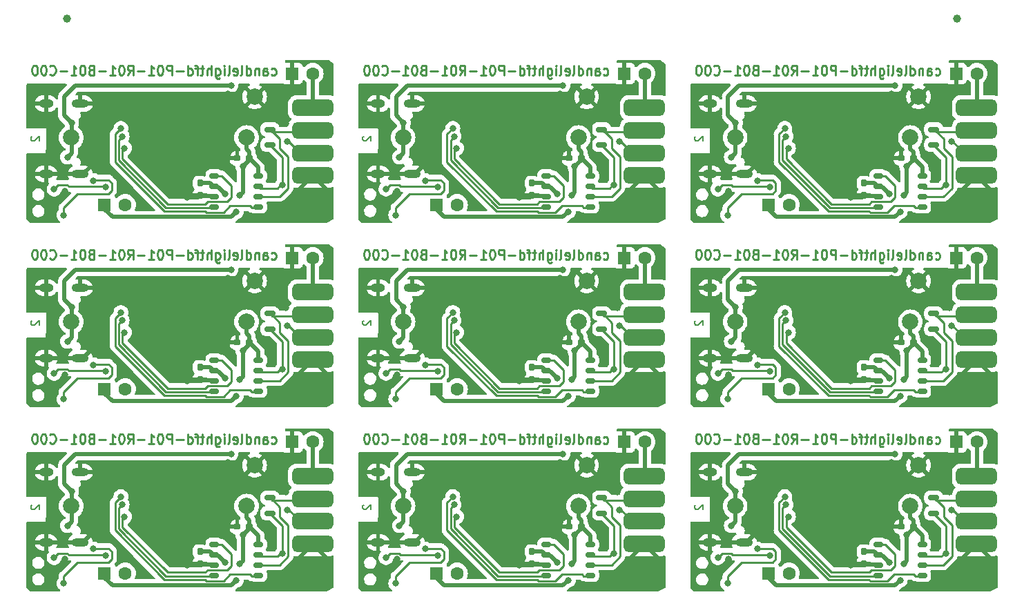
<source format=gbl>
%TF.GenerationSoftware,KiCad,Pcbnew,7.0.5*%
%TF.CreationDate,2023-06-23T14:23:01+02:00*%
%TF.ProjectId,candleLightfd-S01_3x3,63616e64-6c65-44c6-9967-687466642d53,R01*%
%TF.SameCoordinates,PX54d44f0PY5fbfb80*%
%TF.FileFunction,Copper,L2,Bot*%
%TF.FilePolarity,Positive*%
%FSLAX46Y46*%
G04 Gerber Fmt 4.6, Leading zero omitted, Abs format (unit mm)*
G04 Created by KiCad (PCBNEW 7.0.5) date 2023-06-23 14:23:01*
%MOMM*%
%LPD*%
G01*
G04 APERTURE LIST*
G04 Aperture macros list*
%AMRoundRect*
0 Rectangle with rounded corners*
0 $1 Rounding radius*
0 $2 $3 $4 $5 $6 $7 $8 $9 X,Y pos of 4 corners*
0 Add a 4 corners polygon primitive as box body*
4,1,4,$2,$3,$4,$5,$6,$7,$8,$9,$2,$3,0*
0 Add four circle primitives for the rounded corners*
1,1,$1+$1,$2,$3*
1,1,$1+$1,$4,$5*
1,1,$1+$1,$6,$7*
1,1,$1+$1,$8,$9*
0 Add four rect primitives between the rounded corners*
20,1,$1+$1,$2,$3,$4,$5,0*
20,1,$1+$1,$4,$5,$6,$7,0*
20,1,$1+$1,$6,$7,$8,$9,0*
20,1,$1+$1,$8,$9,$2,$3,0*%
G04 Aperture macros list end*
%ADD10C,0.250000*%
%TA.AperFunction,NonConductor*%
%ADD11C,0.250000*%
%TD*%
%ADD12C,0.150000*%
%TA.AperFunction,NonConductor*%
%ADD13C,0.150000*%
%TD*%
%TA.AperFunction,ComponentPad*%
%ADD14O,2.100000X1.000000*%
%TD*%
%TA.AperFunction,ComponentPad*%
%ADD15O,1.800000X1.000000*%
%TD*%
%TA.AperFunction,SMDPad,CuDef*%
%ADD16RoundRect,0.500000X-2.000000X0.500000X-2.000000X-0.500000X2.000000X-0.500000X2.000000X0.500000X0*%
%TD*%
%TA.AperFunction,ComponentPad*%
%ADD17R,1.600000X1.600000*%
%TD*%
%TA.AperFunction,ComponentPad*%
%ADD18C,1.600000*%
%TD*%
%TA.AperFunction,SMDPad,CuDef*%
%ADD19C,2.000000*%
%TD*%
%TA.AperFunction,SMDPad,CuDef*%
%ADD20RoundRect,0.150000X-0.420000X-0.150000X0.420000X-0.150000X0.420000X0.150000X-0.420000X0.150000X0*%
%TD*%
%TA.AperFunction,SMDPad,CuDef*%
%ADD21RoundRect,0.187500X0.212500X0.187500X-0.212500X0.187500X-0.212500X-0.187500X0.212500X-0.187500X0*%
%TD*%
%TA.AperFunction,SMDPad,CuDef*%
%ADD22C,1.000000*%
%TD*%
%TA.AperFunction,SMDPad,CuDef*%
%ADD23RoundRect,0.187500X-0.187500X0.212500X-0.187500X-0.212500X0.187500X-0.212500X0.187500X0.212500X0*%
%TD*%
%TA.AperFunction,SMDPad,CuDef*%
%ADD24RoundRect,0.175000X-0.475000X0.175000X-0.475000X-0.175000X0.475000X-0.175000X0.475000X0.175000X0*%
%TD*%
%TA.AperFunction,ViaPad*%
%ADD25C,0.800000*%
%TD*%
%TA.AperFunction,Conductor*%
%ADD26C,0.500000*%
%TD*%
%TA.AperFunction,Conductor*%
%ADD27C,0.250000*%
%TD*%
G04 APERTURE END LIST*
D10*
D11*
X111452380Y48415000D02*
X111561904Y48357858D01*
X111561904Y48357858D02*
X111780951Y48357858D01*
X111780951Y48357858D02*
X111890475Y48415000D01*
X111890475Y48415000D02*
X111945237Y48472143D01*
X111945237Y48472143D02*
X111999999Y48586429D01*
X111999999Y48586429D02*
X111999999Y48929286D01*
X111999999Y48929286D02*
X111945237Y49043572D01*
X111945237Y49043572D02*
X111890475Y49100715D01*
X111890475Y49100715D02*
X111780951Y49157858D01*
X111780951Y49157858D02*
X111561904Y49157858D01*
X111561904Y49157858D02*
X111452380Y49100715D01*
X110466666Y48357858D02*
X110466666Y48986429D01*
X110466666Y48986429D02*
X110521428Y49100715D01*
X110521428Y49100715D02*
X110630952Y49157858D01*
X110630952Y49157858D02*
X110849999Y49157858D01*
X110849999Y49157858D02*
X110959523Y49100715D01*
X110466666Y48415000D02*
X110576190Y48357858D01*
X110576190Y48357858D02*
X110849999Y48357858D01*
X110849999Y48357858D02*
X110959523Y48415000D01*
X110959523Y48415000D02*
X111014285Y48529286D01*
X111014285Y48529286D02*
X111014285Y48643572D01*
X111014285Y48643572D02*
X110959523Y48757858D01*
X110959523Y48757858D02*
X110849999Y48815000D01*
X110849999Y48815000D02*
X110576190Y48815000D01*
X110576190Y48815000D02*
X110466666Y48872143D01*
X109919047Y49157858D02*
X109919047Y48357858D01*
X109919047Y49043572D02*
X109864285Y49100715D01*
X109864285Y49100715D02*
X109754761Y49157858D01*
X109754761Y49157858D02*
X109590476Y49157858D01*
X109590476Y49157858D02*
X109480952Y49100715D01*
X109480952Y49100715D02*
X109426190Y48986429D01*
X109426190Y48986429D02*
X109426190Y48357858D01*
X108385714Y48357858D02*
X108385714Y49557858D01*
X108385714Y48415000D02*
X108495238Y48357858D01*
X108495238Y48357858D02*
X108714285Y48357858D01*
X108714285Y48357858D02*
X108823809Y48415000D01*
X108823809Y48415000D02*
X108878571Y48472143D01*
X108878571Y48472143D02*
X108933333Y48586429D01*
X108933333Y48586429D02*
X108933333Y48929286D01*
X108933333Y48929286D02*
X108878571Y49043572D01*
X108878571Y49043572D02*
X108823809Y49100715D01*
X108823809Y49100715D02*
X108714285Y49157858D01*
X108714285Y49157858D02*
X108495238Y49157858D01*
X108495238Y49157858D02*
X108385714Y49100715D01*
X107673809Y48357858D02*
X107783333Y48415000D01*
X107783333Y48415000D02*
X107838095Y48529286D01*
X107838095Y48529286D02*
X107838095Y49557858D01*
X106797619Y48415000D02*
X106907143Y48357858D01*
X106907143Y48357858D02*
X107126190Y48357858D01*
X107126190Y48357858D02*
X107235714Y48415000D01*
X107235714Y48415000D02*
X107290476Y48529286D01*
X107290476Y48529286D02*
X107290476Y48986429D01*
X107290476Y48986429D02*
X107235714Y49100715D01*
X107235714Y49100715D02*
X107126190Y49157858D01*
X107126190Y49157858D02*
X106907143Y49157858D01*
X106907143Y49157858D02*
X106797619Y49100715D01*
X106797619Y49100715D02*
X106742857Y48986429D01*
X106742857Y48986429D02*
X106742857Y48872143D01*
X106742857Y48872143D02*
X107290476Y48757858D01*
X106085714Y48357858D02*
X106195238Y48415000D01*
X106195238Y48415000D02*
X106250000Y48529286D01*
X106250000Y48529286D02*
X106250000Y49557858D01*
X105647619Y48357858D02*
X105647619Y49157858D01*
X105647619Y49557858D02*
X105702381Y49500715D01*
X105702381Y49500715D02*
X105647619Y49443572D01*
X105647619Y49443572D02*
X105592857Y49500715D01*
X105592857Y49500715D02*
X105647619Y49557858D01*
X105647619Y49557858D02*
X105647619Y49443572D01*
X104607143Y49157858D02*
X104607143Y48186429D01*
X104607143Y48186429D02*
X104661905Y48072143D01*
X104661905Y48072143D02*
X104716667Y48015000D01*
X104716667Y48015000D02*
X104826190Y47957858D01*
X104826190Y47957858D02*
X104990476Y47957858D01*
X104990476Y47957858D02*
X105100000Y48015000D01*
X104607143Y48415000D02*
X104716667Y48357858D01*
X104716667Y48357858D02*
X104935714Y48357858D01*
X104935714Y48357858D02*
X105045238Y48415000D01*
X105045238Y48415000D02*
X105100000Y48472143D01*
X105100000Y48472143D02*
X105154762Y48586429D01*
X105154762Y48586429D02*
X105154762Y48929286D01*
X105154762Y48929286D02*
X105100000Y49043572D01*
X105100000Y49043572D02*
X105045238Y49100715D01*
X105045238Y49100715D02*
X104935714Y49157858D01*
X104935714Y49157858D02*
X104716667Y49157858D01*
X104716667Y49157858D02*
X104607143Y49100715D01*
X104059524Y48357858D02*
X104059524Y49557858D01*
X103566667Y48357858D02*
X103566667Y48986429D01*
X103566667Y48986429D02*
X103621429Y49100715D01*
X103621429Y49100715D02*
X103730953Y49157858D01*
X103730953Y49157858D02*
X103895238Y49157858D01*
X103895238Y49157858D02*
X104004762Y49100715D01*
X104004762Y49100715D02*
X104059524Y49043572D01*
X103183334Y49157858D02*
X102745238Y49157858D01*
X103019048Y49557858D02*
X103019048Y48529286D01*
X103019048Y48529286D02*
X102964286Y48415000D01*
X102964286Y48415000D02*
X102854762Y48357858D01*
X102854762Y48357858D02*
X102745238Y48357858D01*
X102526191Y49157858D02*
X102088095Y49157858D01*
X102361905Y48357858D02*
X102361905Y49386429D01*
X102361905Y49386429D02*
X102307143Y49500715D01*
X102307143Y49500715D02*
X102197619Y49557858D01*
X102197619Y49557858D02*
X102088095Y49557858D01*
X101211905Y48357858D02*
X101211905Y49557858D01*
X101211905Y48415000D02*
X101321429Y48357858D01*
X101321429Y48357858D02*
X101540476Y48357858D01*
X101540476Y48357858D02*
X101650000Y48415000D01*
X101650000Y48415000D02*
X101704762Y48472143D01*
X101704762Y48472143D02*
X101759524Y48586429D01*
X101759524Y48586429D02*
X101759524Y48929286D01*
X101759524Y48929286D02*
X101704762Y49043572D01*
X101704762Y49043572D02*
X101650000Y49100715D01*
X101650000Y49100715D02*
X101540476Y49157858D01*
X101540476Y49157858D02*
X101321429Y49157858D01*
X101321429Y49157858D02*
X101211905Y49100715D01*
X100664286Y48815000D02*
X99788096Y48815000D01*
X99240476Y48357858D02*
X99240476Y49557858D01*
X99240476Y49557858D02*
X98802381Y49557858D01*
X98802381Y49557858D02*
X98692857Y49500715D01*
X98692857Y49500715D02*
X98638095Y49443572D01*
X98638095Y49443572D02*
X98583333Y49329286D01*
X98583333Y49329286D02*
X98583333Y49157858D01*
X98583333Y49157858D02*
X98638095Y49043572D01*
X98638095Y49043572D02*
X98692857Y48986429D01*
X98692857Y48986429D02*
X98802381Y48929286D01*
X98802381Y48929286D02*
X99240476Y48929286D01*
X97871428Y49557858D02*
X97761905Y49557858D01*
X97761905Y49557858D02*
X97652381Y49500715D01*
X97652381Y49500715D02*
X97597619Y49443572D01*
X97597619Y49443572D02*
X97542857Y49329286D01*
X97542857Y49329286D02*
X97488095Y49100715D01*
X97488095Y49100715D02*
X97488095Y48815000D01*
X97488095Y48815000D02*
X97542857Y48586429D01*
X97542857Y48586429D02*
X97597619Y48472143D01*
X97597619Y48472143D02*
X97652381Y48415000D01*
X97652381Y48415000D02*
X97761905Y48357858D01*
X97761905Y48357858D02*
X97871428Y48357858D01*
X97871428Y48357858D02*
X97980952Y48415000D01*
X97980952Y48415000D02*
X98035714Y48472143D01*
X98035714Y48472143D02*
X98090476Y48586429D01*
X98090476Y48586429D02*
X98145238Y48815000D01*
X98145238Y48815000D02*
X98145238Y49100715D01*
X98145238Y49100715D02*
X98090476Y49329286D01*
X98090476Y49329286D02*
X98035714Y49443572D01*
X98035714Y49443572D02*
X97980952Y49500715D01*
X97980952Y49500715D02*
X97871428Y49557858D01*
X96392857Y48357858D02*
X97050000Y48357858D01*
X96721428Y48357858D02*
X96721428Y49557858D01*
X96721428Y49557858D02*
X96830952Y49386429D01*
X96830952Y49386429D02*
X96940476Y49272143D01*
X96940476Y49272143D02*
X97050000Y49215000D01*
X95900000Y48815000D02*
X95023810Y48815000D01*
X93819047Y48357858D02*
X94202380Y48929286D01*
X94476190Y48357858D02*
X94476190Y49557858D01*
X94476190Y49557858D02*
X94038095Y49557858D01*
X94038095Y49557858D02*
X93928571Y49500715D01*
X93928571Y49500715D02*
X93873809Y49443572D01*
X93873809Y49443572D02*
X93819047Y49329286D01*
X93819047Y49329286D02*
X93819047Y49157858D01*
X93819047Y49157858D02*
X93873809Y49043572D01*
X93873809Y49043572D02*
X93928571Y48986429D01*
X93928571Y48986429D02*
X94038095Y48929286D01*
X94038095Y48929286D02*
X94476190Y48929286D01*
X93107142Y49557858D02*
X92997619Y49557858D01*
X92997619Y49557858D02*
X92888095Y49500715D01*
X92888095Y49500715D02*
X92833333Y49443572D01*
X92833333Y49443572D02*
X92778571Y49329286D01*
X92778571Y49329286D02*
X92723809Y49100715D01*
X92723809Y49100715D02*
X92723809Y48815000D01*
X92723809Y48815000D02*
X92778571Y48586429D01*
X92778571Y48586429D02*
X92833333Y48472143D01*
X92833333Y48472143D02*
X92888095Y48415000D01*
X92888095Y48415000D02*
X92997619Y48357858D01*
X92997619Y48357858D02*
X93107142Y48357858D01*
X93107142Y48357858D02*
X93216666Y48415000D01*
X93216666Y48415000D02*
X93271428Y48472143D01*
X93271428Y48472143D02*
X93326190Y48586429D01*
X93326190Y48586429D02*
X93380952Y48815000D01*
X93380952Y48815000D02*
X93380952Y49100715D01*
X93380952Y49100715D02*
X93326190Y49329286D01*
X93326190Y49329286D02*
X93271428Y49443572D01*
X93271428Y49443572D02*
X93216666Y49500715D01*
X93216666Y49500715D02*
X93107142Y49557858D01*
X91628571Y48357858D02*
X92285714Y48357858D01*
X91957142Y48357858D02*
X91957142Y49557858D01*
X91957142Y49557858D02*
X92066666Y49386429D01*
X92066666Y49386429D02*
X92176190Y49272143D01*
X92176190Y49272143D02*
X92285714Y49215000D01*
X91135714Y48815000D02*
X90259524Y48815000D01*
X89328571Y48986429D02*
X89164285Y48929286D01*
X89164285Y48929286D02*
X89109523Y48872143D01*
X89109523Y48872143D02*
X89054761Y48757858D01*
X89054761Y48757858D02*
X89054761Y48586429D01*
X89054761Y48586429D02*
X89109523Y48472143D01*
X89109523Y48472143D02*
X89164285Y48415000D01*
X89164285Y48415000D02*
X89273809Y48357858D01*
X89273809Y48357858D02*
X89711904Y48357858D01*
X89711904Y48357858D02*
X89711904Y49557858D01*
X89711904Y49557858D02*
X89328571Y49557858D01*
X89328571Y49557858D02*
X89219047Y49500715D01*
X89219047Y49500715D02*
X89164285Y49443572D01*
X89164285Y49443572D02*
X89109523Y49329286D01*
X89109523Y49329286D02*
X89109523Y49215000D01*
X89109523Y49215000D02*
X89164285Y49100715D01*
X89164285Y49100715D02*
X89219047Y49043572D01*
X89219047Y49043572D02*
X89328571Y48986429D01*
X89328571Y48986429D02*
X89711904Y48986429D01*
X88342856Y49557858D02*
X88233333Y49557858D01*
X88233333Y49557858D02*
X88123809Y49500715D01*
X88123809Y49500715D02*
X88069047Y49443572D01*
X88069047Y49443572D02*
X88014285Y49329286D01*
X88014285Y49329286D02*
X87959523Y49100715D01*
X87959523Y49100715D02*
X87959523Y48815000D01*
X87959523Y48815000D02*
X88014285Y48586429D01*
X88014285Y48586429D02*
X88069047Y48472143D01*
X88069047Y48472143D02*
X88123809Y48415000D01*
X88123809Y48415000D02*
X88233333Y48357858D01*
X88233333Y48357858D02*
X88342856Y48357858D01*
X88342856Y48357858D02*
X88452380Y48415000D01*
X88452380Y48415000D02*
X88507142Y48472143D01*
X88507142Y48472143D02*
X88561904Y48586429D01*
X88561904Y48586429D02*
X88616666Y48815000D01*
X88616666Y48815000D02*
X88616666Y49100715D01*
X88616666Y49100715D02*
X88561904Y49329286D01*
X88561904Y49329286D02*
X88507142Y49443572D01*
X88507142Y49443572D02*
X88452380Y49500715D01*
X88452380Y49500715D02*
X88342856Y49557858D01*
X86864285Y48357858D02*
X87521428Y48357858D01*
X87192856Y48357858D02*
X87192856Y49557858D01*
X87192856Y49557858D02*
X87302380Y49386429D01*
X87302380Y49386429D02*
X87411904Y49272143D01*
X87411904Y49272143D02*
X87521428Y49215000D01*
X86371428Y48815000D02*
X85495238Y48815000D01*
X84290475Y48472143D02*
X84345237Y48415000D01*
X84345237Y48415000D02*
X84509523Y48357858D01*
X84509523Y48357858D02*
X84619047Y48357858D01*
X84619047Y48357858D02*
X84783332Y48415000D01*
X84783332Y48415000D02*
X84892856Y48529286D01*
X84892856Y48529286D02*
X84947618Y48643572D01*
X84947618Y48643572D02*
X85002380Y48872143D01*
X85002380Y48872143D02*
X85002380Y49043572D01*
X85002380Y49043572D02*
X84947618Y49272143D01*
X84947618Y49272143D02*
X84892856Y49386429D01*
X84892856Y49386429D02*
X84783332Y49500715D01*
X84783332Y49500715D02*
X84619047Y49557858D01*
X84619047Y49557858D02*
X84509523Y49557858D01*
X84509523Y49557858D02*
X84345237Y49500715D01*
X84345237Y49500715D02*
X84290475Y49443572D01*
X83578570Y49557858D02*
X83469047Y49557858D01*
X83469047Y49557858D02*
X83359523Y49500715D01*
X83359523Y49500715D02*
X83304761Y49443572D01*
X83304761Y49443572D02*
X83249999Y49329286D01*
X83249999Y49329286D02*
X83195237Y49100715D01*
X83195237Y49100715D02*
X83195237Y48815000D01*
X83195237Y48815000D02*
X83249999Y48586429D01*
X83249999Y48586429D02*
X83304761Y48472143D01*
X83304761Y48472143D02*
X83359523Y48415000D01*
X83359523Y48415000D02*
X83469047Y48357858D01*
X83469047Y48357858D02*
X83578570Y48357858D01*
X83578570Y48357858D02*
X83688094Y48415000D01*
X83688094Y48415000D02*
X83742856Y48472143D01*
X83742856Y48472143D02*
X83797618Y48586429D01*
X83797618Y48586429D02*
X83852380Y48815000D01*
X83852380Y48815000D02*
X83852380Y49100715D01*
X83852380Y49100715D02*
X83797618Y49329286D01*
X83797618Y49329286D02*
X83742856Y49443572D01*
X83742856Y49443572D02*
X83688094Y49500715D01*
X83688094Y49500715D02*
X83578570Y49557858D01*
X82483332Y49557858D02*
X82373809Y49557858D01*
X82373809Y49557858D02*
X82264285Y49500715D01*
X82264285Y49500715D02*
X82209523Y49443572D01*
X82209523Y49443572D02*
X82154761Y49329286D01*
X82154761Y49329286D02*
X82099999Y49100715D01*
X82099999Y49100715D02*
X82099999Y48815000D01*
X82099999Y48815000D02*
X82154761Y48586429D01*
X82154761Y48586429D02*
X82209523Y48472143D01*
X82209523Y48472143D02*
X82264285Y48415000D01*
X82264285Y48415000D02*
X82373809Y48357858D01*
X82373809Y48357858D02*
X82483332Y48357858D01*
X82483332Y48357858D02*
X82592856Y48415000D01*
X82592856Y48415000D02*
X82647618Y48472143D01*
X82647618Y48472143D02*
X82702380Y48586429D01*
X82702380Y48586429D02*
X82757142Y48815000D01*
X82757142Y48815000D02*
X82757142Y49100715D01*
X82757142Y49100715D02*
X82702380Y49329286D01*
X82702380Y49329286D02*
X82647618Y49443572D01*
X82647618Y49443572D02*
X82592856Y49500715D01*
X82592856Y49500715D02*
X82483332Y49557858D01*
D10*
D11*
X111452380Y25815000D02*
X111561904Y25757858D01*
X111561904Y25757858D02*
X111780951Y25757858D01*
X111780951Y25757858D02*
X111890475Y25815000D01*
X111890475Y25815000D02*
X111945237Y25872143D01*
X111945237Y25872143D02*
X111999999Y25986429D01*
X111999999Y25986429D02*
X111999999Y26329286D01*
X111999999Y26329286D02*
X111945237Y26443572D01*
X111945237Y26443572D02*
X111890475Y26500715D01*
X111890475Y26500715D02*
X111780951Y26557858D01*
X111780951Y26557858D02*
X111561904Y26557858D01*
X111561904Y26557858D02*
X111452380Y26500715D01*
X110466666Y25757858D02*
X110466666Y26386429D01*
X110466666Y26386429D02*
X110521428Y26500715D01*
X110521428Y26500715D02*
X110630952Y26557858D01*
X110630952Y26557858D02*
X110849999Y26557858D01*
X110849999Y26557858D02*
X110959523Y26500715D01*
X110466666Y25815000D02*
X110576190Y25757858D01*
X110576190Y25757858D02*
X110849999Y25757858D01*
X110849999Y25757858D02*
X110959523Y25815000D01*
X110959523Y25815000D02*
X111014285Y25929286D01*
X111014285Y25929286D02*
X111014285Y26043572D01*
X111014285Y26043572D02*
X110959523Y26157858D01*
X110959523Y26157858D02*
X110849999Y26215000D01*
X110849999Y26215000D02*
X110576190Y26215000D01*
X110576190Y26215000D02*
X110466666Y26272143D01*
X109919047Y26557858D02*
X109919047Y25757858D01*
X109919047Y26443572D02*
X109864285Y26500715D01*
X109864285Y26500715D02*
X109754761Y26557858D01*
X109754761Y26557858D02*
X109590476Y26557858D01*
X109590476Y26557858D02*
X109480952Y26500715D01*
X109480952Y26500715D02*
X109426190Y26386429D01*
X109426190Y26386429D02*
X109426190Y25757858D01*
X108385714Y25757858D02*
X108385714Y26957858D01*
X108385714Y25815000D02*
X108495238Y25757858D01*
X108495238Y25757858D02*
X108714285Y25757858D01*
X108714285Y25757858D02*
X108823809Y25815000D01*
X108823809Y25815000D02*
X108878571Y25872143D01*
X108878571Y25872143D02*
X108933333Y25986429D01*
X108933333Y25986429D02*
X108933333Y26329286D01*
X108933333Y26329286D02*
X108878571Y26443572D01*
X108878571Y26443572D02*
X108823809Y26500715D01*
X108823809Y26500715D02*
X108714285Y26557858D01*
X108714285Y26557858D02*
X108495238Y26557858D01*
X108495238Y26557858D02*
X108385714Y26500715D01*
X107673809Y25757858D02*
X107783333Y25815000D01*
X107783333Y25815000D02*
X107838095Y25929286D01*
X107838095Y25929286D02*
X107838095Y26957858D01*
X106797619Y25815000D02*
X106907143Y25757858D01*
X106907143Y25757858D02*
X107126190Y25757858D01*
X107126190Y25757858D02*
X107235714Y25815000D01*
X107235714Y25815000D02*
X107290476Y25929286D01*
X107290476Y25929286D02*
X107290476Y26386429D01*
X107290476Y26386429D02*
X107235714Y26500715D01*
X107235714Y26500715D02*
X107126190Y26557858D01*
X107126190Y26557858D02*
X106907143Y26557858D01*
X106907143Y26557858D02*
X106797619Y26500715D01*
X106797619Y26500715D02*
X106742857Y26386429D01*
X106742857Y26386429D02*
X106742857Y26272143D01*
X106742857Y26272143D02*
X107290476Y26157858D01*
X106085714Y25757858D02*
X106195238Y25815000D01*
X106195238Y25815000D02*
X106250000Y25929286D01*
X106250000Y25929286D02*
X106250000Y26957858D01*
X105647619Y25757858D02*
X105647619Y26557858D01*
X105647619Y26957858D02*
X105702381Y26900715D01*
X105702381Y26900715D02*
X105647619Y26843572D01*
X105647619Y26843572D02*
X105592857Y26900715D01*
X105592857Y26900715D02*
X105647619Y26957858D01*
X105647619Y26957858D02*
X105647619Y26843572D01*
X104607143Y26557858D02*
X104607143Y25586429D01*
X104607143Y25586429D02*
X104661905Y25472143D01*
X104661905Y25472143D02*
X104716667Y25415000D01*
X104716667Y25415000D02*
X104826190Y25357858D01*
X104826190Y25357858D02*
X104990476Y25357858D01*
X104990476Y25357858D02*
X105100000Y25415000D01*
X104607143Y25815000D02*
X104716667Y25757858D01*
X104716667Y25757858D02*
X104935714Y25757858D01*
X104935714Y25757858D02*
X105045238Y25815000D01*
X105045238Y25815000D02*
X105100000Y25872143D01*
X105100000Y25872143D02*
X105154762Y25986429D01*
X105154762Y25986429D02*
X105154762Y26329286D01*
X105154762Y26329286D02*
X105100000Y26443572D01*
X105100000Y26443572D02*
X105045238Y26500715D01*
X105045238Y26500715D02*
X104935714Y26557858D01*
X104935714Y26557858D02*
X104716667Y26557858D01*
X104716667Y26557858D02*
X104607143Y26500715D01*
X104059524Y25757858D02*
X104059524Y26957858D01*
X103566667Y25757858D02*
X103566667Y26386429D01*
X103566667Y26386429D02*
X103621429Y26500715D01*
X103621429Y26500715D02*
X103730953Y26557858D01*
X103730953Y26557858D02*
X103895238Y26557858D01*
X103895238Y26557858D02*
X104004762Y26500715D01*
X104004762Y26500715D02*
X104059524Y26443572D01*
X103183334Y26557858D02*
X102745238Y26557858D01*
X103019048Y26957858D02*
X103019048Y25929286D01*
X103019048Y25929286D02*
X102964286Y25815000D01*
X102964286Y25815000D02*
X102854762Y25757858D01*
X102854762Y25757858D02*
X102745238Y25757858D01*
X102526191Y26557858D02*
X102088095Y26557858D01*
X102361905Y25757858D02*
X102361905Y26786429D01*
X102361905Y26786429D02*
X102307143Y26900715D01*
X102307143Y26900715D02*
X102197619Y26957858D01*
X102197619Y26957858D02*
X102088095Y26957858D01*
X101211905Y25757858D02*
X101211905Y26957858D01*
X101211905Y25815000D02*
X101321429Y25757858D01*
X101321429Y25757858D02*
X101540476Y25757858D01*
X101540476Y25757858D02*
X101650000Y25815000D01*
X101650000Y25815000D02*
X101704762Y25872143D01*
X101704762Y25872143D02*
X101759524Y25986429D01*
X101759524Y25986429D02*
X101759524Y26329286D01*
X101759524Y26329286D02*
X101704762Y26443572D01*
X101704762Y26443572D02*
X101650000Y26500715D01*
X101650000Y26500715D02*
X101540476Y26557858D01*
X101540476Y26557858D02*
X101321429Y26557858D01*
X101321429Y26557858D02*
X101211905Y26500715D01*
X100664286Y26215000D02*
X99788096Y26215000D01*
X99240476Y25757858D02*
X99240476Y26957858D01*
X99240476Y26957858D02*
X98802381Y26957858D01*
X98802381Y26957858D02*
X98692857Y26900715D01*
X98692857Y26900715D02*
X98638095Y26843572D01*
X98638095Y26843572D02*
X98583333Y26729286D01*
X98583333Y26729286D02*
X98583333Y26557858D01*
X98583333Y26557858D02*
X98638095Y26443572D01*
X98638095Y26443572D02*
X98692857Y26386429D01*
X98692857Y26386429D02*
X98802381Y26329286D01*
X98802381Y26329286D02*
X99240476Y26329286D01*
X97871428Y26957858D02*
X97761905Y26957858D01*
X97761905Y26957858D02*
X97652381Y26900715D01*
X97652381Y26900715D02*
X97597619Y26843572D01*
X97597619Y26843572D02*
X97542857Y26729286D01*
X97542857Y26729286D02*
X97488095Y26500715D01*
X97488095Y26500715D02*
X97488095Y26215000D01*
X97488095Y26215000D02*
X97542857Y25986429D01*
X97542857Y25986429D02*
X97597619Y25872143D01*
X97597619Y25872143D02*
X97652381Y25815000D01*
X97652381Y25815000D02*
X97761905Y25757858D01*
X97761905Y25757858D02*
X97871428Y25757858D01*
X97871428Y25757858D02*
X97980952Y25815000D01*
X97980952Y25815000D02*
X98035714Y25872143D01*
X98035714Y25872143D02*
X98090476Y25986429D01*
X98090476Y25986429D02*
X98145238Y26215000D01*
X98145238Y26215000D02*
X98145238Y26500715D01*
X98145238Y26500715D02*
X98090476Y26729286D01*
X98090476Y26729286D02*
X98035714Y26843572D01*
X98035714Y26843572D02*
X97980952Y26900715D01*
X97980952Y26900715D02*
X97871428Y26957858D01*
X96392857Y25757858D02*
X97050000Y25757858D01*
X96721428Y25757858D02*
X96721428Y26957858D01*
X96721428Y26957858D02*
X96830952Y26786429D01*
X96830952Y26786429D02*
X96940476Y26672143D01*
X96940476Y26672143D02*
X97050000Y26615000D01*
X95900000Y26215000D02*
X95023810Y26215000D01*
X93819047Y25757858D02*
X94202380Y26329286D01*
X94476190Y25757858D02*
X94476190Y26957858D01*
X94476190Y26957858D02*
X94038095Y26957858D01*
X94038095Y26957858D02*
X93928571Y26900715D01*
X93928571Y26900715D02*
X93873809Y26843572D01*
X93873809Y26843572D02*
X93819047Y26729286D01*
X93819047Y26729286D02*
X93819047Y26557858D01*
X93819047Y26557858D02*
X93873809Y26443572D01*
X93873809Y26443572D02*
X93928571Y26386429D01*
X93928571Y26386429D02*
X94038095Y26329286D01*
X94038095Y26329286D02*
X94476190Y26329286D01*
X93107142Y26957858D02*
X92997619Y26957858D01*
X92997619Y26957858D02*
X92888095Y26900715D01*
X92888095Y26900715D02*
X92833333Y26843572D01*
X92833333Y26843572D02*
X92778571Y26729286D01*
X92778571Y26729286D02*
X92723809Y26500715D01*
X92723809Y26500715D02*
X92723809Y26215000D01*
X92723809Y26215000D02*
X92778571Y25986429D01*
X92778571Y25986429D02*
X92833333Y25872143D01*
X92833333Y25872143D02*
X92888095Y25815000D01*
X92888095Y25815000D02*
X92997619Y25757858D01*
X92997619Y25757858D02*
X93107142Y25757858D01*
X93107142Y25757858D02*
X93216666Y25815000D01*
X93216666Y25815000D02*
X93271428Y25872143D01*
X93271428Y25872143D02*
X93326190Y25986429D01*
X93326190Y25986429D02*
X93380952Y26215000D01*
X93380952Y26215000D02*
X93380952Y26500715D01*
X93380952Y26500715D02*
X93326190Y26729286D01*
X93326190Y26729286D02*
X93271428Y26843572D01*
X93271428Y26843572D02*
X93216666Y26900715D01*
X93216666Y26900715D02*
X93107142Y26957858D01*
X91628571Y25757858D02*
X92285714Y25757858D01*
X91957142Y25757858D02*
X91957142Y26957858D01*
X91957142Y26957858D02*
X92066666Y26786429D01*
X92066666Y26786429D02*
X92176190Y26672143D01*
X92176190Y26672143D02*
X92285714Y26615000D01*
X91135714Y26215000D02*
X90259524Y26215000D01*
X89328571Y26386429D02*
X89164285Y26329286D01*
X89164285Y26329286D02*
X89109523Y26272143D01*
X89109523Y26272143D02*
X89054761Y26157858D01*
X89054761Y26157858D02*
X89054761Y25986429D01*
X89054761Y25986429D02*
X89109523Y25872143D01*
X89109523Y25872143D02*
X89164285Y25815000D01*
X89164285Y25815000D02*
X89273809Y25757858D01*
X89273809Y25757858D02*
X89711904Y25757858D01*
X89711904Y25757858D02*
X89711904Y26957858D01*
X89711904Y26957858D02*
X89328571Y26957858D01*
X89328571Y26957858D02*
X89219047Y26900715D01*
X89219047Y26900715D02*
X89164285Y26843572D01*
X89164285Y26843572D02*
X89109523Y26729286D01*
X89109523Y26729286D02*
X89109523Y26615000D01*
X89109523Y26615000D02*
X89164285Y26500715D01*
X89164285Y26500715D02*
X89219047Y26443572D01*
X89219047Y26443572D02*
X89328571Y26386429D01*
X89328571Y26386429D02*
X89711904Y26386429D01*
X88342856Y26957858D02*
X88233333Y26957858D01*
X88233333Y26957858D02*
X88123809Y26900715D01*
X88123809Y26900715D02*
X88069047Y26843572D01*
X88069047Y26843572D02*
X88014285Y26729286D01*
X88014285Y26729286D02*
X87959523Y26500715D01*
X87959523Y26500715D02*
X87959523Y26215000D01*
X87959523Y26215000D02*
X88014285Y25986429D01*
X88014285Y25986429D02*
X88069047Y25872143D01*
X88069047Y25872143D02*
X88123809Y25815000D01*
X88123809Y25815000D02*
X88233333Y25757858D01*
X88233333Y25757858D02*
X88342856Y25757858D01*
X88342856Y25757858D02*
X88452380Y25815000D01*
X88452380Y25815000D02*
X88507142Y25872143D01*
X88507142Y25872143D02*
X88561904Y25986429D01*
X88561904Y25986429D02*
X88616666Y26215000D01*
X88616666Y26215000D02*
X88616666Y26500715D01*
X88616666Y26500715D02*
X88561904Y26729286D01*
X88561904Y26729286D02*
X88507142Y26843572D01*
X88507142Y26843572D02*
X88452380Y26900715D01*
X88452380Y26900715D02*
X88342856Y26957858D01*
X86864285Y25757858D02*
X87521428Y25757858D01*
X87192856Y25757858D02*
X87192856Y26957858D01*
X87192856Y26957858D02*
X87302380Y26786429D01*
X87302380Y26786429D02*
X87411904Y26672143D01*
X87411904Y26672143D02*
X87521428Y26615000D01*
X86371428Y26215000D02*
X85495238Y26215000D01*
X84290475Y25872143D02*
X84345237Y25815000D01*
X84345237Y25815000D02*
X84509523Y25757858D01*
X84509523Y25757858D02*
X84619047Y25757858D01*
X84619047Y25757858D02*
X84783332Y25815000D01*
X84783332Y25815000D02*
X84892856Y25929286D01*
X84892856Y25929286D02*
X84947618Y26043572D01*
X84947618Y26043572D02*
X85002380Y26272143D01*
X85002380Y26272143D02*
X85002380Y26443572D01*
X85002380Y26443572D02*
X84947618Y26672143D01*
X84947618Y26672143D02*
X84892856Y26786429D01*
X84892856Y26786429D02*
X84783332Y26900715D01*
X84783332Y26900715D02*
X84619047Y26957858D01*
X84619047Y26957858D02*
X84509523Y26957858D01*
X84509523Y26957858D02*
X84345237Y26900715D01*
X84345237Y26900715D02*
X84290475Y26843572D01*
X83578570Y26957858D02*
X83469047Y26957858D01*
X83469047Y26957858D02*
X83359523Y26900715D01*
X83359523Y26900715D02*
X83304761Y26843572D01*
X83304761Y26843572D02*
X83249999Y26729286D01*
X83249999Y26729286D02*
X83195237Y26500715D01*
X83195237Y26500715D02*
X83195237Y26215000D01*
X83195237Y26215000D02*
X83249999Y25986429D01*
X83249999Y25986429D02*
X83304761Y25872143D01*
X83304761Y25872143D02*
X83359523Y25815000D01*
X83359523Y25815000D02*
X83469047Y25757858D01*
X83469047Y25757858D02*
X83578570Y25757858D01*
X83578570Y25757858D02*
X83688094Y25815000D01*
X83688094Y25815000D02*
X83742856Y25872143D01*
X83742856Y25872143D02*
X83797618Y25986429D01*
X83797618Y25986429D02*
X83852380Y26215000D01*
X83852380Y26215000D02*
X83852380Y26500715D01*
X83852380Y26500715D02*
X83797618Y26729286D01*
X83797618Y26729286D02*
X83742856Y26843572D01*
X83742856Y26843572D02*
X83688094Y26900715D01*
X83688094Y26900715D02*
X83578570Y26957858D01*
X82483332Y26957858D02*
X82373809Y26957858D01*
X82373809Y26957858D02*
X82264285Y26900715D01*
X82264285Y26900715D02*
X82209523Y26843572D01*
X82209523Y26843572D02*
X82154761Y26729286D01*
X82154761Y26729286D02*
X82099999Y26500715D01*
X82099999Y26500715D02*
X82099999Y26215000D01*
X82099999Y26215000D02*
X82154761Y25986429D01*
X82154761Y25986429D02*
X82209523Y25872143D01*
X82209523Y25872143D02*
X82264285Y25815000D01*
X82264285Y25815000D02*
X82373809Y25757858D01*
X82373809Y25757858D02*
X82483332Y25757858D01*
X82483332Y25757858D02*
X82592856Y25815000D01*
X82592856Y25815000D02*
X82647618Y25872143D01*
X82647618Y25872143D02*
X82702380Y25986429D01*
X82702380Y25986429D02*
X82757142Y26215000D01*
X82757142Y26215000D02*
X82757142Y26500715D01*
X82757142Y26500715D02*
X82702380Y26729286D01*
X82702380Y26729286D02*
X82647618Y26843572D01*
X82647618Y26843572D02*
X82592856Y26900715D01*
X82592856Y26900715D02*
X82483332Y26957858D01*
D10*
D11*
X70752380Y48415000D02*
X70861904Y48357858D01*
X70861904Y48357858D02*
X71080951Y48357858D01*
X71080951Y48357858D02*
X71190475Y48415000D01*
X71190475Y48415000D02*
X71245237Y48472143D01*
X71245237Y48472143D02*
X71299999Y48586429D01*
X71299999Y48586429D02*
X71299999Y48929286D01*
X71299999Y48929286D02*
X71245237Y49043572D01*
X71245237Y49043572D02*
X71190475Y49100715D01*
X71190475Y49100715D02*
X71080951Y49157858D01*
X71080951Y49157858D02*
X70861904Y49157858D01*
X70861904Y49157858D02*
X70752380Y49100715D01*
X69766666Y48357858D02*
X69766666Y48986429D01*
X69766666Y48986429D02*
X69821428Y49100715D01*
X69821428Y49100715D02*
X69930952Y49157858D01*
X69930952Y49157858D02*
X70149999Y49157858D01*
X70149999Y49157858D02*
X70259523Y49100715D01*
X69766666Y48415000D02*
X69876190Y48357858D01*
X69876190Y48357858D02*
X70149999Y48357858D01*
X70149999Y48357858D02*
X70259523Y48415000D01*
X70259523Y48415000D02*
X70314285Y48529286D01*
X70314285Y48529286D02*
X70314285Y48643572D01*
X70314285Y48643572D02*
X70259523Y48757858D01*
X70259523Y48757858D02*
X70149999Y48815000D01*
X70149999Y48815000D02*
X69876190Y48815000D01*
X69876190Y48815000D02*
X69766666Y48872143D01*
X69219047Y49157858D02*
X69219047Y48357858D01*
X69219047Y49043572D02*
X69164285Y49100715D01*
X69164285Y49100715D02*
X69054761Y49157858D01*
X69054761Y49157858D02*
X68890476Y49157858D01*
X68890476Y49157858D02*
X68780952Y49100715D01*
X68780952Y49100715D02*
X68726190Y48986429D01*
X68726190Y48986429D02*
X68726190Y48357858D01*
X67685714Y48357858D02*
X67685714Y49557858D01*
X67685714Y48415000D02*
X67795238Y48357858D01*
X67795238Y48357858D02*
X68014285Y48357858D01*
X68014285Y48357858D02*
X68123809Y48415000D01*
X68123809Y48415000D02*
X68178571Y48472143D01*
X68178571Y48472143D02*
X68233333Y48586429D01*
X68233333Y48586429D02*
X68233333Y48929286D01*
X68233333Y48929286D02*
X68178571Y49043572D01*
X68178571Y49043572D02*
X68123809Y49100715D01*
X68123809Y49100715D02*
X68014285Y49157858D01*
X68014285Y49157858D02*
X67795238Y49157858D01*
X67795238Y49157858D02*
X67685714Y49100715D01*
X66973809Y48357858D02*
X67083333Y48415000D01*
X67083333Y48415000D02*
X67138095Y48529286D01*
X67138095Y48529286D02*
X67138095Y49557858D01*
X66097619Y48415000D02*
X66207143Y48357858D01*
X66207143Y48357858D02*
X66426190Y48357858D01*
X66426190Y48357858D02*
X66535714Y48415000D01*
X66535714Y48415000D02*
X66590476Y48529286D01*
X66590476Y48529286D02*
X66590476Y48986429D01*
X66590476Y48986429D02*
X66535714Y49100715D01*
X66535714Y49100715D02*
X66426190Y49157858D01*
X66426190Y49157858D02*
X66207143Y49157858D01*
X66207143Y49157858D02*
X66097619Y49100715D01*
X66097619Y49100715D02*
X66042857Y48986429D01*
X66042857Y48986429D02*
X66042857Y48872143D01*
X66042857Y48872143D02*
X66590476Y48757858D01*
X65385714Y48357858D02*
X65495238Y48415000D01*
X65495238Y48415000D02*
X65550000Y48529286D01*
X65550000Y48529286D02*
X65550000Y49557858D01*
X64947619Y48357858D02*
X64947619Y49157858D01*
X64947619Y49557858D02*
X65002381Y49500715D01*
X65002381Y49500715D02*
X64947619Y49443572D01*
X64947619Y49443572D02*
X64892857Y49500715D01*
X64892857Y49500715D02*
X64947619Y49557858D01*
X64947619Y49557858D02*
X64947619Y49443572D01*
X63907143Y49157858D02*
X63907143Y48186429D01*
X63907143Y48186429D02*
X63961905Y48072143D01*
X63961905Y48072143D02*
X64016667Y48015000D01*
X64016667Y48015000D02*
X64126190Y47957858D01*
X64126190Y47957858D02*
X64290476Y47957858D01*
X64290476Y47957858D02*
X64400000Y48015000D01*
X63907143Y48415000D02*
X64016667Y48357858D01*
X64016667Y48357858D02*
X64235714Y48357858D01*
X64235714Y48357858D02*
X64345238Y48415000D01*
X64345238Y48415000D02*
X64400000Y48472143D01*
X64400000Y48472143D02*
X64454762Y48586429D01*
X64454762Y48586429D02*
X64454762Y48929286D01*
X64454762Y48929286D02*
X64400000Y49043572D01*
X64400000Y49043572D02*
X64345238Y49100715D01*
X64345238Y49100715D02*
X64235714Y49157858D01*
X64235714Y49157858D02*
X64016667Y49157858D01*
X64016667Y49157858D02*
X63907143Y49100715D01*
X63359524Y48357858D02*
X63359524Y49557858D01*
X62866667Y48357858D02*
X62866667Y48986429D01*
X62866667Y48986429D02*
X62921429Y49100715D01*
X62921429Y49100715D02*
X63030953Y49157858D01*
X63030953Y49157858D02*
X63195238Y49157858D01*
X63195238Y49157858D02*
X63304762Y49100715D01*
X63304762Y49100715D02*
X63359524Y49043572D01*
X62483334Y49157858D02*
X62045238Y49157858D01*
X62319048Y49557858D02*
X62319048Y48529286D01*
X62319048Y48529286D02*
X62264286Y48415000D01*
X62264286Y48415000D02*
X62154762Y48357858D01*
X62154762Y48357858D02*
X62045238Y48357858D01*
X61826191Y49157858D02*
X61388095Y49157858D01*
X61661905Y48357858D02*
X61661905Y49386429D01*
X61661905Y49386429D02*
X61607143Y49500715D01*
X61607143Y49500715D02*
X61497619Y49557858D01*
X61497619Y49557858D02*
X61388095Y49557858D01*
X60511905Y48357858D02*
X60511905Y49557858D01*
X60511905Y48415000D02*
X60621429Y48357858D01*
X60621429Y48357858D02*
X60840476Y48357858D01*
X60840476Y48357858D02*
X60950000Y48415000D01*
X60950000Y48415000D02*
X61004762Y48472143D01*
X61004762Y48472143D02*
X61059524Y48586429D01*
X61059524Y48586429D02*
X61059524Y48929286D01*
X61059524Y48929286D02*
X61004762Y49043572D01*
X61004762Y49043572D02*
X60950000Y49100715D01*
X60950000Y49100715D02*
X60840476Y49157858D01*
X60840476Y49157858D02*
X60621429Y49157858D01*
X60621429Y49157858D02*
X60511905Y49100715D01*
X59964286Y48815000D02*
X59088096Y48815000D01*
X58540476Y48357858D02*
X58540476Y49557858D01*
X58540476Y49557858D02*
X58102381Y49557858D01*
X58102381Y49557858D02*
X57992857Y49500715D01*
X57992857Y49500715D02*
X57938095Y49443572D01*
X57938095Y49443572D02*
X57883333Y49329286D01*
X57883333Y49329286D02*
X57883333Y49157858D01*
X57883333Y49157858D02*
X57938095Y49043572D01*
X57938095Y49043572D02*
X57992857Y48986429D01*
X57992857Y48986429D02*
X58102381Y48929286D01*
X58102381Y48929286D02*
X58540476Y48929286D01*
X57171428Y49557858D02*
X57061905Y49557858D01*
X57061905Y49557858D02*
X56952381Y49500715D01*
X56952381Y49500715D02*
X56897619Y49443572D01*
X56897619Y49443572D02*
X56842857Y49329286D01*
X56842857Y49329286D02*
X56788095Y49100715D01*
X56788095Y49100715D02*
X56788095Y48815000D01*
X56788095Y48815000D02*
X56842857Y48586429D01*
X56842857Y48586429D02*
X56897619Y48472143D01*
X56897619Y48472143D02*
X56952381Y48415000D01*
X56952381Y48415000D02*
X57061905Y48357858D01*
X57061905Y48357858D02*
X57171428Y48357858D01*
X57171428Y48357858D02*
X57280952Y48415000D01*
X57280952Y48415000D02*
X57335714Y48472143D01*
X57335714Y48472143D02*
X57390476Y48586429D01*
X57390476Y48586429D02*
X57445238Y48815000D01*
X57445238Y48815000D02*
X57445238Y49100715D01*
X57445238Y49100715D02*
X57390476Y49329286D01*
X57390476Y49329286D02*
X57335714Y49443572D01*
X57335714Y49443572D02*
X57280952Y49500715D01*
X57280952Y49500715D02*
X57171428Y49557858D01*
X55692857Y48357858D02*
X56350000Y48357858D01*
X56021428Y48357858D02*
X56021428Y49557858D01*
X56021428Y49557858D02*
X56130952Y49386429D01*
X56130952Y49386429D02*
X56240476Y49272143D01*
X56240476Y49272143D02*
X56350000Y49215000D01*
X55200000Y48815000D02*
X54323810Y48815000D01*
X53119047Y48357858D02*
X53502380Y48929286D01*
X53776190Y48357858D02*
X53776190Y49557858D01*
X53776190Y49557858D02*
X53338095Y49557858D01*
X53338095Y49557858D02*
X53228571Y49500715D01*
X53228571Y49500715D02*
X53173809Y49443572D01*
X53173809Y49443572D02*
X53119047Y49329286D01*
X53119047Y49329286D02*
X53119047Y49157858D01*
X53119047Y49157858D02*
X53173809Y49043572D01*
X53173809Y49043572D02*
X53228571Y48986429D01*
X53228571Y48986429D02*
X53338095Y48929286D01*
X53338095Y48929286D02*
X53776190Y48929286D01*
X52407142Y49557858D02*
X52297619Y49557858D01*
X52297619Y49557858D02*
X52188095Y49500715D01*
X52188095Y49500715D02*
X52133333Y49443572D01*
X52133333Y49443572D02*
X52078571Y49329286D01*
X52078571Y49329286D02*
X52023809Y49100715D01*
X52023809Y49100715D02*
X52023809Y48815000D01*
X52023809Y48815000D02*
X52078571Y48586429D01*
X52078571Y48586429D02*
X52133333Y48472143D01*
X52133333Y48472143D02*
X52188095Y48415000D01*
X52188095Y48415000D02*
X52297619Y48357858D01*
X52297619Y48357858D02*
X52407142Y48357858D01*
X52407142Y48357858D02*
X52516666Y48415000D01*
X52516666Y48415000D02*
X52571428Y48472143D01*
X52571428Y48472143D02*
X52626190Y48586429D01*
X52626190Y48586429D02*
X52680952Y48815000D01*
X52680952Y48815000D02*
X52680952Y49100715D01*
X52680952Y49100715D02*
X52626190Y49329286D01*
X52626190Y49329286D02*
X52571428Y49443572D01*
X52571428Y49443572D02*
X52516666Y49500715D01*
X52516666Y49500715D02*
X52407142Y49557858D01*
X50928571Y48357858D02*
X51585714Y48357858D01*
X51257142Y48357858D02*
X51257142Y49557858D01*
X51257142Y49557858D02*
X51366666Y49386429D01*
X51366666Y49386429D02*
X51476190Y49272143D01*
X51476190Y49272143D02*
X51585714Y49215000D01*
X50435714Y48815000D02*
X49559524Y48815000D01*
X48628571Y48986429D02*
X48464285Y48929286D01*
X48464285Y48929286D02*
X48409523Y48872143D01*
X48409523Y48872143D02*
X48354761Y48757858D01*
X48354761Y48757858D02*
X48354761Y48586429D01*
X48354761Y48586429D02*
X48409523Y48472143D01*
X48409523Y48472143D02*
X48464285Y48415000D01*
X48464285Y48415000D02*
X48573809Y48357858D01*
X48573809Y48357858D02*
X49011904Y48357858D01*
X49011904Y48357858D02*
X49011904Y49557858D01*
X49011904Y49557858D02*
X48628571Y49557858D01*
X48628571Y49557858D02*
X48519047Y49500715D01*
X48519047Y49500715D02*
X48464285Y49443572D01*
X48464285Y49443572D02*
X48409523Y49329286D01*
X48409523Y49329286D02*
X48409523Y49215000D01*
X48409523Y49215000D02*
X48464285Y49100715D01*
X48464285Y49100715D02*
X48519047Y49043572D01*
X48519047Y49043572D02*
X48628571Y48986429D01*
X48628571Y48986429D02*
X49011904Y48986429D01*
X47642856Y49557858D02*
X47533333Y49557858D01*
X47533333Y49557858D02*
X47423809Y49500715D01*
X47423809Y49500715D02*
X47369047Y49443572D01*
X47369047Y49443572D02*
X47314285Y49329286D01*
X47314285Y49329286D02*
X47259523Y49100715D01*
X47259523Y49100715D02*
X47259523Y48815000D01*
X47259523Y48815000D02*
X47314285Y48586429D01*
X47314285Y48586429D02*
X47369047Y48472143D01*
X47369047Y48472143D02*
X47423809Y48415000D01*
X47423809Y48415000D02*
X47533333Y48357858D01*
X47533333Y48357858D02*
X47642856Y48357858D01*
X47642856Y48357858D02*
X47752380Y48415000D01*
X47752380Y48415000D02*
X47807142Y48472143D01*
X47807142Y48472143D02*
X47861904Y48586429D01*
X47861904Y48586429D02*
X47916666Y48815000D01*
X47916666Y48815000D02*
X47916666Y49100715D01*
X47916666Y49100715D02*
X47861904Y49329286D01*
X47861904Y49329286D02*
X47807142Y49443572D01*
X47807142Y49443572D02*
X47752380Y49500715D01*
X47752380Y49500715D02*
X47642856Y49557858D01*
X46164285Y48357858D02*
X46821428Y48357858D01*
X46492856Y48357858D02*
X46492856Y49557858D01*
X46492856Y49557858D02*
X46602380Y49386429D01*
X46602380Y49386429D02*
X46711904Y49272143D01*
X46711904Y49272143D02*
X46821428Y49215000D01*
X45671428Y48815000D02*
X44795238Y48815000D01*
X43590475Y48472143D02*
X43645237Y48415000D01*
X43645237Y48415000D02*
X43809523Y48357858D01*
X43809523Y48357858D02*
X43919047Y48357858D01*
X43919047Y48357858D02*
X44083332Y48415000D01*
X44083332Y48415000D02*
X44192856Y48529286D01*
X44192856Y48529286D02*
X44247618Y48643572D01*
X44247618Y48643572D02*
X44302380Y48872143D01*
X44302380Y48872143D02*
X44302380Y49043572D01*
X44302380Y49043572D02*
X44247618Y49272143D01*
X44247618Y49272143D02*
X44192856Y49386429D01*
X44192856Y49386429D02*
X44083332Y49500715D01*
X44083332Y49500715D02*
X43919047Y49557858D01*
X43919047Y49557858D02*
X43809523Y49557858D01*
X43809523Y49557858D02*
X43645237Y49500715D01*
X43645237Y49500715D02*
X43590475Y49443572D01*
X42878570Y49557858D02*
X42769047Y49557858D01*
X42769047Y49557858D02*
X42659523Y49500715D01*
X42659523Y49500715D02*
X42604761Y49443572D01*
X42604761Y49443572D02*
X42549999Y49329286D01*
X42549999Y49329286D02*
X42495237Y49100715D01*
X42495237Y49100715D02*
X42495237Y48815000D01*
X42495237Y48815000D02*
X42549999Y48586429D01*
X42549999Y48586429D02*
X42604761Y48472143D01*
X42604761Y48472143D02*
X42659523Y48415000D01*
X42659523Y48415000D02*
X42769047Y48357858D01*
X42769047Y48357858D02*
X42878570Y48357858D01*
X42878570Y48357858D02*
X42988094Y48415000D01*
X42988094Y48415000D02*
X43042856Y48472143D01*
X43042856Y48472143D02*
X43097618Y48586429D01*
X43097618Y48586429D02*
X43152380Y48815000D01*
X43152380Y48815000D02*
X43152380Y49100715D01*
X43152380Y49100715D02*
X43097618Y49329286D01*
X43097618Y49329286D02*
X43042856Y49443572D01*
X43042856Y49443572D02*
X42988094Y49500715D01*
X42988094Y49500715D02*
X42878570Y49557858D01*
X41783332Y49557858D02*
X41673809Y49557858D01*
X41673809Y49557858D02*
X41564285Y49500715D01*
X41564285Y49500715D02*
X41509523Y49443572D01*
X41509523Y49443572D02*
X41454761Y49329286D01*
X41454761Y49329286D02*
X41399999Y49100715D01*
X41399999Y49100715D02*
X41399999Y48815000D01*
X41399999Y48815000D02*
X41454761Y48586429D01*
X41454761Y48586429D02*
X41509523Y48472143D01*
X41509523Y48472143D02*
X41564285Y48415000D01*
X41564285Y48415000D02*
X41673809Y48357858D01*
X41673809Y48357858D02*
X41783332Y48357858D01*
X41783332Y48357858D02*
X41892856Y48415000D01*
X41892856Y48415000D02*
X41947618Y48472143D01*
X41947618Y48472143D02*
X42002380Y48586429D01*
X42002380Y48586429D02*
X42057142Y48815000D01*
X42057142Y48815000D02*
X42057142Y49100715D01*
X42057142Y49100715D02*
X42002380Y49329286D01*
X42002380Y49329286D02*
X41947618Y49443572D01*
X41947618Y49443572D02*
X41892856Y49500715D01*
X41892856Y49500715D02*
X41783332Y49557858D01*
D10*
D11*
X70752380Y71015000D02*
X70861904Y70957858D01*
X70861904Y70957858D02*
X71080951Y70957858D01*
X71080951Y70957858D02*
X71190475Y71015000D01*
X71190475Y71015000D02*
X71245237Y71072143D01*
X71245237Y71072143D02*
X71299999Y71186429D01*
X71299999Y71186429D02*
X71299999Y71529286D01*
X71299999Y71529286D02*
X71245237Y71643572D01*
X71245237Y71643572D02*
X71190475Y71700715D01*
X71190475Y71700715D02*
X71080951Y71757858D01*
X71080951Y71757858D02*
X70861904Y71757858D01*
X70861904Y71757858D02*
X70752380Y71700715D01*
X69766666Y70957858D02*
X69766666Y71586429D01*
X69766666Y71586429D02*
X69821428Y71700715D01*
X69821428Y71700715D02*
X69930952Y71757858D01*
X69930952Y71757858D02*
X70149999Y71757858D01*
X70149999Y71757858D02*
X70259523Y71700715D01*
X69766666Y71015000D02*
X69876190Y70957858D01*
X69876190Y70957858D02*
X70149999Y70957858D01*
X70149999Y70957858D02*
X70259523Y71015000D01*
X70259523Y71015000D02*
X70314285Y71129286D01*
X70314285Y71129286D02*
X70314285Y71243572D01*
X70314285Y71243572D02*
X70259523Y71357858D01*
X70259523Y71357858D02*
X70149999Y71415000D01*
X70149999Y71415000D02*
X69876190Y71415000D01*
X69876190Y71415000D02*
X69766666Y71472143D01*
X69219047Y71757858D02*
X69219047Y70957858D01*
X69219047Y71643572D02*
X69164285Y71700715D01*
X69164285Y71700715D02*
X69054761Y71757858D01*
X69054761Y71757858D02*
X68890476Y71757858D01*
X68890476Y71757858D02*
X68780952Y71700715D01*
X68780952Y71700715D02*
X68726190Y71586429D01*
X68726190Y71586429D02*
X68726190Y70957858D01*
X67685714Y70957858D02*
X67685714Y72157858D01*
X67685714Y71015000D02*
X67795238Y70957858D01*
X67795238Y70957858D02*
X68014285Y70957858D01*
X68014285Y70957858D02*
X68123809Y71015000D01*
X68123809Y71015000D02*
X68178571Y71072143D01*
X68178571Y71072143D02*
X68233333Y71186429D01*
X68233333Y71186429D02*
X68233333Y71529286D01*
X68233333Y71529286D02*
X68178571Y71643572D01*
X68178571Y71643572D02*
X68123809Y71700715D01*
X68123809Y71700715D02*
X68014285Y71757858D01*
X68014285Y71757858D02*
X67795238Y71757858D01*
X67795238Y71757858D02*
X67685714Y71700715D01*
X66973809Y70957858D02*
X67083333Y71015000D01*
X67083333Y71015000D02*
X67138095Y71129286D01*
X67138095Y71129286D02*
X67138095Y72157858D01*
X66097619Y71015000D02*
X66207143Y70957858D01*
X66207143Y70957858D02*
X66426190Y70957858D01*
X66426190Y70957858D02*
X66535714Y71015000D01*
X66535714Y71015000D02*
X66590476Y71129286D01*
X66590476Y71129286D02*
X66590476Y71586429D01*
X66590476Y71586429D02*
X66535714Y71700715D01*
X66535714Y71700715D02*
X66426190Y71757858D01*
X66426190Y71757858D02*
X66207143Y71757858D01*
X66207143Y71757858D02*
X66097619Y71700715D01*
X66097619Y71700715D02*
X66042857Y71586429D01*
X66042857Y71586429D02*
X66042857Y71472143D01*
X66042857Y71472143D02*
X66590476Y71357858D01*
X65385714Y70957858D02*
X65495238Y71015000D01*
X65495238Y71015000D02*
X65550000Y71129286D01*
X65550000Y71129286D02*
X65550000Y72157858D01*
X64947619Y70957858D02*
X64947619Y71757858D01*
X64947619Y72157858D02*
X65002381Y72100715D01*
X65002381Y72100715D02*
X64947619Y72043572D01*
X64947619Y72043572D02*
X64892857Y72100715D01*
X64892857Y72100715D02*
X64947619Y72157858D01*
X64947619Y72157858D02*
X64947619Y72043572D01*
X63907143Y71757858D02*
X63907143Y70786429D01*
X63907143Y70786429D02*
X63961905Y70672143D01*
X63961905Y70672143D02*
X64016667Y70615000D01*
X64016667Y70615000D02*
X64126190Y70557858D01*
X64126190Y70557858D02*
X64290476Y70557858D01*
X64290476Y70557858D02*
X64400000Y70615000D01*
X63907143Y71015000D02*
X64016667Y70957858D01*
X64016667Y70957858D02*
X64235714Y70957858D01*
X64235714Y70957858D02*
X64345238Y71015000D01*
X64345238Y71015000D02*
X64400000Y71072143D01*
X64400000Y71072143D02*
X64454762Y71186429D01*
X64454762Y71186429D02*
X64454762Y71529286D01*
X64454762Y71529286D02*
X64400000Y71643572D01*
X64400000Y71643572D02*
X64345238Y71700715D01*
X64345238Y71700715D02*
X64235714Y71757858D01*
X64235714Y71757858D02*
X64016667Y71757858D01*
X64016667Y71757858D02*
X63907143Y71700715D01*
X63359524Y70957858D02*
X63359524Y72157858D01*
X62866667Y70957858D02*
X62866667Y71586429D01*
X62866667Y71586429D02*
X62921429Y71700715D01*
X62921429Y71700715D02*
X63030953Y71757858D01*
X63030953Y71757858D02*
X63195238Y71757858D01*
X63195238Y71757858D02*
X63304762Y71700715D01*
X63304762Y71700715D02*
X63359524Y71643572D01*
X62483334Y71757858D02*
X62045238Y71757858D01*
X62319048Y72157858D02*
X62319048Y71129286D01*
X62319048Y71129286D02*
X62264286Y71015000D01*
X62264286Y71015000D02*
X62154762Y70957858D01*
X62154762Y70957858D02*
X62045238Y70957858D01*
X61826191Y71757858D02*
X61388095Y71757858D01*
X61661905Y70957858D02*
X61661905Y71986429D01*
X61661905Y71986429D02*
X61607143Y72100715D01*
X61607143Y72100715D02*
X61497619Y72157858D01*
X61497619Y72157858D02*
X61388095Y72157858D01*
X60511905Y70957858D02*
X60511905Y72157858D01*
X60511905Y71015000D02*
X60621429Y70957858D01*
X60621429Y70957858D02*
X60840476Y70957858D01*
X60840476Y70957858D02*
X60950000Y71015000D01*
X60950000Y71015000D02*
X61004762Y71072143D01*
X61004762Y71072143D02*
X61059524Y71186429D01*
X61059524Y71186429D02*
X61059524Y71529286D01*
X61059524Y71529286D02*
X61004762Y71643572D01*
X61004762Y71643572D02*
X60950000Y71700715D01*
X60950000Y71700715D02*
X60840476Y71757858D01*
X60840476Y71757858D02*
X60621429Y71757858D01*
X60621429Y71757858D02*
X60511905Y71700715D01*
X59964286Y71415000D02*
X59088096Y71415000D01*
X58540476Y70957858D02*
X58540476Y72157858D01*
X58540476Y72157858D02*
X58102381Y72157858D01*
X58102381Y72157858D02*
X57992857Y72100715D01*
X57992857Y72100715D02*
X57938095Y72043572D01*
X57938095Y72043572D02*
X57883333Y71929286D01*
X57883333Y71929286D02*
X57883333Y71757858D01*
X57883333Y71757858D02*
X57938095Y71643572D01*
X57938095Y71643572D02*
X57992857Y71586429D01*
X57992857Y71586429D02*
X58102381Y71529286D01*
X58102381Y71529286D02*
X58540476Y71529286D01*
X57171428Y72157858D02*
X57061905Y72157858D01*
X57061905Y72157858D02*
X56952381Y72100715D01*
X56952381Y72100715D02*
X56897619Y72043572D01*
X56897619Y72043572D02*
X56842857Y71929286D01*
X56842857Y71929286D02*
X56788095Y71700715D01*
X56788095Y71700715D02*
X56788095Y71415000D01*
X56788095Y71415000D02*
X56842857Y71186429D01*
X56842857Y71186429D02*
X56897619Y71072143D01*
X56897619Y71072143D02*
X56952381Y71015000D01*
X56952381Y71015000D02*
X57061905Y70957858D01*
X57061905Y70957858D02*
X57171428Y70957858D01*
X57171428Y70957858D02*
X57280952Y71015000D01*
X57280952Y71015000D02*
X57335714Y71072143D01*
X57335714Y71072143D02*
X57390476Y71186429D01*
X57390476Y71186429D02*
X57445238Y71415000D01*
X57445238Y71415000D02*
X57445238Y71700715D01*
X57445238Y71700715D02*
X57390476Y71929286D01*
X57390476Y71929286D02*
X57335714Y72043572D01*
X57335714Y72043572D02*
X57280952Y72100715D01*
X57280952Y72100715D02*
X57171428Y72157858D01*
X55692857Y70957858D02*
X56350000Y70957858D01*
X56021428Y70957858D02*
X56021428Y72157858D01*
X56021428Y72157858D02*
X56130952Y71986429D01*
X56130952Y71986429D02*
X56240476Y71872143D01*
X56240476Y71872143D02*
X56350000Y71815000D01*
X55200000Y71415000D02*
X54323810Y71415000D01*
X53119047Y70957858D02*
X53502380Y71529286D01*
X53776190Y70957858D02*
X53776190Y72157858D01*
X53776190Y72157858D02*
X53338095Y72157858D01*
X53338095Y72157858D02*
X53228571Y72100715D01*
X53228571Y72100715D02*
X53173809Y72043572D01*
X53173809Y72043572D02*
X53119047Y71929286D01*
X53119047Y71929286D02*
X53119047Y71757858D01*
X53119047Y71757858D02*
X53173809Y71643572D01*
X53173809Y71643572D02*
X53228571Y71586429D01*
X53228571Y71586429D02*
X53338095Y71529286D01*
X53338095Y71529286D02*
X53776190Y71529286D01*
X52407142Y72157858D02*
X52297619Y72157858D01*
X52297619Y72157858D02*
X52188095Y72100715D01*
X52188095Y72100715D02*
X52133333Y72043572D01*
X52133333Y72043572D02*
X52078571Y71929286D01*
X52078571Y71929286D02*
X52023809Y71700715D01*
X52023809Y71700715D02*
X52023809Y71415000D01*
X52023809Y71415000D02*
X52078571Y71186429D01*
X52078571Y71186429D02*
X52133333Y71072143D01*
X52133333Y71072143D02*
X52188095Y71015000D01*
X52188095Y71015000D02*
X52297619Y70957858D01*
X52297619Y70957858D02*
X52407142Y70957858D01*
X52407142Y70957858D02*
X52516666Y71015000D01*
X52516666Y71015000D02*
X52571428Y71072143D01*
X52571428Y71072143D02*
X52626190Y71186429D01*
X52626190Y71186429D02*
X52680952Y71415000D01*
X52680952Y71415000D02*
X52680952Y71700715D01*
X52680952Y71700715D02*
X52626190Y71929286D01*
X52626190Y71929286D02*
X52571428Y72043572D01*
X52571428Y72043572D02*
X52516666Y72100715D01*
X52516666Y72100715D02*
X52407142Y72157858D01*
X50928571Y70957858D02*
X51585714Y70957858D01*
X51257142Y70957858D02*
X51257142Y72157858D01*
X51257142Y72157858D02*
X51366666Y71986429D01*
X51366666Y71986429D02*
X51476190Y71872143D01*
X51476190Y71872143D02*
X51585714Y71815000D01*
X50435714Y71415000D02*
X49559524Y71415000D01*
X48628571Y71586429D02*
X48464285Y71529286D01*
X48464285Y71529286D02*
X48409523Y71472143D01*
X48409523Y71472143D02*
X48354761Y71357858D01*
X48354761Y71357858D02*
X48354761Y71186429D01*
X48354761Y71186429D02*
X48409523Y71072143D01*
X48409523Y71072143D02*
X48464285Y71015000D01*
X48464285Y71015000D02*
X48573809Y70957858D01*
X48573809Y70957858D02*
X49011904Y70957858D01*
X49011904Y70957858D02*
X49011904Y72157858D01*
X49011904Y72157858D02*
X48628571Y72157858D01*
X48628571Y72157858D02*
X48519047Y72100715D01*
X48519047Y72100715D02*
X48464285Y72043572D01*
X48464285Y72043572D02*
X48409523Y71929286D01*
X48409523Y71929286D02*
X48409523Y71815000D01*
X48409523Y71815000D02*
X48464285Y71700715D01*
X48464285Y71700715D02*
X48519047Y71643572D01*
X48519047Y71643572D02*
X48628571Y71586429D01*
X48628571Y71586429D02*
X49011904Y71586429D01*
X47642856Y72157858D02*
X47533333Y72157858D01*
X47533333Y72157858D02*
X47423809Y72100715D01*
X47423809Y72100715D02*
X47369047Y72043572D01*
X47369047Y72043572D02*
X47314285Y71929286D01*
X47314285Y71929286D02*
X47259523Y71700715D01*
X47259523Y71700715D02*
X47259523Y71415000D01*
X47259523Y71415000D02*
X47314285Y71186429D01*
X47314285Y71186429D02*
X47369047Y71072143D01*
X47369047Y71072143D02*
X47423809Y71015000D01*
X47423809Y71015000D02*
X47533333Y70957858D01*
X47533333Y70957858D02*
X47642856Y70957858D01*
X47642856Y70957858D02*
X47752380Y71015000D01*
X47752380Y71015000D02*
X47807142Y71072143D01*
X47807142Y71072143D02*
X47861904Y71186429D01*
X47861904Y71186429D02*
X47916666Y71415000D01*
X47916666Y71415000D02*
X47916666Y71700715D01*
X47916666Y71700715D02*
X47861904Y71929286D01*
X47861904Y71929286D02*
X47807142Y72043572D01*
X47807142Y72043572D02*
X47752380Y72100715D01*
X47752380Y72100715D02*
X47642856Y72157858D01*
X46164285Y70957858D02*
X46821428Y70957858D01*
X46492856Y70957858D02*
X46492856Y72157858D01*
X46492856Y72157858D02*
X46602380Y71986429D01*
X46602380Y71986429D02*
X46711904Y71872143D01*
X46711904Y71872143D02*
X46821428Y71815000D01*
X45671428Y71415000D02*
X44795238Y71415000D01*
X43590475Y71072143D02*
X43645237Y71015000D01*
X43645237Y71015000D02*
X43809523Y70957858D01*
X43809523Y70957858D02*
X43919047Y70957858D01*
X43919047Y70957858D02*
X44083332Y71015000D01*
X44083332Y71015000D02*
X44192856Y71129286D01*
X44192856Y71129286D02*
X44247618Y71243572D01*
X44247618Y71243572D02*
X44302380Y71472143D01*
X44302380Y71472143D02*
X44302380Y71643572D01*
X44302380Y71643572D02*
X44247618Y71872143D01*
X44247618Y71872143D02*
X44192856Y71986429D01*
X44192856Y71986429D02*
X44083332Y72100715D01*
X44083332Y72100715D02*
X43919047Y72157858D01*
X43919047Y72157858D02*
X43809523Y72157858D01*
X43809523Y72157858D02*
X43645237Y72100715D01*
X43645237Y72100715D02*
X43590475Y72043572D01*
X42878570Y72157858D02*
X42769047Y72157858D01*
X42769047Y72157858D02*
X42659523Y72100715D01*
X42659523Y72100715D02*
X42604761Y72043572D01*
X42604761Y72043572D02*
X42549999Y71929286D01*
X42549999Y71929286D02*
X42495237Y71700715D01*
X42495237Y71700715D02*
X42495237Y71415000D01*
X42495237Y71415000D02*
X42549999Y71186429D01*
X42549999Y71186429D02*
X42604761Y71072143D01*
X42604761Y71072143D02*
X42659523Y71015000D01*
X42659523Y71015000D02*
X42769047Y70957858D01*
X42769047Y70957858D02*
X42878570Y70957858D01*
X42878570Y70957858D02*
X42988094Y71015000D01*
X42988094Y71015000D02*
X43042856Y71072143D01*
X43042856Y71072143D02*
X43097618Y71186429D01*
X43097618Y71186429D02*
X43152380Y71415000D01*
X43152380Y71415000D02*
X43152380Y71700715D01*
X43152380Y71700715D02*
X43097618Y71929286D01*
X43097618Y71929286D02*
X43042856Y72043572D01*
X43042856Y72043572D02*
X42988094Y72100715D01*
X42988094Y72100715D02*
X42878570Y72157858D01*
X41783332Y72157858D02*
X41673809Y72157858D01*
X41673809Y72157858D02*
X41564285Y72100715D01*
X41564285Y72100715D02*
X41509523Y72043572D01*
X41509523Y72043572D02*
X41454761Y71929286D01*
X41454761Y71929286D02*
X41399999Y71700715D01*
X41399999Y71700715D02*
X41399999Y71415000D01*
X41399999Y71415000D02*
X41454761Y71186429D01*
X41454761Y71186429D02*
X41509523Y71072143D01*
X41509523Y71072143D02*
X41564285Y71015000D01*
X41564285Y71015000D02*
X41673809Y70957858D01*
X41673809Y70957858D02*
X41783332Y70957858D01*
X41783332Y70957858D02*
X41892856Y71015000D01*
X41892856Y71015000D02*
X41947618Y71072143D01*
X41947618Y71072143D02*
X42002380Y71186429D01*
X42002380Y71186429D02*
X42057142Y71415000D01*
X42057142Y71415000D02*
X42057142Y71700715D01*
X42057142Y71700715D02*
X42002380Y71929286D01*
X42002380Y71929286D02*
X41947618Y72043572D01*
X41947618Y72043572D02*
X41892856Y72100715D01*
X41892856Y72100715D02*
X41783332Y72157858D01*
D10*
D11*
X70752380Y25815000D02*
X70861904Y25757858D01*
X70861904Y25757858D02*
X71080951Y25757858D01*
X71080951Y25757858D02*
X71190475Y25815000D01*
X71190475Y25815000D02*
X71245237Y25872143D01*
X71245237Y25872143D02*
X71299999Y25986429D01*
X71299999Y25986429D02*
X71299999Y26329286D01*
X71299999Y26329286D02*
X71245237Y26443572D01*
X71245237Y26443572D02*
X71190475Y26500715D01*
X71190475Y26500715D02*
X71080951Y26557858D01*
X71080951Y26557858D02*
X70861904Y26557858D01*
X70861904Y26557858D02*
X70752380Y26500715D01*
X69766666Y25757858D02*
X69766666Y26386429D01*
X69766666Y26386429D02*
X69821428Y26500715D01*
X69821428Y26500715D02*
X69930952Y26557858D01*
X69930952Y26557858D02*
X70149999Y26557858D01*
X70149999Y26557858D02*
X70259523Y26500715D01*
X69766666Y25815000D02*
X69876190Y25757858D01*
X69876190Y25757858D02*
X70149999Y25757858D01*
X70149999Y25757858D02*
X70259523Y25815000D01*
X70259523Y25815000D02*
X70314285Y25929286D01*
X70314285Y25929286D02*
X70314285Y26043572D01*
X70314285Y26043572D02*
X70259523Y26157858D01*
X70259523Y26157858D02*
X70149999Y26215000D01*
X70149999Y26215000D02*
X69876190Y26215000D01*
X69876190Y26215000D02*
X69766666Y26272143D01*
X69219047Y26557858D02*
X69219047Y25757858D01*
X69219047Y26443572D02*
X69164285Y26500715D01*
X69164285Y26500715D02*
X69054761Y26557858D01*
X69054761Y26557858D02*
X68890476Y26557858D01*
X68890476Y26557858D02*
X68780952Y26500715D01*
X68780952Y26500715D02*
X68726190Y26386429D01*
X68726190Y26386429D02*
X68726190Y25757858D01*
X67685714Y25757858D02*
X67685714Y26957858D01*
X67685714Y25815000D02*
X67795238Y25757858D01*
X67795238Y25757858D02*
X68014285Y25757858D01*
X68014285Y25757858D02*
X68123809Y25815000D01*
X68123809Y25815000D02*
X68178571Y25872143D01*
X68178571Y25872143D02*
X68233333Y25986429D01*
X68233333Y25986429D02*
X68233333Y26329286D01*
X68233333Y26329286D02*
X68178571Y26443572D01*
X68178571Y26443572D02*
X68123809Y26500715D01*
X68123809Y26500715D02*
X68014285Y26557858D01*
X68014285Y26557858D02*
X67795238Y26557858D01*
X67795238Y26557858D02*
X67685714Y26500715D01*
X66973809Y25757858D02*
X67083333Y25815000D01*
X67083333Y25815000D02*
X67138095Y25929286D01*
X67138095Y25929286D02*
X67138095Y26957858D01*
X66097619Y25815000D02*
X66207143Y25757858D01*
X66207143Y25757858D02*
X66426190Y25757858D01*
X66426190Y25757858D02*
X66535714Y25815000D01*
X66535714Y25815000D02*
X66590476Y25929286D01*
X66590476Y25929286D02*
X66590476Y26386429D01*
X66590476Y26386429D02*
X66535714Y26500715D01*
X66535714Y26500715D02*
X66426190Y26557858D01*
X66426190Y26557858D02*
X66207143Y26557858D01*
X66207143Y26557858D02*
X66097619Y26500715D01*
X66097619Y26500715D02*
X66042857Y26386429D01*
X66042857Y26386429D02*
X66042857Y26272143D01*
X66042857Y26272143D02*
X66590476Y26157858D01*
X65385714Y25757858D02*
X65495238Y25815000D01*
X65495238Y25815000D02*
X65550000Y25929286D01*
X65550000Y25929286D02*
X65550000Y26957858D01*
X64947619Y25757858D02*
X64947619Y26557858D01*
X64947619Y26957858D02*
X65002381Y26900715D01*
X65002381Y26900715D02*
X64947619Y26843572D01*
X64947619Y26843572D02*
X64892857Y26900715D01*
X64892857Y26900715D02*
X64947619Y26957858D01*
X64947619Y26957858D02*
X64947619Y26843572D01*
X63907143Y26557858D02*
X63907143Y25586429D01*
X63907143Y25586429D02*
X63961905Y25472143D01*
X63961905Y25472143D02*
X64016667Y25415000D01*
X64016667Y25415000D02*
X64126190Y25357858D01*
X64126190Y25357858D02*
X64290476Y25357858D01*
X64290476Y25357858D02*
X64400000Y25415000D01*
X63907143Y25815000D02*
X64016667Y25757858D01*
X64016667Y25757858D02*
X64235714Y25757858D01*
X64235714Y25757858D02*
X64345238Y25815000D01*
X64345238Y25815000D02*
X64400000Y25872143D01*
X64400000Y25872143D02*
X64454762Y25986429D01*
X64454762Y25986429D02*
X64454762Y26329286D01*
X64454762Y26329286D02*
X64400000Y26443572D01*
X64400000Y26443572D02*
X64345238Y26500715D01*
X64345238Y26500715D02*
X64235714Y26557858D01*
X64235714Y26557858D02*
X64016667Y26557858D01*
X64016667Y26557858D02*
X63907143Y26500715D01*
X63359524Y25757858D02*
X63359524Y26957858D01*
X62866667Y25757858D02*
X62866667Y26386429D01*
X62866667Y26386429D02*
X62921429Y26500715D01*
X62921429Y26500715D02*
X63030953Y26557858D01*
X63030953Y26557858D02*
X63195238Y26557858D01*
X63195238Y26557858D02*
X63304762Y26500715D01*
X63304762Y26500715D02*
X63359524Y26443572D01*
X62483334Y26557858D02*
X62045238Y26557858D01*
X62319048Y26957858D02*
X62319048Y25929286D01*
X62319048Y25929286D02*
X62264286Y25815000D01*
X62264286Y25815000D02*
X62154762Y25757858D01*
X62154762Y25757858D02*
X62045238Y25757858D01*
X61826191Y26557858D02*
X61388095Y26557858D01*
X61661905Y25757858D02*
X61661905Y26786429D01*
X61661905Y26786429D02*
X61607143Y26900715D01*
X61607143Y26900715D02*
X61497619Y26957858D01*
X61497619Y26957858D02*
X61388095Y26957858D01*
X60511905Y25757858D02*
X60511905Y26957858D01*
X60511905Y25815000D02*
X60621429Y25757858D01*
X60621429Y25757858D02*
X60840476Y25757858D01*
X60840476Y25757858D02*
X60950000Y25815000D01*
X60950000Y25815000D02*
X61004762Y25872143D01*
X61004762Y25872143D02*
X61059524Y25986429D01*
X61059524Y25986429D02*
X61059524Y26329286D01*
X61059524Y26329286D02*
X61004762Y26443572D01*
X61004762Y26443572D02*
X60950000Y26500715D01*
X60950000Y26500715D02*
X60840476Y26557858D01*
X60840476Y26557858D02*
X60621429Y26557858D01*
X60621429Y26557858D02*
X60511905Y26500715D01*
X59964286Y26215000D02*
X59088096Y26215000D01*
X58540476Y25757858D02*
X58540476Y26957858D01*
X58540476Y26957858D02*
X58102381Y26957858D01*
X58102381Y26957858D02*
X57992857Y26900715D01*
X57992857Y26900715D02*
X57938095Y26843572D01*
X57938095Y26843572D02*
X57883333Y26729286D01*
X57883333Y26729286D02*
X57883333Y26557858D01*
X57883333Y26557858D02*
X57938095Y26443572D01*
X57938095Y26443572D02*
X57992857Y26386429D01*
X57992857Y26386429D02*
X58102381Y26329286D01*
X58102381Y26329286D02*
X58540476Y26329286D01*
X57171428Y26957858D02*
X57061905Y26957858D01*
X57061905Y26957858D02*
X56952381Y26900715D01*
X56952381Y26900715D02*
X56897619Y26843572D01*
X56897619Y26843572D02*
X56842857Y26729286D01*
X56842857Y26729286D02*
X56788095Y26500715D01*
X56788095Y26500715D02*
X56788095Y26215000D01*
X56788095Y26215000D02*
X56842857Y25986429D01*
X56842857Y25986429D02*
X56897619Y25872143D01*
X56897619Y25872143D02*
X56952381Y25815000D01*
X56952381Y25815000D02*
X57061905Y25757858D01*
X57061905Y25757858D02*
X57171428Y25757858D01*
X57171428Y25757858D02*
X57280952Y25815000D01*
X57280952Y25815000D02*
X57335714Y25872143D01*
X57335714Y25872143D02*
X57390476Y25986429D01*
X57390476Y25986429D02*
X57445238Y26215000D01*
X57445238Y26215000D02*
X57445238Y26500715D01*
X57445238Y26500715D02*
X57390476Y26729286D01*
X57390476Y26729286D02*
X57335714Y26843572D01*
X57335714Y26843572D02*
X57280952Y26900715D01*
X57280952Y26900715D02*
X57171428Y26957858D01*
X55692857Y25757858D02*
X56350000Y25757858D01*
X56021428Y25757858D02*
X56021428Y26957858D01*
X56021428Y26957858D02*
X56130952Y26786429D01*
X56130952Y26786429D02*
X56240476Y26672143D01*
X56240476Y26672143D02*
X56350000Y26615000D01*
X55200000Y26215000D02*
X54323810Y26215000D01*
X53119047Y25757858D02*
X53502380Y26329286D01*
X53776190Y25757858D02*
X53776190Y26957858D01*
X53776190Y26957858D02*
X53338095Y26957858D01*
X53338095Y26957858D02*
X53228571Y26900715D01*
X53228571Y26900715D02*
X53173809Y26843572D01*
X53173809Y26843572D02*
X53119047Y26729286D01*
X53119047Y26729286D02*
X53119047Y26557858D01*
X53119047Y26557858D02*
X53173809Y26443572D01*
X53173809Y26443572D02*
X53228571Y26386429D01*
X53228571Y26386429D02*
X53338095Y26329286D01*
X53338095Y26329286D02*
X53776190Y26329286D01*
X52407142Y26957858D02*
X52297619Y26957858D01*
X52297619Y26957858D02*
X52188095Y26900715D01*
X52188095Y26900715D02*
X52133333Y26843572D01*
X52133333Y26843572D02*
X52078571Y26729286D01*
X52078571Y26729286D02*
X52023809Y26500715D01*
X52023809Y26500715D02*
X52023809Y26215000D01*
X52023809Y26215000D02*
X52078571Y25986429D01*
X52078571Y25986429D02*
X52133333Y25872143D01*
X52133333Y25872143D02*
X52188095Y25815000D01*
X52188095Y25815000D02*
X52297619Y25757858D01*
X52297619Y25757858D02*
X52407142Y25757858D01*
X52407142Y25757858D02*
X52516666Y25815000D01*
X52516666Y25815000D02*
X52571428Y25872143D01*
X52571428Y25872143D02*
X52626190Y25986429D01*
X52626190Y25986429D02*
X52680952Y26215000D01*
X52680952Y26215000D02*
X52680952Y26500715D01*
X52680952Y26500715D02*
X52626190Y26729286D01*
X52626190Y26729286D02*
X52571428Y26843572D01*
X52571428Y26843572D02*
X52516666Y26900715D01*
X52516666Y26900715D02*
X52407142Y26957858D01*
X50928571Y25757858D02*
X51585714Y25757858D01*
X51257142Y25757858D02*
X51257142Y26957858D01*
X51257142Y26957858D02*
X51366666Y26786429D01*
X51366666Y26786429D02*
X51476190Y26672143D01*
X51476190Y26672143D02*
X51585714Y26615000D01*
X50435714Y26215000D02*
X49559524Y26215000D01*
X48628571Y26386429D02*
X48464285Y26329286D01*
X48464285Y26329286D02*
X48409523Y26272143D01*
X48409523Y26272143D02*
X48354761Y26157858D01*
X48354761Y26157858D02*
X48354761Y25986429D01*
X48354761Y25986429D02*
X48409523Y25872143D01*
X48409523Y25872143D02*
X48464285Y25815000D01*
X48464285Y25815000D02*
X48573809Y25757858D01*
X48573809Y25757858D02*
X49011904Y25757858D01*
X49011904Y25757858D02*
X49011904Y26957858D01*
X49011904Y26957858D02*
X48628571Y26957858D01*
X48628571Y26957858D02*
X48519047Y26900715D01*
X48519047Y26900715D02*
X48464285Y26843572D01*
X48464285Y26843572D02*
X48409523Y26729286D01*
X48409523Y26729286D02*
X48409523Y26615000D01*
X48409523Y26615000D02*
X48464285Y26500715D01*
X48464285Y26500715D02*
X48519047Y26443572D01*
X48519047Y26443572D02*
X48628571Y26386429D01*
X48628571Y26386429D02*
X49011904Y26386429D01*
X47642856Y26957858D02*
X47533333Y26957858D01*
X47533333Y26957858D02*
X47423809Y26900715D01*
X47423809Y26900715D02*
X47369047Y26843572D01*
X47369047Y26843572D02*
X47314285Y26729286D01*
X47314285Y26729286D02*
X47259523Y26500715D01*
X47259523Y26500715D02*
X47259523Y26215000D01*
X47259523Y26215000D02*
X47314285Y25986429D01*
X47314285Y25986429D02*
X47369047Y25872143D01*
X47369047Y25872143D02*
X47423809Y25815000D01*
X47423809Y25815000D02*
X47533333Y25757858D01*
X47533333Y25757858D02*
X47642856Y25757858D01*
X47642856Y25757858D02*
X47752380Y25815000D01*
X47752380Y25815000D02*
X47807142Y25872143D01*
X47807142Y25872143D02*
X47861904Y25986429D01*
X47861904Y25986429D02*
X47916666Y26215000D01*
X47916666Y26215000D02*
X47916666Y26500715D01*
X47916666Y26500715D02*
X47861904Y26729286D01*
X47861904Y26729286D02*
X47807142Y26843572D01*
X47807142Y26843572D02*
X47752380Y26900715D01*
X47752380Y26900715D02*
X47642856Y26957858D01*
X46164285Y25757858D02*
X46821428Y25757858D01*
X46492856Y25757858D02*
X46492856Y26957858D01*
X46492856Y26957858D02*
X46602380Y26786429D01*
X46602380Y26786429D02*
X46711904Y26672143D01*
X46711904Y26672143D02*
X46821428Y26615000D01*
X45671428Y26215000D02*
X44795238Y26215000D01*
X43590475Y25872143D02*
X43645237Y25815000D01*
X43645237Y25815000D02*
X43809523Y25757858D01*
X43809523Y25757858D02*
X43919047Y25757858D01*
X43919047Y25757858D02*
X44083332Y25815000D01*
X44083332Y25815000D02*
X44192856Y25929286D01*
X44192856Y25929286D02*
X44247618Y26043572D01*
X44247618Y26043572D02*
X44302380Y26272143D01*
X44302380Y26272143D02*
X44302380Y26443572D01*
X44302380Y26443572D02*
X44247618Y26672143D01*
X44247618Y26672143D02*
X44192856Y26786429D01*
X44192856Y26786429D02*
X44083332Y26900715D01*
X44083332Y26900715D02*
X43919047Y26957858D01*
X43919047Y26957858D02*
X43809523Y26957858D01*
X43809523Y26957858D02*
X43645237Y26900715D01*
X43645237Y26900715D02*
X43590475Y26843572D01*
X42878570Y26957858D02*
X42769047Y26957858D01*
X42769047Y26957858D02*
X42659523Y26900715D01*
X42659523Y26900715D02*
X42604761Y26843572D01*
X42604761Y26843572D02*
X42549999Y26729286D01*
X42549999Y26729286D02*
X42495237Y26500715D01*
X42495237Y26500715D02*
X42495237Y26215000D01*
X42495237Y26215000D02*
X42549999Y25986429D01*
X42549999Y25986429D02*
X42604761Y25872143D01*
X42604761Y25872143D02*
X42659523Y25815000D01*
X42659523Y25815000D02*
X42769047Y25757858D01*
X42769047Y25757858D02*
X42878570Y25757858D01*
X42878570Y25757858D02*
X42988094Y25815000D01*
X42988094Y25815000D02*
X43042856Y25872143D01*
X43042856Y25872143D02*
X43097618Y25986429D01*
X43097618Y25986429D02*
X43152380Y26215000D01*
X43152380Y26215000D02*
X43152380Y26500715D01*
X43152380Y26500715D02*
X43097618Y26729286D01*
X43097618Y26729286D02*
X43042856Y26843572D01*
X43042856Y26843572D02*
X42988094Y26900715D01*
X42988094Y26900715D02*
X42878570Y26957858D01*
X41783332Y26957858D02*
X41673809Y26957858D01*
X41673809Y26957858D02*
X41564285Y26900715D01*
X41564285Y26900715D02*
X41509523Y26843572D01*
X41509523Y26843572D02*
X41454761Y26729286D01*
X41454761Y26729286D02*
X41399999Y26500715D01*
X41399999Y26500715D02*
X41399999Y26215000D01*
X41399999Y26215000D02*
X41454761Y25986429D01*
X41454761Y25986429D02*
X41509523Y25872143D01*
X41509523Y25872143D02*
X41564285Y25815000D01*
X41564285Y25815000D02*
X41673809Y25757858D01*
X41673809Y25757858D02*
X41783332Y25757858D01*
X41783332Y25757858D02*
X41892856Y25815000D01*
X41892856Y25815000D02*
X41947618Y25872143D01*
X41947618Y25872143D02*
X42002380Y25986429D01*
X42002380Y25986429D02*
X42057142Y26215000D01*
X42057142Y26215000D02*
X42057142Y26500715D01*
X42057142Y26500715D02*
X42002380Y26729286D01*
X42002380Y26729286D02*
X41947618Y26843572D01*
X41947618Y26843572D02*
X41892856Y26900715D01*
X41892856Y26900715D02*
X41783332Y26957858D01*
D10*
D11*
X30052380Y71015000D02*
X30161904Y70957858D01*
X30161904Y70957858D02*
X30380951Y70957858D01*
X30380951Y70957858D02*
X30490475Y71015000D01*
X30490475Y71015000D02*
X30545237Y71072143D01*
X30545237Y71072143D02*
X30599999Y71186429D01*
X30599999Y71186429D02*
X30599999Y71529286D01*
X30599999Y71529286D02*
X30545237Y71643572D01*
X30545237Y71643572D02*
X30490475Y71700715D01*
X30490475Y71700715D02*
X30380951Y71757858D01*
X30380951Y71757858D02*
X30161904Y71757858D01*
X30161904Y71757858D02*
X30052380Y71700715D01*
X29066666Y70957858D02*
X29066666Y71586429D01*
X29066666Y71586429D02*
X29121428Y71700715D01*
X29121428Y71700715D02*
X29230952Y71757858D01*
X29230952Y71757858D02*
X29449999Y71757858D01*
X29449999Y71757858D02*
X29559523Y71700715D01*
X29066666Y71015000D02*
X29176190Y70957858D01*
X29176190Y70957858D02*
X29449999Y70957858D01*
X29449999Y70957858D02*
X29559523Y71015000D01*
X29559523Y71015000D02*
X29614285Y71129286D01*
X29614285Y71129286D02*
X29614285Y71243572D01*
X29614285Y71243572D02*
X29559523Y71357858D01*
X29559523Y71357858D02*
X29449999Y71415000D01*
X29449999Y71415000D02*
X29176190Y71415000D01*
X29176190Y71415000D02*
X29066666Y71472143D01*
X28519047Y71757858D02*
X28519047Y70957858D01*
X28519047Y71643572D02*
X28464285Y71700715D01*
X28464285Y71700715D02*
X28354761Y71757858D01*
X28354761Y71757858D02*
X28190476Y71757858D01*
X28190476Y71757858D02*
X28080952Y71700715D01*
X28080952Y71700715D02*
X28026190Y71586429D01*
X28026190Y71586429D02*
X28026190Y70957858D01*
X26985714Y70957858D02*
X26985714Y72157858D01*
X26985714Y71015000D02*
X27095238Y70957858D01*
X27095238Y70957858D02*
X27314285Y70957858D01*
X27314285Y70957858D02*
X27423809Y71015000D01*
X27423809Y71015000D02*
X27478571Y71072143D01*
X27478571Y71072143D02*
X27533333Y71186429D01*
X27533333Y71186429D02*
X27533333Y71529286D01*
X27533333Y71529286D02*
X27478571Y71643572D01*
X27478571Y71643572D02*
X27423809Y71700715D01*
X27423809Y71700715D02*
X27314285Y71757858D01*
X27314285Y71757858D02*
X27095238Y71757858D01*
X27095238Y71757858D02*
X26985714Y71700715D01*
X26273809Y70957858D02*
X26383333Y71015000D01*
X26383333Y71015000D02*
X26438095Y71129286D01*
X26438095Y71129286D02*
X26438095Y72157858D01*
X25397619Y71015000D02*
X25507143Y70957858D01*
X25507143Y70957858D02*
X25726190Y70957858D01*
X25726190Y70957858D02*
X25835714Y71015000D01*
X25835714Y71015000D02*
X25890476Y71129286D01*
X25890476Y71129286D02*
X25890476Y71586429D01*
X25890476Y71586429D02*
X25835714Y71700715D01*
X25835714Y71700715D02*
X25726190Y71757858D01*
X25726190Y71757858D02*
X25507143Y71757858D01*
X25507143Y71757858D02*
X25397619Y71700715D01*
X25397619Y71700715D02*
X25342857Y71586429D01*
X25342857Y71586429D02*
X25342857Y71472143D01*
X25342857Y71472143D02*
X25890476Y71357858D01*
X24685714Y70957858D02*
X24795238Y71015000D01*
X24795238Y71015000D02*
X24850000Y71129286D01*
X24850000Y71129286D02*
X24850000Y72157858D01*
X24247619Y70957858D02*
X24247619Y71757858D01*
X24247619Y72157858D02*
X24302381Y72100715D01*
X24302381Y72100715D02*
X24247619Y72043572D01*
X24247619Y72043572D02*
X24192857Y72100715D01*
X24192857Y72100715D02*
X24247619Y72157858D01*
X24247619Y72157858D02*
X24247619Y72043572D01*
X23207143Y71757858D02*
X23207143Y70786429D01*
X23207143Y70786429D02*
X23261905Y70672143D01*
X23261905Y70672143D02*
X23316667Y70615000D01*
X23316667Y70615000D02*
X23426190Y70557858D01*
X23426190Y70557858D02*
X23590476Y70557858D01*
X23590476Y70557858D02*
X23700000Y70615000D01*
X23207143Y71015000D02*
X23316667Y70957858D01*
X23316667Y70957858D02*
X23535714Y70957858D01*
X23535714Y70957858D02*
X23645238Y71015000D01*
X23645238Y71015000D02*
X23700000Y71072143D01*
X23700000Y71072143D02*
X23754762Y71186429D01*
X23754762Y71186429D02*
X23754762Y71529286D01*
X23754762Y71529286D02*
X23700000Y71643572D01*
X23700000Y71643572D02*
X23645238Y71700715D01*
X23645238Y71700715D02*
X23535714Y71757858D01*
X23535714Y71757858D02*
X23316667Y71757858D01*
X23316667Y71757858D02*
X23207143Y71700715D01*
X22659524Y70957858D02*
X22659524Y72157858D01*
X22166667Y70957858D02*
X22166667Y71586429D01*
X22166667Y71586429D02*
X22221429Y71700715D01*
X22221429Y71700715D02*
X22330953Y71757858D01*
X22330953Y71757858D02*
X22495238Y71757858D01*
X22495238Y71757858D02*
X22604762Y71700715D01*
X22604762Y71700715D02*
X22659524Y71643572D01*
X21783334Y71757858D02*
X21345238Y71757858D01*
X21619048Y72157858D02*
X21619048Y71129286D01*
X21619048Y71129286D02*
X21564286Y71015000D01*
X21564286Y71015000D02*
X21454762Y70957858D01*
X21454762Y70957858D02*
X21345238Y70957858D01*
X21126191Y71757858D02*
X20688095Y71757858D01*
X20961905Y70957858D02*
X20961905Y71986429D01*
X20961905Y71986429D02*
X20907143Y72100715D01*
X20907143Y72100715D02*
X20797619Y72157858D01*
X20797619Y72157858D02*
X20688095Y72157858D01*
X19811905Y70957858D02*
X19811905Y72157858D01*
X19811905Y71015000D02*
X19921429Y70957858D01*
X19921429Y70957858D02*
X20140476Y70957858D01*
X20140476Y70957858D02*
X20250000Y71015000D01*
X20250000Y71015000D02*
X20304762Y71072143D01*
X20304762Y71072143D02*
X20359524Y71186429D01*
X20359524Y71186429D02*
X20359524Y71529286D01*
X20359524Y71529286D02*
X20304762Y71643572D01*
X20304762Y71643572D02*
X20250000Y71700715D01*
X20250000Y71700715D02*
X20140476Y71757858D01*
X20140476Y71757858D02*
X19921429Y71757858D01*
X19921429Y71757858D02*
X19811905Y71700715D01*
X19264286Y71415000D02*
X18388096Y71415000D01*
X17840476Y70957858D02*
X17840476Y72157858D01*
X17840476Y72157858D02*
X17402381Y72157858D01*
X17402381Y72157858D02*
X17292857Y72100715D01*
X17292857Y72100715D02*
X17238095Y72043572D01*
X17238095Y72043572D02*
X17183333Y71929286D01*
X17183333Y71929286D02*
X17183333Y71757858D01*
X17183333Y71757858D02*
X17238095Y71643572D01*
X17238095Y71643572D02*
X17292857Y71586429D01*
X17292857Y71586429D02*
X17402381Y71529286D01*
X17402381Y71529286D02*
X17840476Y71529286D01*
X16471428Y72157858D02*
X16361905Y72157858D01*
X16361905Y72157858D02*
X16252381Y72100715D01*
X16252381Y72100715D02*
X16197619Y72043572D01*
X16197619Y72043572D02*
X16142857Y71929286D01*
X16142857Y71929286D02*
X16088095Y71700715D01*
X16088095Y71700715D02*
X16088095Y71415000D01*
X16088095Y71415000D02*
X16142857Y71186429D01*
X16142857Y71186429D02*
X16197619Y71072143D01*
X16197619Y71072143D02*
X16252381Y71015000D01*
X16252381Y71015000D02*
X16361905Y70957858D01*
X16361905Y70957858D02*
X16471428Y70957858D01*
X16471428Y70957858D02*
X16580952Y71015000D01*
X16580952Y71015000D02*
X16635714Y71072143D01*
X16635714Y71072143D02*
X16690476Y71186429D01*
X16690476Y71186429D02*
X16745238Y71415000D01*
X16745238Y71415000D02*
X16745238Y71700715D01*
X16745238Y71700715D02*
X16690476Y71929286D01*
X16690476Y71929286D02*
X16635714Y72043572D01*
X16635714Y72043572D02*
X16580952Y72100715D01*
X16580952Y72100715D02*
X16471428Y72157858D01*
X14992857Y70957858D02*
X15650000Y70957858D01*
X15321428Y70957858D02*
X15321428Y72157858D01*
X15321428Y72157858D02*
X15430952Y71986429D01*
X15430952Y71986429D02*
X15540476Y71872143D01*
X15540476Y71872143D02*
X15650000Y71815000D01*
X14500000Y71415000D02*
X13623810Y71415000D01*
X12419047Y70957858D02*
X12802380Y71529286D01*
X13076190Y70957858D02*
X13076190Y72157858D01*
X13076190Y72157858D02*
X12638095Y72157858D01*
X12638095Y72157858D02*
X12528571Y72100715D01*
X12528571Y72100715D02*
X12473809Y72043572D01*
X12473809Y72043572D02*
X12419047Y71929286D01*
X12419047Y71929286D02*
X12419047Y71757858D01*
X12419047Y71757858D02*
X12473809Y71643572D01*
X12473809Y71643572D02*
X12528571Y71586429D01*
X12528571Y71586429D02*
X12638095Y71529286D01*
X12638095Y71529286D02*
X13076190Y71529286D01*
X11707142Y72157858D02*
X11597619Y72157858D01*
X11597619Y72157858D02*
X11488095Y72100715D01*
X11488095Y72100715D02*
X11433333Y72043572D01*
X11433333Y72043572D02*
X11378571Y71929286D01*
X11378571Y71929286D02*
X11323809Y71700715D01*
X11323809Y71700715D02*
X11323809Y71415000D01*
X11323809Y71415000D02*
X11378571Y71186429D01*
X11378571Y71186429D02*
X11433333Y71072143D01*
X11433333Y71072143D02*
X11488095Y71015000D01*
X11488095Y71015000D02*
X11597619Y70957858D01*
X11597619Y70957858D02*
X11707142Y70957858D01*
X11707142Y70957858D02*
X11816666Y71015000D01*
X11816666Y71015000D02*
X11871428Y71072143D01*
X11871428Y71072143D02*
X11926190Y71186429D01*
X11926190Y71186429D02*
X11980952Y71415000D01*
X11980952Y71415000D02*
X11980952Y71700715D01*
X11980952Y71700715D02*
X11926190Y71929286D01*
X11926190Y71929286D02*
X11871428Y72043572D01*
X11871428Y72043572D02*
X11816666Y72100715D01*
X11816666Y72100715D02*
X11707142Y72157858D01*
X10228571Y70957858D02*
X10885714Y70957858D01*
X10557142Y70957858D02*
X10557142Y72157858D01*
X10557142Y72157858D02*
X10666666Y71986429D01*
X10666666Y71986429D02*
X10776190Y71872143D01*
X10776190Y71872143D02*
X10885714Y71815000D01*
X9735714Y71415000D02*
X8859524Y71415000D01*
X7928571Y71586429D02*
X7764285Y71529286D01*
X7764285Y71529286D02*
X7709523Y71472143D01*
X7709523Y71472143D02*
X7654761Y71357858D01*
X7654761Y71357858D02*
X7654761Y71186429D01*
X7654761Y71186429D02*
X7709523Y71072143D01*
X7709523Y71072143D02*
X7764285Y71015000D01*
X7764285Y71015000D02*
X7873809Y70957858D01*
X7873809Y70957858D02*
X8311904Y70957858D01*
X8311904Y70957858D02*
X8311904Y72157858D01*
X8311904Y72157858D02*
X7928571Y72157858D01*
X7928571Y72157858D02*
X7819047Y72100715D01*
X7819047Y72100715D02*
X7764285Y72043572D01*
X7764285Y72043572D02*
X7709523Y71929286D01*
X7709523Y71929286D02*
X7709523Y71815000D01*
X7709523Y71815000D02*
X7764285Y71700715D01*
X7764285Y71700715D02*
X7819047Y71643572D01*
X7819047Y71643572D02*
X7928571Y71586429D01*
X7928571Y71586429D02*
X8311904Y71586429D01*
X6942856Y72157858D02*
X6833333Y72157858D01*
X6833333Y72157858D02*
X6723809Y72100715D01*
X6723809Y72100715D02*
X6669047Y72043572D01*
X6669047Y72043572D02*
X6614285Y71929286D01*
X6614285Y71929286D02*
X6559523Y71700715D01*
X6559523Y71700715D02*
X6559523Y71415000D01*
X6559523Y71415000D02*
X6614285Y71186429D01*
X6614285Y71186429D02*
X6669047Y71072143D01*
X6669047Y71072143D02*
X6723809Y71015000D01*
X6723809Y71015000D02*
X6833333Y70957858D01*
X6833333Y70957858D02*
X6942856Y70957858D01*
X6942856Y70957858D02*
X7052380Y71015000D01*
X7052380Y71015000D02*
X7107142Y71072143D01*
X7107142Y71072143D02*
X7161904Y71186429D01*
X7161904Y71186429D02*
X7216666Y71415000D01*
X7216666Y71415000D02*
X7216666Y71700715D01*
X7216666Y71700715D02*
X7161904Y71929286D01*
X7161904Y71929286D02*
X7107142Y72043572D01*
X7107142Y72043572D02*
X7052380Y72100715D01*
X7052380Y72100715D02*
X6942856Y72157858D01*
X5464285Y70957858D02*
X6121428Y70957858D01*
X5792856Y70957858D02*
X5792856Y72157858D01*
X5792856Y72157858D02*
X5902380Y71986429D01*
X5902380Y71986429D02*
X6011904Y71872143D01*
X6011904Y71872143D02*
X6121428Y71815000D01*
X4971428Y71415000D02*
X4095238Y71415000D01*
X2890475Y71072143D02*
X2945237Y71015000D01*
X2945237Y71015000D02*
X3109523Y70957858D01*
X3109523Y70957858D02*
X3219047Y70957858D01*
X3219047Y70957858D02*
X3383332Y71015000D01*
X3383332Y71015000D02*
X3492856Y71129286D01*
X3492856Y71129286D02*
X3547618Y71243572D01*
X3547618Y71243572D02*
X3602380Y71472143D01*
X3602380Y71472143D02*
X3602380Y71643572D01*
X3602380Y71643572D02*
X3547618Y71872143D01*
X3547618Y71872143D02*
X3492856Y71986429D01*
X3492856Y71986429D02*
X3383332Y72100715D01*
X3383332Y72100715D02*
X3219047Y72157858D01*
X3219047Y72157858D02*
X3109523Y72157858D01*
X3109523Y72157858D02*
X2945237Y72100715D01*
X2945237Y72100715D02*
X2890475Y72043572D01*
X2178570Y72157858D02*
X2069047Y72157858D01*
X2069047Y72157858D02*
X1959523Y72100715D01*
X1959523Y72100715D02*
X1904761Y72043572D01*
X1904761Y72043572D02*
X1849999Y71929286D01*
X1849999Y71929286D02*
X1795237Y71700715D01*
X1795237Y71700715D02*
X1795237Y71415000D01*
X1795237Y71415000D02*
X1849999Y71186429D01*
X1849999Y71186429D02*
X1904761Y71072143D01*
X1904761Y71072143D02*
X1959523Y71015000D01*
X1959523Y71015000D02*
X2069047Y70957858D01*
X2069047Y70957858D02*
X2178570Y70957858D01*
X2178570Y70957858D02*
X2288094Y71015000D01*
X2288094Y71015000D02*
X2342856Y71072143D01*
X2342856Y71072143D02*
X2397618Y71186429D01*
X2397618Y71186429D02*
X2452380Y71415000D01*
X2452380Y71415000D02*
X2452380Y71700715D01*
X2452380Y71700715D02*
X2397618Y71929286D01*
X2397618Y71929286D02*
X2342856Y72043572D01*
X2342856Y72043572D02*
X2288094Y72100715D01*
X2288094Y72100715D02*
X2178570Y72157858D01*
X1083332Y72157858D02*
X973809Y72157858D01*
X973809Y72157858D02*
X864285Y72100715D01*
X864285Y72100715D02*
X809523Y72043572D01*
X809523Y72043572D02*
X754761Y71929286D01*
X754761Y71929286D02*
X699999Y71700715D01*
X699999Y71700715D02*
X699999Y71415000D01*
X699999Y71415000D02*
X754761Y71186429D01*
X754761Y71186429D02*
X809523Y71072143D01*
X809523Y71072143D02*
X864285Y71015000D01*
X864285Y71015000D02*
X973809Y70957858D01*
X973809Y70957858D02*
X1083332Y70957858D01*
X1083332Y70957858D02*
X1192856Y71015000D01*
X1192856Y71015000D02*
X1247618Y71072143D01*
X1247618Y71072143D02*
X1302380Y71186429D01*
X1302380Y71186429D02*
X1357142Y71415000D01*
X1357142Y71415000D02*
X1357142Y71700715D01*
X1357142Y71700715D02*
X1302380Y71929286D01*
X1302380Y71929286D02*
X1247618Y72043572D01*
X1247618Y72043572D02*
X1192856Y72100715D01*
X1192856Y72100715D02*
X1083332Y72157858D01*
D10*
D11*
X30052380Y48415000D02*
X30161904Y48357858D01*
X30161904Y48357858D02*
X30380951Y48357858D01*
X30380951Y48357858D02*
X30490475Y48415000D01*
X30490475Y48415000D02*
X30545237Y48472143D01*
X30545237Y48472143D02*
X30599999Y48586429D01*
X30599999Y48586429D02*
X30599999Y48929286D01*
X30599999Y48929286D02*
X30545237Y49043572D01*
X30545237Y49043572D02*
X30490475Y49100715D01*
X30490475Y49100715D02*
X30380951Y49157858D01*
X30380951Y49157858D02*
X30161904Y49157858D01*
X30161904Y49157858D02*
X30052380Y49100715D01*
X29066666Y48357858D02*
X29066666Y48986429D01*
X29066666Y48986429D02*
X29121428Y49100715D01*
X29121428Y49100715D02*
X29230952Y49157858D01*
X29230952Y49157858D02*
X29449999Y49157858D01*
X29449999Y49157858D02*
X29559523Y49100715D01*
X29066666Y48415000D02*
X29176190Y48357858D01*
X29176190Y48357858D02*
X29449999Y48357858D01*
X29449999Y48357858D02*
X29559523Y48415000D01*
X29559523Y48415000D02*
X29614285Y48529286D01*
X29614285Y48529286D02*
X29614285Y48643572D01*
X29614285Y48643572D02*
X29559523Y48757858D01*
X29559523Y48757858D02*
X29449999Y48815000D01*
X29449999Y48815000D02*
X29176190Y48815000D01*
X29176190Y48815000D02*
X29066666Y48872143D01*
X28519047Y49157858D02*
X28519047Y48357858D01*
X28519047Y49043572D02*
X28464285Y49100715D01*
X28464285Y49100715D02*
X28354761Y49157858D01*
X28354761Y49157858D02*
X28190476Y49157858D01*
X28190476Y49157858D02*
X28080952Y49100715D01*
X28080952Y49100715D02*
X28026190Y48986429D01*
X28026190Y48986429D02*
X28026190Y48357858D01*
X26985714Y48357858D02*
X26985714Y49557858D01*
X26985714Y48415000D02*
X27095238Y48357858D01*
X27095238Y48357858D02*
X27314285Y48357858D01*
X27314285Y48357858D02*
X27423809Y48415000D01*
X27423809Y48415000D02*
X27478571Y48472143D01*
X27478571Y48472143D02*
X27533333Y48586429D01*
X27533333Y48586429D02*
X27533333Y48929286D01*
X27533333Y48929286D02*
X27478571Y49043572D01*
X27478571Y49043572D02*
X27423809Y49100715D01*
X27423809Y49100715D02*
X27314285Y49157858D01*
X27314285Y49157858D02*
X27095238Y49157858D01*
X27095238Y49157858D02*
X26985714Y49100715D01*
X26273809Y48357858D02*
X26383333Y48415000D01*
X26383333Y48415000D02*
X26438095Y48529286D01*
X26438095Y48529286D02*
X26438095Y49557858D01*
X25397619Y48415000D02*
X25507143Y48357858D01*
X25507143Y48357858D02*
X25726190Y48357858D01*
X25726190Y48357858D02*
X25835714Y48415000D01*
X25835714Y48415000D02*
X25890476Y48529286D01*
X25890476Y48529286D02*
X25890476Y48986429D01*
X25890476Y48986429D02*
X25835714Y49100715D01*
X25835714Y49100715D02*
X25726190Y49157858D01*
X25726190Y49157858D02*
X25507143Y49157858D01*
X25507143Y49157858D02*
X25397619Y49100715D01*
X25397619Y49100715D02*
X25342857Y48986429D01*
X25342857Y48986429D02*
X25342857Y48872143D01*
X25342857Y48872143D02*
X25890476Y48757858D01*
X24685714Y48357858D02*
X24795238Y48415000D01*
X24795238Y48415000D02*
X24850000Y48529286D01*
X24850000Y48529286D02*
X24850000Y49557858D01*
X24247619Y48357858D02*
X24247619Y49157858D01*
X24247619Y49557858D02*
X24302381Y49500715D01*
X24302381Y49500715D02*
X24247619Y49443572D01*
X24247619Y49443572D02*
X24192857Y49500715D01*
X24192857Y49500715D02*
X24247619Y49557858D01*
X24247619Y49557858D02*
X24247619Y49443572D01*
X23207143Y49157858D02*
X23207143Y48186429D01*
X23207143Y48186429D02*
X23261905Y48072143D01*
X23261905Y48072143D02*
X23316667Y48015000D01*
X23316667Y48015000D02*
X23426190Y47957858D01*
X23426190Y47957858D02*
X23590476Y47957858D01*
X23590476Y47957858D02*
X23700000Y48015000D01*
X23207143Y48415000D02*
X23316667Y48357858D01*
X23316667Y48357858D02*
X23535714Y48357858D01*
X23535714Y48357858D02*
X23645238Y48415000D01*
X23645238Y48415000D02*
X23700000Y48472143D01*
X23700000Y48472143D02*
X23754762Y48586429D01*
X23754762Y48586429D02*
X23754762Y48929286D01*
X23754762Y48929286D02*
X23700000Y49043572D01*
X23700000Y49043572D02*
X23645238Y49100715D01*
X23645238Y49100715D02*
X23535714Y49157858D01*
X23535714Y49157858D02*
X23316667Y49157858D01*
X23316667Y49157858D02*
X23207143Y49100715D01*
X22659524Y48357858D02*
X22659524Y49557858D01*
X22166667Y48357858D02*
X22166667Y48986429D01*
X22166667Y48986429D02*
X22221429Y49100715D01*
X22221429Y49100715D02*
X22330953Y49157858D01*
X22330953Y49157858D02*
X22495238Y49157858D01*
X22495238Y49157858D02*
X22604762Y49100715D01*
X22604762Y49100715D02*
X22659524Y49043572D01*
X21783334Y49157858D02*
X21345238Y49157858D01*
X21619048Y49557858D02*
X21619048Y48529286D01*
X21619048Y48529286D02*
X21564286Y48415000D01*
X21564286Y48415000D02*
X21454762Y48357858D01*
X21454762Y48357858D02*
X21345238Y48357858D01*
X21126191Y49157858D02*
X20688095Y49157858D01*
X20961905Y48357858D02*
X20961905Y49386429D01*
X20961905Y49386429D02*
X20907143Y49500715D01*
X20907143Y49500715D02*
X20797619Y49557858D01*
X20797619Y49557858D02*
X20688095Y49557858D01*
X19811905Y48357858D02*
X19811905Y49557858D01*
X19811905Y48415000D02*
X19921429Y48357858D01*
X19921429Y48357858D02*
X20140476Y48357858D01*
X20140476Y48357858D02*
X20250000Y48415000D01*
X20250000Y48415000D02*
X20304762Y48472143D01*
X20304762Y48472143D02*
X20359524Y48586429D01*
X20359524Y48586429D02*
X20359524Y48929286D01*
X20359524Y48929286D02*
X20304762Y49043572D01*
X20304762Y49043572D02*
X20250000Y49100715D01*
X20250000Y49100715D02*
X20140476Y49157858D01*
X20140476Y49157858D02*
X19921429Y49157858D01*
X19921429Y49157858D02*
X19811905Y49100715D01*
X19264286Y48815000D02*
X18388096Y48815000D01*
X17840476Y48357858D02*
X17840476Y49557858D01*
X17840476Y49557858D02*
X17402381Y49557858D01*
X17402381Y49557858D02*
X17292857Y49500715D01*
X17292857Y49500715D02*
X17238095Y49443572D01*
X17238095Y49443572D02*
X17183333Y49329286D01*
X17183333Y49329286D02*
X17183333Y49157858D01*
X17183333Y49157858D02*
X17238095Y49043572D01*
X17238095Y49043572D02*
X17292857Y48986429D01*
X17292857Y48986429D02*
X17402381Y48929286D01*
X17402381Y48929286D02*
X17840476Y48929286D01*
X16471428Y49557858D02*
X16361905Y49557858D01*
X16361905Y49557858D02*
X16252381Y49500715D01*
X16252381Y49500715D02*
X16197619Y49443572D01*
X16197619Y49443572D02*
X16142857Y49329286D01*
X16142857Y49329286D02*
X16088095Y49100715D01*
X16088095Y49100715D02*
X16088095Y48815000D01*
X16088095Y48815000D02*
X16142857Y48586429D01*
X16142857Y48586429D02*
X16197619Y48472143D01*
X16197619Y48472143D02*
X16252381Y48415000D01*
X16252381Y48415000D02*
X16361905Y48357858D01*
X16361905Y48357858D02*
X16471428Y48357858D01*
X16471428Y48357858D02*
X16580952Y48415000D01*
X16580952Y48415000D02*
X16635714Y48472143D01*
X16635714Y48472143D02*
X16690476Y48586429D01*
X16690476Y48586429D02*
X16745238Y48815000D01*
X16745238Y48815000D02*
X16745238Y49100715D01*
X16745238Y49100715D02*
X16690476Y49329286D01*
X16690476Y49329286D02*
X16635714Y49443572D01*
X16635714Y49443572D02*
X16580952Y49500715D01*
X16580952Y49500715D02*
X16471428Y49557858D01*
X14992857Y48357858D02*
X15650000Y48357858D01*
X15321428Y48357858D02*
X15321428Y49557858D01*
X15321428Y49557858D02*
X15430952Y49386429D01*
X15430952Y49386429D02*
X15540476Y49272143D01*
X15540476Y49272143D02*
X15650000Y49215000D01*
X14500000Y48815000D02*
X13623810Y48815000D01*
X12419047Y48357858D02*
X12802380Y48929286D01*
X13076190Y48357858D02*
X13076190Y49557858D01*
X13076190Y49557858D02*
X12638095Y49557858D01*
X12638095Y49557858D02*
X12528571Y49500715D01*
X12528571Y49500715D02*
X12473809Y49443572D01*
X12473809Y49443572D02*
X12419047Y49329286D01*
X12419047Y49329286D02*
X12419047Y49157858D01*
X12419047Y49157858D02*
X12473809Y49043572D01*
X12473809Y49043572D02*
X12528571Y48986429D01*
X12528571Y48986429D02*
X12638095Y48929286D01*
X12638095Y48929286D02*
X13076190Y48929286D01*
X11707142Y49557858D02*
X11597619Y49557858D01*
X11597619Y49557858D02*
X11488095Y49500715D01*
X11488095Y49500715D02*
X11433333Y49443572D01*
X11433333Y49443572D02*
X11378571Y49329286D01*
X11378571Y49329286D02*
X11323809Y49100715D01*
X11323809Y49100715D02*
X11323809Y48815000D01*
X11323809Y48815000D02*
X11378571Y48586429D01*
X11378571Y48586429D02*
X11433333Y48472143D01*
X11433333Y48472143D02*
X11488095Y48415000D01*
X11488095Y48415000D02*
X11597619Y48357858D01*
X11597619Y48357858D02*
X11707142Y48357858D01*
X11707142Y48357858D02*
X11816666Y48415000D01*
X11816666Y48415000D02*
X11871428Y48472143D01*
X11871428Y48472143D02*
X11926190Y48586429D01*
X11926190Y48586429D02*
X11980952Y48815000D01*
X11980952Y48815000D02*
X11980952Y49100715D01*
X11980952Y49100715D02*
X11926190Y49329286D01*
X11926190Y49329286D02*
X11871428Y49443572D01*
X11871428Y49443572D02*
X11816666Y49500715D01*
X11816666Y49500715D02*
X11707142Y49557858D01*
X10228571Y48357858D02*
X10885714Y48357858D01*
X10557142Y48357858D02*
X10557142Y49557858D01*
X10557142Y49557858D02*
X10666666Y49386429D01*
X10666666Y49386429D02*
X10776190Y49272143D01*
X10776190Y49272143D02*
X10885714Y49215000D01*
X9735714Y48815000D02*
X8859524Y48815000D01*
X7928571Y48986429D02*
X7764285Y48929286D01*
X7764285Y48929286D02*
X7709523Y48872143D01*
X7709523Y48872143D02*
X7654761Y48757858D01*
X7654761Y48757858D02*
X7654761Y48586429D01*
X7654761Y48586429D02*
X7709523Y48472143D01*
X7709523Y48472143D02*
X7764285Y48415000D01*
X7764285Y48415000D02*
X7873809Y48357858D01*
X7873809Y48357858D02*
X8311904Y48357858D01*
X8311904Y48357858D02*
X8311904Y49557858D01*
X8311904Y49557858D02*
X7928571Y49557858D01*
X7928571Y49557858D02*
X7819047Y49500715D01*
X7819047Y49500715D02*
X7764285Y49443572D01*
X7764285Y49443572D02*
X7709523Y49329286D01*
X7709523Y49329286D02*
X7709523Y49215000D01*
X7709523Y49215000D02*
X7764285Y49100715D01*
X7764285Y49100715D02*
X7819047Y49043572D01*
X7819047Y49043572D02*
X7928571Y48986429D01*
X7928571Y48986429D02*
X8311904Y48986429D01*
X6942856Y49557858D02*
X6833333Y49557858D01*
X6833333Y49557858D02*
X6723809Y49500715D01*
X6723809Y49500715D02*
X6669047Y49443572D01*
X6669047Y49443572D02*
X6614285Y49329286D01*
X6614285Y49329286D02*
X6559523Y49100715D01*
X6559523Y49100715D02*
X6559523Y48815000D01*
X6559523Y48815000D02*
X6614285Y48586429D01*
X6614285Y48586429D02*
X6669047Y48472143D01*
X6669047Y48472143D02*
X6723809Y48415000D01*
X6723809Y48415000D02*
X6833333Y48357858D01*
X6833333Y48357858D02*
X6942856Y48357858D01*
X6942856Y48357858D02*
X7052380Y48415000D01*
X7052380Y48415000D02*
X7107142Y48472143D01*
X7107142Y48472143D02*
X7161904Y48586429D01*
X7161904Y48586429D02*
X7216666Y48815000D01*
X7216666Y48815000D02*
X7216666Y49100715D01*
X7216666Y49100715D02*
X7161904Y49329286D01*
X7161904Y49329286D02*
X7107142Y49443572D01*
X7107142Y49443572D02*
X7052380Y49500715D01*
X7052380Y49500715D02*
X6942856Y49557858D01*
X5464285Y48357858D02*
X6121428Y48357858D01*
X5792856Y48357858D02*
X5792856Y49557858D01*
X5792856Y49557858D02*
X5902380Y49386429D01*
X5902380Y49386429D02*
X6011904Y49272143D01*
X6011904Y49272143D02*
X6121428Y49215000D01*
X4971428Y48815000D02*
X4095238Y48815000D01*
X2890475Y48472143D02*
X2945237Y48415000D01*
X2945237Y48415000D02*
X3109523Y48357858D01*
X3109523Y48357858D02*
X3219047Y48357858D01*
X3219047Y48357858D02*
X3383332Y48415000D01*
X3383332Y48415000D02*
X3492856Y48529286D01*
X3492856Y48529286D02*
X3547618Y48643572D01*
X3547618Y48643572D02*
X3602380Y48872143D01*
X3602380Y48872143D02*
X3602380Y49043572D01*
X3602380Y49043572D02*
X3547618Y49272143D01*
X3547618Y49272143D02*
X3492856Y49386429D01*
X3492856Y49386429D02*
X3383332Y49500715D01*
X3383332Y49500715D02*
X3219047Y49557858D01*
X3219047Y49557858D02*
X3109523Y49557858D01*
X3109523Y49557858D02*
X2945237Y49500715D01*
X2945237Y49500715D02*
X2890475Y49443572D01*
X2178570Y49557858D02*
X2069047Y49557858D01*
X2069047Y49557858D02*
X1959523Y49500715D01*
X1959523Y49500715D02*
X1904761Y49443572D01*
X1904761Y49443572D02*
X1849999Y49329286D01*
X1849999Y49329286D02*
X1795237Y49100715D01*
X1795237Y49100715D02*
X1795237Y48815000D01*
X1795237Y48815000D02*
X1849999Y48586429D01*
X1849999Y48586429D02*
X1904761Y48472143D01*
X1904761Y48472143D02*
X1959523Y48415000D01*
X1959523Y48415000D02*
X2069047Y48357858D01*
X2069047Y48357858D02*
X2178570Y48357858D01*
X2178570Y48357858D02*
X2288094Y48415000D01*
X2288094Y48415000D02*
X2342856Y48472143D01*
X2342856Y48472143D02*
X2397618Y48586429D01*
X2397618Y48586429D02*
X2452380Y48815000D01*
X2452380Y48815000D02*
X2452380Y49100715D01*
X2452380Y49100715D02*
X2397618Y49329286D01*
X2397618Y49329286D02*
X2342856Y49443572D01*
X2342856Y49443572D02*
X2288094Y49500715D01*
X2288094Y49500715D02*
X2178570Y49557858D01*
X1083332Y49557858D02*
X973809Y49557858D01*
X973809Y49557858D02*
X864285Y49500715D01*
X864285Y49500715D02*
X809523Y49443572D01*
X809523Y49443572D02*
X754761Y49329286D01*
X754761Y49329286D02*
X699999Y49100715D01*
X699999Y49100715D02*
X699999Y48815000D01*
X699999Y48815000D02*
X754761Y48586429D01*
X754761Y48586429D02*
X809523Y48472143D01*
X809523Y48472143D02*
X864285Y48415000D01*
X864285Y48415000D02*
X973809Y48357858D01*
X973809Y48357858D02*
X1083332Y48357858D01*
X1083332Y48357858D02*
X1192856Y48415000D01*
X1192856Y48415000D02*
X1247618Y48472143D01*
X1247618Y48472143D02*
X1302380Y48586429D01*
X1302380Y48586429D02*
X1357142Y48815000D01*
X1357142Y48815000D02*
X1357142Y49100715D01*
X1357142Y49100715D02*
X1302380Y49329286D01*
X1302380Y49329286D02*
X1247618Y49443572D01*
X1247618Y49443572D02*
X1192856Y49500715D01*
X1192856Y49500715D02*
X1083332Y49557858D01*
D10*
D11*
X30052380Y25815000D02*
X30161904Y25757858D01*
X30161904Y25757858D02*
X30380951Y25757858D01*
X30380951Y25757858D02*
X30490475Y25815000D01*
X30490475Y25815000D02*
X30545237Y25872143D01*
X30545237Y25872143D02*
X30599999Y25986429D01*
X30599999Y25986429D02*
X30599999Y26329286D01*
X30599999Y26329286D02*
X30545237Y26443572D01*
X30545237Y26443572D02*
X30490475Y26500715D01*
X30490475Y26500715D02*
X30380951Y26557858D01*
X30380951Y26557858D02*
X30161904Y26557858D01*
X30161904Y26557858D02*
X30052380Y26500715D01*
X29066666Y25757858D02*
X29066666Y26386429D01*
X29066666Y26386429D02*
X29121428Y26500715D01*
X29121428Y26500715D02*
X29230952Y26557858D01*
X29230952Y26557858D02*
X29449999Y26557858D01*
X29449999Y26557858D02*
X29559523Y26500715D01*
X29066666Y25815000D02*
X29176190Y25757858D01*
X29176190Y25757858D02*
X29449999Y25757858D01*
X29449999Y25757858D02*
X29559523Y25815000D01*
X29559523Y25815000D02*
X29614285Y25929286D01*
X29614285Y25929286D02*
X29614285Y26043572D01*
X29614285Y26043572D02*
X29559523Y26157858D01*
X29559523Y26157858D02*
X29449999Y26215000D01*
X29449999Y26215000D02*
X29176190Y26215000D01*
X29176190Y26215000D02*
X29066666Y26272143D01*
X28519047Y26557858D02*
X28519047Y25757858D01*
X28519047Y26443572D02*
X28464285Y26500715D01*
X28464285Y26500715D02*
X28354761Y26557858D01*
X28354761Y26557858D02*
X28190476Y26557858D01*
X28190476Y26557858D02*
X28080952Y26500715D01*
X28080952Y26500715D02*
X28026190Y26386429D01*
X28026190Y26386429D02*
X28026190Y25757858D01*
X26985714Y25757858D02*
X26985714Y26957858D01*
X26985714Y25815000D02*
X27095238Y25757858D01*
X27095238Y25757858D02*
X27314285Y25757858D01*
X27314285Y25757858D02*
X27423809Y25815000D01*
X27423809Y25815000D02*
X27478571Y25872143D01*
X27478571Y25872143D02*
X27533333Y25986429D01*
X27533333Y25986429D02*
X27533333Y26329286D01*
X27533333Y26329286D02*
X27478571Y26443572D01*
X27478571Y26443572D02*
X27423809Y26500715D01*
X27423809Y26500715D02*
X27314285Y26557858D01*
X27314285Y26557858D02*
X27095238Y26557858D01*
X27095238Y26557858D02*
X26985714Y26500715D01*
X26273809Y25757858D02*
X26383333Y25815000D01*
X26383333Y25815000D02*
X26438095Y25929286D01*
X26438095Y25929286D02*
X26438095Y26957858D01*
X25397619Y25815000D02*
X25507143Y25757858D01*
X25507143Y25757858D02*
X25726190Y25757858D01*
X25726190Y25757858D02*
X25835714Y25815000D01*
X25835714Y25815000D02*
X25890476Y25929286D01*
X25890476Y25929286D02*
X25890476Y26386429D01*
X25890476Y26386429D02*
X25835714Y26500715D01*
X25835714Y26500715D02*
X25726190Y26557858D01*
X25726190Y26557858D02*
X25507143Y26557858D01*
X25507143Y26557858D02*
X25397619Y26500715D01*
X25397619Y26500715D02*
X25342857Y26386429D01*
X25342857Y26386429D02*
X25342857Y26272143D01*
X25342857Y26272143D02*
X25890476Y26157858D01*
X24685714Y25757858D02*
X24795238Y25815000D01*
X24795238Y25815000D02*
X24850000Y25929286D01*
X24850000Y25929286D02*
X24850000Y26957858D01*
X24247619Y25757858D02*
X24247619Y26557858D01*
X24247619Y26957858D02*
X24302381Y26900715D01*
X24302381Y26900715D02*
X24247619Y26843572D01*
X24247619Y26843572D02*
X24192857Y26900715D01*
X24192857Y26900715D02*
X24247619Y26957858D01*
X24247619Y26957858D02*
X24247619Y26843572D01*
X23207143Y26557858D02*
X23207143Y25586429D01*
X23207143Y25586429D02*
X23261905Y25472143D01*
X23261905Y25472143D02*
X23316667Y25415000D01*
X23316667Y25415000D02*
X23426190Y25357858D01*
X23426190Y25357858D02*
X23590476Y25357858D01*
X23590476Y25357858D02*
X23700000Y25415000D01*
X23207143Y25815000D02*
X23316667Y25757858D01*
X23316667Y25757858D02*
X23535714Y25757858D01*
X23535714Y25757858D02*
X23645238Y25815000D01*
X23645238Y25815000D02*
X23700000Y25872143D01*
X23700000Y25872143D02*
X23754762Y25986429D01*
X23754762Y25986429D02*
X23754762Y26329286D01*
X23754762Y26329286D02*
X23700000Y26443572D01*
X23700000Y26443572D02*
X23645238Y26500715D01*
X23645238Y26500715D02*
X23535714Y26557858D01*
X23535714Y26557858D02*
X23316667Y26557858D01*
X23316667Y26557858D02*
X23207143Y26500715D01*
X22659524Y25757858D02*
X22659524Y26957858D01*
X22166667Y25757858D02*
X22166667Y26386429D01*
X22166667Y26386429D02*
X22221429Y26500715D01*
X22221429Y26500715D02*
X22330953Y26557858D01*
X22330953Y26557858D02*
X22495238Y26557858D01*
X22495238Y26557858D02*
X22604762Y26500715D01*
X22604762Y26500715D02*
X22659524Y26443572D01*
X21783334Y26557858D02*
X21345238Y26557858D01*
X21619048Y26957858D02*
X21619048Y25929286D01*
X21619048Y25929286D02*
X21564286Y25815000D01*
X21564286Y25815000D02*
X21454762Y25757858D01*
X21454762Y25757858D02*
X21345238Y25757858D01*
X21126191Y26557858D02*
X20688095Y26557858D01*
X20961905Y25757858D02*
X20961905Y26786429D01*
X20961905Y26786429D02*
X20907143Y26900715D01*
X20907143Y26900715D02*
X20797619Y26957858D01*
X20797619Y26957858D02*
X20688095Y26957858D01*
X19811905Y25757858D02*
X19811905Y26957858D01*
X19811905Y25815000D02*
X19921429Y25757858D01*
X19921429Y25757858D02*
X20140476Y25757858D01*
X20140476Y25757858D02*
X20250000Y25815000D01*
X20250000Y25815000D02*
X20304762Y25872143D01*
X20304762Y25872143D02*
X20359524Y25986429D01*
X20359524Y25986429D02*
X20359524Y26329286D01*
X20359524Y26329286D02*
X20304762Y26443572D01*
X20304762Y26443572D02*
X20250000Y26500715D01*
X20250000Y26500715D02*
X20140476Y26557858D01*
X20140476Y26557858D02*
X19921429Y26557858D01*
X19921429Y26557858D02*
X19811905Y26500715D01*
X19264286Y26215000D02*
X18388096Y26215000D01*
X17840476Y25757858D02*
X17840476Y26957858D01*
X17840476Y26957858D02*
X17402381Y26957858D01*
X17402381Y26957858D02*
X17292857Y26900715D01*
X17292857Y26900715D02*
X17238095Y26843572D01*
X17238095Y26843572D02*
X17183333Y26729286D01*
X17183333Y26729286D02*
X17183333Y26557858D01*
X17183333Y26557858D02*
X17238095Y26443572D01*
X17238095Y26443572D02*
X17292857Y26386429D01*
X17292857Y26386429D02*
X17402381Y26329286D01*
X17402381Y26329286D02*
X17840476Y26329286D01*
X16471428Y26957858D02*
X16361905Y26957858D01*
X16361905Y26957858D02*
X16252381Y26900715D01*
X16252381Y26900715D02*
X16197619Y26843572D01*
X16197619Y26843572D02*
X16142857Y26729286D01*
X16142857Y26729286D02*
X16088095Y26500715D01*
X16088095Y26500715D02*
X16088095Y26215000D01*
X16088095Y26215000D02*
X16142857Y25986429D01*
X16142857Y25986429D02*
X16197619Y25872143D01*
X16197619Y25872143D02*
X16252381Y25815000D01*
X16252381Y25815000D02*
X16361905Y25757858D01*
X16361905Y25757858D02*
X16471428Y25757858D01*
X16471428Y25757858D02*
X16580952Y25815000D01*
X16580952Y25815000D02*
X16635714Y25872143D01*
X16635714Y25872143D02*
X16690476Y25986429D01*
X16690476Y25986429D02*
X16745238Y26215000D01*
X16745238Y26215000D02*
X16745238Y26500715D01*
X16745238Y26500715D02*
X16690476Y26729286D01*
X16690476Y26729286D02*
X16635714Y26843572D01*
X16635714Y26843572D02*
X16580952Y26900715D01*
X16580952Y26900715D02*
X16471428Y26957858D01*
X14992857Y25757858D02*
X15650000Y25757858D01*
X15321428Y25757858D02*
X15321428Y26957858D01*
X15321428Y26957858D02*
X15430952Y26786429D01*
X15430952Y26786429D02*
X15540476Y26672143D01*
X15540476Y26672143D02*
X15650000Y26615000D01*
X14500000Y26215000D02*
X13623810Y26215000D01*
X12419047Y25757858D02*
X12802380Y26329286D01*
X13076190Y25757858D02*
X13076190Y26957858D01*
X13076190Y26957858D02*
X12638095Y26957858D01*
X12638095Y26957858D02*
X12528571Y26900715D01*
X12528571Y26900715D02*
X12473809Y26843572D01*
X12473809Y26843572D02*
X12419047Y26729286D01*
X12419047Y26729286D02*
X12419047Y26557858D01*
X12419047Y26557858D02*
X12473809Y26443572D01*
X12473809Y26443572D02*
X12528571Y26386429D01*
X12528571Y26386429D02*
X12638095Y26329286D01*
X12638095Y26329286D02*
X13076190Y26329286D01*
X11707142Y26957858D02*
X11597619Y26957858D01*
X11597619Y26957858D02*
X11488095Y26900715D01*
X11488095Y26900715D02*
X11433333Y26843572D01*
X11433333Y26843572D02*
X11378571Y26729286D01*
X11378571Y26729286D02*
X11323809Y26500715D01*
X11323809Y26500715D02*
X11323809Y26215000D01*
X11323809Y26215000D02*
X11378571Y25986429D01*
X11378571Y25986429D02*
X11433333Y25872143D01*
X11433333Y25872143D02*
X11488095Y25815000D01*
X11488095Y25815000D02*
X11597619Y25757858D01*
X11597619Y25757858D02*
X11707142Y25757858D01*
X11707142Y25757858D02*
X11816666Y25815000D01*
X11816666Y25815000D02*
X11871428Y25872143D01*
X11871428Y25872143D02*
X11926190Y25986429D01*
X11926190Y25986429D02*
X11980952Y26215000D01*
X11980952Y26215000D02*
X11980952Y26500715D01*
X11980952Y26500715D02*
X11926190Y26729286D01*
X11926190Y26729286D02*
X11871428Y26843572D01*
X11871428Y26843572D02*
X11816666Y26900715D01*
X11816666Y26900715D02*
X11707142Y26957858D01*
X10228571Y25757858D02*
X10885714Y25757858D01*
X10557142Y25757858D02*
X10557142Y26957858D01*
X10557142Y26957858D02*
X10666666Y26786429D01*
X10666666Y26786429D02*
X10776190Y26672143D01*
X10776190Y26672143D02*
X10885714Y26615000D01*
X9735714Y26215000D02*
X8859524Y26215000D01*
X7928571Y26386429D02*
X7764285Y26329286D01*
X7764285Y26329286D02*
X7709523Y26272143D01*
X7709523Y26272143D02*
X7654761Y26157858D01*
X7654761Y26157858D02*
X7654761Y25986429D01*
X7654761Y25986429D02*
X7709523Y25872143D01*
X7709523Y25872143D02*
X7764285Y25815000D01*
X7764285Y25815000D02*
X7873809Y25757858D01*
X7873809Y25757858D02*
X8311904Y25757858D01*
X8311904Y25757858D02*
X8311904Y26957858D01*
X8311904Y26957858D02*
X7928571Y26957858D01*
X7928571Y26957858D02*
X7819047Y26900715D01*
X7819047Y26900715D02*
X7764285Y26843572D01*
X7764285Y26843572D02*
X7709523Y26729286D01*
X7709523Y26729286D02*
X7709523Y26615000D01*
X7709523Y26615000D02*
X7764285Y26500715D01*
X7764285Y26500715D02*
X7819047Y26443572D01*
X7819047Y26443572D02*
X7928571Y26386429D01*
X7928571Y26386429D02*
X8311904Y26386429D01*
X6942856Y26957858D02*
X6833333Y26957858D01*
X6833333Y26957858D02*
X6723809Y26900715D01*
X6723809Y26900715D02*
X6669047Y26843572D01*
X6669047Y26843572D02*
X6614285Y26729286D01*
X6614285Y26729286D02*
X6559523Y26500715D01*
X6559523Y26500715D02*
X6559523Y26215000D01*
X6559523Y26215000D02*
X6614285Y25986429D01*
X6614285Y25986429D02*
X6669047Y25872143D01*
X6669047Y25872143D02*
X6723809Y25815000D01*
X6723809Y25815000D02*
X6833333Y25757858D01*
X6833333Y25757858D02*
X6942856Y25757858D01*
X6942856Y25757858D02*
X7052380Y25815000D01*
X7052380Y25815000D02*
X7107142Y25872143D01*
X7107142Y25872143D02*
X7161904Y25986429D01*
X7161904Y25986429D02*
X7216666Y26215000D01*
X7216666Y26215000D02*
X7216666Y26500715D01*
X7216666Y26500715D02*
X7161904Y26729286D01*
X7161904Y26729286D02*
X7107142Y26843572D01*
X7107142Y26843572D02*
X7052380Y26900715D01*
X7052380Y26900715D02*
X6942856Y26957858D01*
X5464285Y25757858D02*
X6121428Y25757858D01*
X5792856Y25757858D02*
X5792856Y26957858D01*
X5792856Y26957858D02*
X5902380Y26786429D01*
X5902380Y26786429D02*
X6011904Y26672143D01*
X6011904Y26672143D02*
X6121428Y26615000D01*
X4971428Y26215000D02*
X4095238Y26215000D01*
X2890475Y25872143D02*
X2945237Y25815000D01*
X2945237Y25815000D02*
X3109523Y25757858D01*
X3109523Y25757858D02*
X3219047Y25757858D01*
X3219047Y25757858D02*
X3383332Y25815000D01*
X3383332Y25815000D02*
X3492856Y25929286D01*
X3492856Y25929286D02*
X3547618Y26043572D01*
X3547618Y26043572D02*
X3602380Y26272143D01*
X3602380Y26272143D02*
X3602380Y26443572D01*
X3602380Y26443572D02*
X3547618Y26672143D01*
X3547618Y26672143D02*
X3492856Y26786429D01*
X3492856Y26786429D02*
X3383332Y26900715D01*
X3383332Y26900715D02*
X3219047Y26957858D01*
X3219047Y26957858D02*
X3109523Y26957858D01*
X3109523Y26957858D02*
X2945237Y26900715D01*
X2945237Y26900715D02*
X2890475Y26843572D01*
X2178570Y26957858D02*
X2069047Y26957858D01*
X2069047Y26957858D02*
X1959523Y26900715D01*
X1959523Y26900715D02*
X1904761Y26843572D01*
X1904761Y26843572D02*
X1849999Y26729286D01*
X1849999Y26729286D02*
X1795237Y26500715D01*
X1795237Y26500715D02*
X1795237Y26215000D01*
X1795237Y26215000D02*
X1849999Y25986429D01*
X1849999Y25986429D02*
X1904761Y25872143D01*
X1904761Y25872143D02*
X1959523Y25815000D01*
X1959523Y25815000D02*
X2069047Y25757858D01*
X2069047Y25757858D02*
X2178570Y25757858D01*
X2178570Y25757858D02*
X2288094Y25815000D01*
X2288094Y25815000D02*
X2342856Y25872143D01*
X2342856Y25872143D02*
X2397618Y25986429D01*
X2397618Y25986429D02*
X2452380Y26215000D01*
X2452380Y26215000D02*
X2452380Y26500715D01*
X2452380Y26500715D02*
X2397618Y26729286D01*
X2397618Y26729286D02*
X2342856Y26843572D01*
X2342856Y26843572D02*
X2288094Y26900715D01*
X2288094Y26900715D02*
X2178570Y26957858D01*
X1083332Y26957858D02*
X973809Y26957858D01*
X973809Y26957858D02*
X864285Y26900715D01*
X864285Y26900715D02*
X809523Y26843572D01*
X809523Y26843572D02*
X754761Y26729286D01*
X754761Y26729286D02*
X699999Y26500715D01*
X699999Y26500715D02*
X699999Y26215000D01*
X699999Y26215000D02*
X754761Y25986429D01*
X754761Y25986429D02*
X809523Y25872143D01*
X809523Y25872143D02*
X864285Y25815000D01*
X864285Y25815000D02*
X973809Y25757858D01*
X973809Y25757858D02*
X1083332Y25757858D01*
X1083332Y25757858D02*
X1192856Y25815000D01*
X1192856Y25815000D02*
X1247618Y25872143D01*
X1247618Y25872143D02*
X1302380Y25986429D01*
X1302380Y25986429D02*
X1357142Y26215000D01*
X1357142Y26215000D02*
X1357142Y26500715D01*
X1357142Y26500715D02*
X1302380Y26729286D01*
X1302380Y26729286D02*
X1247618Y26843572D01*
X1247618Y26843572D02*
X1192856Y26900715D01*
X1192856Y26900715D02*
X1083332Y26957858D01*
D10*
D11*
X111452380Y71015000D02*
X111561904Y70957858D01*
X111561904Y70957858D02*
X111780951Y70957858D01*
X111780951Y70957858D02*
X111890475Y71015000D01*
X111890475Y71015000D02*
X111945237Y71072143D01*
X111945237Y71072143D02*
X111999999Y71186429D01*
X111999999Y71186429D02*
X111999999Y71529286D01*
X111999999Y71529286D02*
X111945237Y71643572D01*
X111945237Y71643572D02*
X111890475Y71700715D01*
X111890475Y71700715D02*
X111780951Y71757858D01*
X111780951Y71757858D02*
X111561904Y71757858D01*
X111561904Y71757858D02*
X111452380Y71700715D01*
X110466666Y70957858D02*
X110466666Y71586429D01*
X110466666Y71586429D02*
X110521428Y71700715D01*
X110521428Y71700715D02*
X110630952Y71757858D01*
X110630952Y71757858D02*
X110849999Y71757858D01*
X110849999Y71757858D02*
X110959523Y71700715D01*
X110466666Y71015000D02*
X110576190Y70957858D01*
X110576190Y70957858D02*
X110849999Y70957858D01*
X110849999Y70957858D02*
X110959523Y71015000D01*
X110959523Y71015000D02*
X111014285Y71129286D01*
X111014285Y71129286D02*
X111014285Y71243572D01*
X111014285Y71243572D02*
X110959523Y71357858D01*
X110959523Y71357858D02*
X110849999Y71415000D01*
X110849999Y71415000D02*
X110576190Y71415000D01*
X110576190Y71415000D02*
X110466666Y71472143D01*
X109919047Y71757858D02*
X109919047Y70957858D01*
X109919047Y71643572D02*
X109864285Y71700715D01*
X109864285Y71700715D02*
X109754761Y71757858D01*
X109754761Y71757858D02*
X109590476Y71757858D01*
X109590476Y71757858D02*
X109480952Y71700715D01*
X109480952Y71700715D02*
X109426190Y71586429D01*
X109426190Y71586429D02*
X109426190Y70957858D01*
X108385714Y70957858D02*
X108385714Y72157858D01*
X108385714Y71015000D02*
X108495238Y70957858D01*
X108495238Y70957858D02*
X108714285Y70957858D01*
X108714285Y70957858D02*
X108823809Y71015000D01*
X108823809Y71015000D02*
X108878571Y71072143D01*
X108878571Y71072143D02*
X108933333Y71186429D01*
X108933333Y71186429D02*
X108933333Y71529286D01*
X108933333Y71529286D02*
X108878571Y71643572D01*
X108878571Y71643572D02*
X108823809Y71700715D01*
X108823809Y71700715D02*
X108714285Y71757858D01*
X108714285Y71757858D02*
X108495238Y71757858D01*
X108495238Y71757858D02*
X108385714Y71700715D01*
X107673809Y70957858D02*
X107783333Y71015000D01*
X107783333Y71015000D02*
X107838095Y71129286D01*
X107838095Y71129286D02*
X107838095Y72157858D01*
X106797619Y71015000D02*
X106907143Y70957858D01*
X106907143Y70957858D02*
X107126190Y70957858D01*
X107126190Y70957858D02*
X107235714Y71015000D01*
X107235714Y71015000D02*
X107290476Y71129286D01*
X107290476Y71129286D02*
X107290476Y71586429D01*
X107290476Y71586429D02*
X107235714Y71700715D01*
X107235714Y71700715D02*
X107126190Y71757858D01*
X107126190Y71757858D02*
X106907143Y71757858D01*
X106907143Y71757858D02*
X106797619Y71700715D01*
X106797619Y71700715D02*
X106742857Y71586429D01*
X106742857Y71586429D02*
X106742857Y71472143D01*
X106742857Y71472143D02*
X107290476Y71357858D01*
X106085714Y70957858D02*
X106195238Y71015000D01*
X106195238Y71015000D02*
X106250000Y71129286D01*
X106250000Y71129286D02*
X106250000Y72157858D01*
X105647619Y70957858D02*
X105647619Y71757858D01*
X105647619Y72157858D02*
X105702381Y72100715D01*
X105702381Y72100715D02*
X105647619Y72043572D01*
X105647619Y72043572D02*
X105592857Y72100715D01*
X105592857Y72100715D02*
X105647619Y72157858D01*
X105647619Y72157858D02*
X105647619Y72043572D01*
X104607143Y71757858D02*
X104607143Y70786429D01*
X104607143Y70786429D02*
X104661905Y70672143D01*
X104661905Y70672143D02*
X104716667Y70615000D01*
X104716667Y70615000D02*
X104826190Y70557858D01*
X104826190Y70557858D02*
X104990476Y70557858D01*
X104990476Y70557858D02*
X105100000Y70615000D01*
X104607143Y71015000D02*
X104716667Y70957858D01*
X104716667Y70957858D02*
X104935714Y70957858D01*
X104935714Y70957858D02*
X105045238Y71015000D01*
X105045238Y71015000D02*
X105100000Y71072143D01*
X105100000Y71072143D02*
X105154762Y71186429D01*
X105154762Y71186429D02*
X105154762Y71529286D01*
X105154762Y71529286D02*
X105100000Y71643572D01*
X105100000Y71643572D02*
X105045238Y71700715D01*
X105045238Y71700715D02*
X104935714Y71757858D01*
X104935714Y71757858D02*
X104716667Y71757858D01*
X104716667Y71757858D02*
X104607143Y71700715D01*
X104059524Y70957858D02*
X104059524Y72157858D01*
X103566667Y70957858D02*
X103566667Y71586429D01*
X103566667Y71586429D02*
X103621429Y71700715D01*
X103621429Y71700715D02*
X103730953Y71757858D01*
X103730953Y71757858D02*
X103895238Y71757858D01*
X103895238Y71757858D02*
X104004762Y71700715D01*
X104004762Y71700715D02*
X104059524Y71643572D01*
X103183334Y71757858D02*
X102745238Y71757858D01*
X103019048Y72157858D02*
X103019048Y71129286D01*
X103019048Y71129286D02*
X102964286Y71015000D01*
X102964286Y71015000D02*
X102854762Y70957858D01*
X102854762Y70957858D02*
X102745238Y70957858D01*
X102526191Y71757858D02*
X102088095Y71757858D01*
X102361905Y70957858D02*
X102361905Y71986429D01*
X102361905Y71986429D02*
X102307143Y72100715D01*
X102307143Y72100715D02*
X102197619Y72157858D01*
X102197619Y72157858D02*
X102088095Y72157858D01*
X101211905Y70957858D02*
X101211905Y72157858D01*
X101211905Y71015000D02*
X101321429Y70957858D01*
X101321429Y70957858D02*
X101540476Y70957858D01*
X101540476Y70957858D02*
X101650000Y71015000D01*
X101650000Y71015000D02*
X101704762Y71072143D01*
X101704762Y71072143D02*
X101759524Y71186429D01*
X101759524Y71186429D02*
X101759524Y71529286D01*
X101759524Y71529286D02*
X101704762Y71643572D01*
X101704762Y71643572D02*
X101650000Y71700715D01*
X101650000Y71700715D02*
X101540476Y71757858D01*
X101540476Y71757858D02*
X101321429Y71757858D01*
X101321429Y71757858D02*
X101211905Y71700715D01*
X100664286Y71415000D02*
X99788096Y71415000D01*
X99240476Y70957858D02*
X99240476Y72157858D01*
X99240476Y72157858D02*
X98802381Y72157858D01*
X98802381Y72157858D02*
X98692857Y72100715D01*
X98692857Y72100715D02*
X98638095Y72043572D01*
X98638095Y72043572D02*
X98583333Y71929286D01*
X98583333Y71929286D02*
X98583333Y71757858D01*
X98583333Y71757858D02*
X98638095Y71643572D01*
X98638095Y71643572D02*
X98692857Y71586429D01*
X98692857Y71586429D02*
X98802381Y71529286D01*
X98802381Y71529286D02*
X99240476Y71529286D01*
X97871428Y72157858D02*
X97761905Y72157858D01*
X97761905Y72157858D02*
X97652381Y72100715D01*
X97652381Y72100715D02*
X97597619Y72043572D01*
X97597619Y72043572D02*
X97542857Y71929286D01*
X97542857Y71929286D02*
X97488095Y71700715D01*
X97488095Y71700715D02*
X97488095Y71415000D01*
X97488095Y71415000D02*
X97542857Y71186429D01*
X97542857Y71186429D02*
X97597619Y71072143D01*
X97597619Y71072143D02*
X97652381Y71015000D01*
X97652381Y71015000D02*
X97761905Y70957858D01*
X97761905Y70957858D02*
X97871428Y70957858D01*
X97871428Y70957858D02*
X97980952Y71015000D01*
X97980952Y71015000D02*
X98035714Y71072143D01*
X98035714Y71072143D02*
X98090476Y71186429D01*
X98090476Y71186429D02*
X98145238Y71415000D01*
X98145238Y71415000D02*
X98145238Y71700715D01*
X98145238Y71700715D02*
X98090476Y71929286D01*
X98090476Y71929286D02*
X98035714Y72043572D01*
X98035714Y72043572D02*
X97980952Y72100715D01*
X97980952Y72100715D02*
X97871428Y72157858D01*
X96392857Y70957858D02*
X97050000Y70957858D01*
X96721428Y70957858D02*
X96721428Y72157858D01*
X96721428Y72157858D02*
X96830952Y71986429D01*
X96830952Y71986429D02*
X96940476Y71872143D01*
X96940476Y71872143D02*
X97050000Y71815000D01*
X95900000Y71415000D02*
X95023810Y71415000D01*
X93819047Y70957858D02*
X94202380Y71529286D01*
X94476190Y70957858D02*
X94476190Y72157858D01*
X94476190Y72157858D02*
X94038095Y72157858D01*
X94038095Y72157858D02*
X93928571Y72100715D01*
X93928571Y72100715D02*
X93873809Y72043572D01*
X93873809Y72043572D02*
X93819047Y71929286D01*
X93819047Y71929286D02*
X93819047Y71757858D01*
X93819047Y71757858D02*
X93873809Y71643572D01*
X93873809Y71643572D02*
X93928571Y71586429D01*
X93928571Y71586429D02*
X94038095Y71529286D01*
X94038095Y71529286D02*
X94476190Y71529286D01*
X93107142Y72157858D02*
X92997619Y72157858D01*
X92997619Y72157858D02*
X92888095Y72100715D01*
X92888095Y72100715D02*
X92833333Y72043572D01*
X92833333Y72043572D02*
X92778571Y71929286D01*
X92778571Y71929286D02*
X92723809Y71700715D01*
X92723809Y71700715D02*
X92723809Y71415000D01*
X92723809Y71415000D02*
X92778571Y71186429D01*
X92778571Y71186429D02*
X92833333Y71072143D01*
X92833333Y71072143D02*
X92888095Y71015000D01*
X92888095Y71015000D02*
X92997619Y70957858D01*
X92997619Y70957858D02*
X93107142Y70957858D01*
X93107142Y70957858D02*
X93216666Y71015000D01*
X93216666Y71015000D02*
X93271428Y71072143D01*
X93271428Y71072143D02*
X93326190Y71186429D01*
X93326190Y71186429D02*
X93380952Y71415000D01*
X93380952Y71415000D02*
X93380952Y71700715D01*
X93380952Y71700715D02*
X93326190Y71929286D01*
X93326190Y71929286D02*
X93271428Y72043572D01*
X93271428Y72043572D02*
X93216666Y72100715D01*
X93216666Y72100715D02*
X93107142Y72157858D01*
X91628571Y70957858D02*
X92285714Y70957858D01*
X91957142Y70957858D02*
X91957142Y72157858D01*
X91957142Y72157858D02*
X92066666Y71986429D01*
X92066666Y71986429D02*
X92176190Y71872143D01*
X92176190Y71872143D02*
X92285714Y71815000D01*
X91135714Y71415000D02*
X90259524Y71415000D01*
X89328571Y71586429D02*
X89164285Y71529286D01*
X89164285Y71529286D02*
X89109523Y71472143D01*
X89109523Y71472143D02*
X89054761Y71357858D01*
X89054761Y71357858D02*
X89054761Y71186429D01*
X89054761Y71186429D02*
X89109523Y71072143D01*
X89109523Y71072143D02*
X89164285Y71015000D01*
X89164285Y71015000D02*
X89273809Y70957858D01*
X89273809Y70957858D02*
X89711904Y70957858D01*
X89711904Y70957858D02*
X89711904Y72157858D01*
X89711904Y72157858D02*
X89328571Y72157858D01*
X89328571Y72157858D02*
X89219047Y72100715D01*
X89219047Y72100715D02*
X89164285Y72043572D01*
X89164285Y72043572D02*
X89109523Y71929286D01*
X89109523Y71929286D02*
X89109523Y71815000D01*
X89109523Y71815000D02*
X89164285Y71700715D01*
X89164285Y71700715D02*
X89219047Y71643572D01*
X89219047Y71643572D02*
X89328571Y71586429D01*
X89328571Y71586429D02*
X89711904Y71586429D01*
X88342856Y72157858D02*
X88233333Y72157858D01*
X88233333Y72157858D02*
X88123809Y72100715D01*
X88123809Y72100715D02*
X88069047Y72043572D01*
X88069047Y72043572D02*
X88014285Y71929286D01*
X88014285Y71929286D02*
X87959523Y71700715D01*
X87959523Y71700715D02*
X87959523Y71415000D01*
X87959523Y71415000D02*
X88014285Y71186429D01*
X88014285Y71186429D02*
X88069047Y71072143D01*
X88069047Y71072143D02*
X88123809Y71015000D01*
X88123809Y71015000D02*
X88233333Y70957858D01*
X88233333Y70957858D02*
X88342856Y70957858D01*
X88342856Y70957858D02*
X88452380Y71015000D01*
X88452380Y71015000D02*
X88507142Y71072143D01*
X88507142Y71072143D02*
X88561904Y71186429D01*
X88561904Y71186429D02*
X88616666Y71415000D01*
X88616666Y71415000D02*
X88616666Y71700715D01*
X88616666Y71700715D02*
X88561904Y71929286D01*
X88561904Y71929286D02*
X88507142Y72043572D01*
X88507142Y72043572D02*
X88452380Y72100715D01*
X88452380Y72100715D02*
X88342856Y72157858D01*
X86864285Y70957858D02*
X87521428Y70957858D01*
X87192856Y70957858D02*
X87192856Y72157858D01*
X87192856Y72157858D02*
X87302380Y71986429D01*
X87302380Y71986429D02*
X87411904Y71872143D01*
X87411904Y71872143D02*
X87521428Y71815000D01*
X86371428Y71415000D02*
X85495238Y71415000D01*
X84290475Y71072143D02*
X84345237Y71015000D01*
X84345237Y71015000D02*
X84509523Y70957858D01*
X84509523Y70957858D02*
X84619047Y70957858D01*
X84619047Y70957858D02*
X84783332Y71015000D01*
X84783332Y71015000D02*
X84892856Y71129286D01*
X84892856Y71129286D02*
X84947618Y71243572D01*
X84947618Y71243572D02*
X85002380Y71472143D01*
X85002380Y71472143D02*
X85002380Y71643572D01*
X85002380Y71643572D02*
X84947618Y71872143D01*
X84947618Y71872143D02*
X84892856Y71986429D01*
X84892856Y71986429D02*
X84783332Y72100715D01*
X84783332Y72100715D02*
X84619047Y72157858D01*
X84619047Y72157858D02*
X84509523Y72157858D01*
X84509523Y72157858D02*
X84345237Y72100715D01*
X84345237Y72100715D02*
X84290475Y72043572D01*
X83578570Y72157858D02*
X83469047Y72157858D01*
X83469047Y72157858D02*
X83359523Y72100715D01*
X83359523Y72100715D02*
X83304761Y72043572D01*
X83304761Y72043572D02*
X83249999Y71929286D01*
X83249999Y71929286D02*
X83195237Y71700715D01*
X83195237Y71700715D02*
X83195237Y71415000D01*
X83195237Y71415000D02*
X83249999Y71186429D01*
X83249999Y71186429D02*
X83304761Y71072143D01*
X83304761Y71072143D02*
X83359523Y71015000D01*
X83359523Y71015000D02*
X83469047Y70957858D01*
X83469047Y70957858D02*
X83578570Y70957858D01*
X83578570Y70957858D02*
X83688094Y71015000D01*
X83688094Y71015000D02*
X83742856Y71072143D01*
X83742856Y71072143D02*
X83797618Y71186429D01*
X83797618Y71186429D02*
X83852380Y71415000D01*
X83852380Y71415000D02*
X83852380Y71700715D01*
X83852380Y71700715D02*
X83797618Y71929286D01*
X83797618Y71929286D02*
X83742856Y72043572D01*
X83742856Y72043572D02*
X83688094Y72100715D01*
X83688094Y72100715D02*
X83578570Y72157858D01*
X82483332Y72157858D02*
X82373809Y72157858D01*
X82373809Y72157858D02*
X82264285Y72100715D01*
X82264285Y72100715D02*
X82209523Y72043572D01*
X82209523Y72043572D02*
X82154761Y71929286D01*
X82154761Y71929286D02*
X82099999Y71700715D01*
X82099999Y71700715D02*
X82099999Y71415000D01*
X82099999Y71415000D02*
X82154761Y71186429D01*
X82154761Y71186429D02*
X82209523Y71072143D01*
X82209523Y71072143D02*
X82264285Y71015000D01*
X82264285Y71015000D02*
X82373809Y70957858D01*
X82373809Y70957858D02*
X82483332Y70957858D01*
X82483332Y70957858D02*
X82592856Y71015000D01*
X82592856Y71015000D02*
X82647618Y71072143D01*
X82647618Y71072143D02*
X82702380Y71186429D01*
X82702380Y71186429D02*
X82757142Y71415000D01*
X82757142Y71415000D02*
X82757142Y71700715D01*
X82757142Y71700715D02*
X82702380Y71929286D01*
X82702380Y71929286D02*
X82647618Y72043572D01*
X82647618Y72043572D02*
X82592856Y72100715D01*
X82592856Y72100715D02*
X82483332Y72157858D01*
D12*
%TO.C,NB2*%
D13*
X41350057Y63435714D02*
X41302438Y63388095D01*
X41302438Y63388095D02*
X41254819Y63292857D01*
X41254819Y63292857D02*
X41254819Y63054762D01*
X41254819Y63054762D02*
X41302438Y62959524D01*
X41302438Y62959524D02*
X41350057Y62911905D01*
X41350057Y62911905D02*
X41445295Y62864286D01*
X41445295Y62864286D02*
X41540533Y62864286D01*
X41540533Y62864286D02*
X41683390Y62911905D01*
X41683390Y62911905D02*
X42254819Y63483333D01*
X42254819Y63483333D02*
X42254819Y62864286D01*
D12*
D13*
X41350057Y18235714D02*
X41302438Y18188095D01*
X41302438Y18188095D02*
X41254819Y18092857D01*
X41254819Y18092857D02*
X41254819Y17854762D01*
X41254819Y17854762D02*
X41302438Y17759524D01*
X41302438Y17759524D02*
X41350057Y17711905D01*
X41350057Y17711905D02*
X41445295Y17664286D01*
X41445295Y17664286D02*
X41540533Y17664286D01*
X41540533Y17664286D02*
X41683390Y17711905D01*
X41683390Y17711905D02*
X42254819Y18283333D01*
X42254819Y18283333D02*
X42254819Y17664286D01*
D12*
D13*
X82050057Y63435714D02*
X82002438Y63388095D01*
X82002438Y63388095D02*
X81954819Y63292857D01*
X81954819Y63292857D02*
X81954819Y63054762D01*
X81954819Y63054762D02*
X82002438Y62959524D01*
X82002438Y62959524D02*
X82050057Y62911905D01*
X82050057Y62911905D02*
X82145295Y62864286D01*
X82145295Y62864286D02*
X82240533Y62864286D01*
X82240533Y62864286D02*
X82383390Y62911905D01*
X82383390Y62911905D02*
X82954819Y63483333D01*
X82954819Y63483333D02*
X82954819Y62864286D01*
D12*
D13*
X650057Y63435714D02*
X602438Y63388095D01*
X602438Y63388095D02*
X554819Y63292857D01*
X554819Y63292857D02*
X554819Y63054762D01*
X554819Y63054762D02*
X602438Y62959524D01*
X602438Y62959524D02*
X650057Y62911905D01*
X650057Y62911905D02*
X745295Y62864286D01*
X745295Y62864286D02*
X840533Y62864286D01*
X840533Y62864286D02*
X983390Y62911905D01*
X983390Y62911905D02*
X1554819Y63483333D01*
X1554819Y63483333D02*
X1554819Y62864286D01*
D12*
D13*
X82050057Y40835714D02*
X82002438Y40788095D01*
X82002438Y40788095D02*
X81954819Y40692857D01*
X81954819Y40692857D02*
X81954819Y40454762D01*
X81954819Y40454762D02*
X82002438Y40359524D01*
X82002438Y40359524D02*
X82050057Y40311905D01*
X82050057Y40311905D02*
X82145295Y40264286D01*
X82145295Y40264286D02*
X82240533Y40264286D01*
X82240533Y40264286D02*
X82383390Y40311905D01*
X82383390Y40311905D02*
X82954819Y40883333D01*
X82954819Y40883333D02*
X82954819Y40264286D01*
D12*
D13*
X82050057Y18235714D02*
X82002438Y18188095D01*
X82002438Y18188095D02*
X81954819Y18092857D01*
X81954819Y18092857D02*
X81954819Y17854762D01*
X81954819Y17854762D02*
X82002438Y17759524D01*
X82002438Y17759524D02*
X82050057Y17711905D01*
X82050057Y17711905D02*
X82145295Y17664286D01*
X82145295Y17664286D02*
X82240533Y17664286D01*
X82240533Y17664286D02*
X82383390Y17711905D01*
X82383390Y17711905D02*
X82954819Y18283333D01*
X82954819Y18283333D02*
X82954819Y17664286D01*
D12*
D13*
X650057Y18235714D02*
X602438Y18188095D01*
X602438Y18188095D02*
X554819Y18092857D01*
X554819Y18092857D02*
X554819Y17854762D01*
X554819Y17854762D02*
X602438Y17759524D01*
X602438Y17759524D02*
X650057Y17711905D01*
X650057Y17711905D02*
X745295Y17664286D01*
X745295Y17664286D02*
X840533Y17664286D01*
X840533Y17664286D02*
X983390Y17711905D01*
X983390Y17711905D02*
X1554819Y18283333D01*
X1554819Y18283333D02*
X1554819Y17664286D01*
D12*
D13*
X650057Y40835714D02*
X602438Y40788095D01*
X602438Y40788095D02*
X554819Y40692857D01*
X554819Y40692857D02*
X554819Y40454762D01*
X554819Y40454762D02*
X602438Y40359524D01*
X602438Y40359524D02*
X650057Y40311905D01*
X650057Y40311905D02*
X745295Y40264286D01*
X745295Y40264286D02*
X840533Y40264286D01*
X840533Y40264286D02*
X983390Y40311905D01*
X983390Y40311905D02*
X1554819Y40883333D01*
X1554819Y40883333D02*
X1554819Y40264286D01*
D12*
D13*
X41350057Y40835714D02*
X41302438Y40788095D01*
X41302438Y40788095D02*
X41254819Y40692857D01*
X41254819Y40692857D02*
X41254819Y40454762D01*
X41254819Y40454762D02*
X41302438Y40359524D01*
X41302438Y40359524D02*
X41350057Y40311905D01*
X41350057Y40311905D02*
X41445295Y40264286D01*
X41445295Y40264286D02*
X41540533Y40264286D01*
X41540533Y40264286D02*
X41683390Y40311905D01*
X41683390Y40311905D02*
X42254819Y40883333D01*
X42254819Y40883333D02*
X42254819Y40264286D01*
%TD*%
D14*
%TO.P,X1,SH,Shield*%
%TO.N,Board_0-GND*%
X6605000Y67470000D03*
D15*
X2425000Y67470000D03*
D14*
X6605000Y58830000D03*
D15*
X2425000Y58830000D03*
%TD*%
D16*
%TO.P,X2,6*%
%TO.N,Board_5-GND*%
X116500000Y36045000D03*
%TO.P,X2,7*%
%TO.N,Board_5-/CAN1_H*%
X116500000Y38815000D03*
%TO.P,X2,8*%
%TO.N,Board_5-/CAN2_H*%
X116500000Y41585000D03*
%TO.P,X2,9*%
%TO.N,Board_5-+12V*%
X116500000Y44355000D03*
%TD*%
%TO.P,X2,6*%
%TO.N,Board_4-GND*%
X75800000Y36045000D03*
%TO.P,X2,7*%
%TO.N,Board_4-/CAN1_H*%
X75800000Y38815000D03*
%TO.P,X2,8*%
%TO.N,Board_4-/CAN2_H*%
X75800000Y41585000D03*
%TO.P,X2,9*%
%TO.N,Board_4-+12V*%
X75800000Y44355000D03*
%TD*%
%TO.P,X2,6*%
%TO.N,Board_7-GND*%
X75800000Y13445000D03*
%TO.P,X2,7*%
%TO.N,Board_7-/CAN1_H*%
X75800000Y16215000D03*
%TO.P,X2,8*%
%TO.N,Board_7-/CAN2_H*%
X75800000Y18985000D03*
%TO.P,X2,9*%
%TO.N,Board_7-+12V*%
X75800000Y21755000D03*
%TD*%
D17*
%TO.P,P2,1,P1*%
%TO.N,Board_3-+3V3*%
X9580000Y32450000D03*
D18*
%TO.P,P2,2,P2*%
%TO.N,Board_3-/MCU/SWCLK*%
X12120000Y32450000D03*
%TD*%
D17*
%TO.P,P2,1,P1*%
%TO.N,Board_0-+3V3*%
X9580000Y55050000D03*
D18*
%TO.P,P2,2,P2*%
%TO.N,Board_0-/MCU/SWCLK*%
X12120000Y55050000D03*
%TD*%
D17*
%TO.P,P1,1,P1*%
%TO.N,Board_2-GND*%
X114000000Y71150000D03*
D18*
%TO.P,P1,2,P2*%
%TO.N,Board_2-+12V*%
X116540000Y71150000D03*
%TD*%
D16*
%TO.P,X2,6*%
%TO.N,Board_0-GND*%
X35100000Y58645000D03*
%TO.P,X2,7*%
%TO.N,Board_0-/CAN1_H*%
X35100000Y61415000D03*
%TO.P,X2,8*%
%TO.N,Board_0-/CAN2_H*%
X35100000Y64185000D03*
%TO.P,X2,9*%
%TO.N,Board_0-+12V*%
X35100000Y66955000D03*
%TD*%
%TO.P,X2,6*%
%TO.N,Board_1-GND*%
X75800000Y58645000D03*
%TO.P,X2,7*%
%TO.N,Board_1-/CAN1_H*%
X75800000Y61415000D03*
%TO.P,X2,8*%
%TO.N,Board_1-/CAN2_H*%
X75800000Y64185000D03*
%TO.P,X2,9*%
%TO.N,Board_1-+12V*%
X75800000Y66955000D03*
%TD*%
D17*
%TO.P,P1,1,P1*%
%TO.N,Board_7-GND*%
X73300000Y25950000D03*
D18*
%TO.P,P1,2,P2*%
%TO.N,Board_7-+12V*%
X75840000Y25950000D03*
%TD*%
D16*
%TO.P,X2,6*%
%TO.N,Board_2-GND*%
X116500000Y58645000D03*
%TO.P,X2,7*%
%TO.N,Board_2-/CAN1_H*%
X116500000Y61415000D03*
%TO.P,X2,8*%
%TO.N,Board_2-/CAN2_H*%
X116500000Y64185000D03*
%TO.P,X2,9*%
%TO.N,Board_2-+12V*%
X116500000Y66955000D03*
%TD*%
D14*
%TO.P,X1,SH,Shield*%
%TO.N,Board_6-GND*%
X6605000Y22270000D03*
D15*
X2425000Y22270000D03*
D14*
X6605000Y13630000D03*
D15*
X2425000Y13630000D03*
%TD*%
D17*
%TO.P,P1,1,P1*%
%TO.N,Board_5-GND*%
X114000000Y48550000D03*
D18*
%TO.P,P1,2,P2*%
%TO.N,Board_5-+12V*%
X116540000Y48550000D03*
%TD*%
D17*
%TO.P,P2,1,P1*%
%TO.N,Board_7-+3V3*%
X50280000Y9850000D03*
D18*
%TO.P,P2,2,P2*%
%TO.N,Board_7-/MCU/SWCLK*%
X52820000Y9850000D03*
%TD*%
D16*
%TO.P,X2,6*%
%TO.N,Board_3-GND*%
X35100000Y36045000D03*
%TO.P,X2,7*%
%TO.N,Board_3-/CAN1_H*%
X35100000Y38815000D03*
%TO.P,X2,8*%
%TO.N,Board_3-/CAN2_H*%
X35100000Y41585000D03*
%TO.P,X2,9*%
%TO.N,Board_3-+12V*%
X35100000Y44355000D03*
%TD*%
D17*
%TO.P,P1,1,P1*%
%TO.N,Board_1-GND*%
X73300000Y71150000D03*
D18*
%TO.P,P1,2,P2*%
%TO.N,Board_1-+12V*%
X75840000Y71150000D03*
%TD*%
D17*
%TO.P,P1,1,P1*%
%TO.N,Board_0-GND*%
X32600000Y71150000D03*
D18*
%TO.P,P1,2,P2*%
%TO.N,Board_0-+12V*%
X35140000Y71150000D03*
%TD*%
D14*
%TO.P,X1,SH,Shield*%
%TO.N,Board_5-GND*%
X88005000Y44870000D03*
D15*
X83825000Y44870000D03*
D14*
X88005000Y36230000D03*
D15*
X83825000Y36230000D03*
%TD*%
D17*
%TO.P,P1,1,P1*%
%TO.N,Board_3-GND*%
X32600000Y48550000D03*
D18*
%TO.P,P1,2,P2*%
%TO.N,Board_3-+12V*%
X35140000Y48550000D03*
%TD*%
D14*
%TO.P,X1,SH,Shield*%
%TO.N,Board_7-GND*%
X47305000Y22270000D03*
D15*
X43125000Y22270000D03*
D14*
X47305000Y13630000D03*
D15*
X43125000Y13630000D03*
%TD*%
D14*
%TO.P,X1,SH,Shield*%
%TO.N,Board_1-GND*%
X47305000Y67470000D03*
D15*
X43125000Y67470000D03*
D14*
X47305000Y58830000D03*
D15*
X43125000Y58830000D03*
%TD*%
D14*
%TO.P,X1,SH,Shield*%
%TO.N,Board_3-GND*%
X6605000Y44870000D03*
D15*
X2425000Y44870000D03*
D14*
X6605000Y36230000D03*
D15*
X2425000Y36230000D03*
%TD*%
D17*
%TO.P,P2,1,P1*%
%TO.N,Board_8-+3V3*%
X90980000Y9850000D03*
D18*
%TO.P,P2,2,P2*%
%TO.N,Board_8-/MCU/SWCLK*%
X93520000Y9850000D03*
%TD*%
D16*
%TO.P,X2,6*%
%TO.N,Board_6-GND*%
X35100000Y13445000D03*
%TO.P,X2,7*%
%TO.N,Board_6-/CAN1_H*%
X35100000Y16215000D03*
%TO.P,X2,8*%
%TO.N,Board_6-/CAN2_H*%
X35100000Y18985000D03*
%TO.P,X2,9*%
%TO.N,Board_6-+12V*%
X35100000Y21755000D03*
%TD*%
%TO.P,X2,6*%
%TO.N,Board_8-GND*%
X116500000Y13445000D03*
%TO.P,X2,7*%
%TO.N,Board_8-/CAN1_H*%
X116500000Y16215000D03*
%TO.P,X2,8*%
%TO.N,Board_8-/CAN2_H*%
X116500000Y18985000D03*
%TO.P,X2,9*%
%TO.N,Board_8-+12V*%
X116500000Y21755000D03*
%TD*%
D17*
%TO.P,P2,1,P1*%
%TO.N,Board_2-+3V3*%
X90980000Y55050000D03*
D18*
%TO.P,P2,2,P2*%
%TO.N,Board_2-/MCU/SWCLK*%
X93520000Y55050000D03*
%TD*%
D17*
%TO.P,P2,1,P1*%
%TO.N,Board_1-+3V3*%
X50280000Y55050000D03*
D18*
%TO.P,P2,2,P2*%
%TO.N,Board_1-/MCU/SWCLK*%
X52820000Y55050000D03*
%TD*%
D14*
%TO.P,X1,SH,Shield*%
%TO.N,Board_8-GND*%
X88005000Y22270000D03*
D15*
X83825000Y22270000D03*
D14*
X88005000Y13630000D03*
D15*
X83825000Y13630000D03*
%TD*%
D14*
%TO.P,X1,SH,Shield*%
%TO.N,Board_4-GND*%
X47305000Y44870000D03*
D15*
X43125000Y44870000D03*
D14*
X47305000Y36230000D03*
D15*
X43125000Y36230000D03*
%TD*%
D17*
%TO.P,P2,1,P1*%
%TO.N,Board_4-+3V3*%
X50280000Y32450000D03*
D18*
%TO.P,P2,2,P2*%
%TO.N,Board_4-/MCU/SWCLK*%
X52820000Y32450000D03*
%TD*%
D17*
%TO.P,P2,1,P1*%
%TO.N,Board_5-+3V3*%
X90980000Y32450000D03*
D18*
%TO.P,P2,2,P2*%
%TO.N,Board_5-/MCU/SWCLK*%
X93520000Y32450000D03*
%TD*%
D17*
%TO.P,P1,1,P1*%
%TO.N,Board_8-GND*%
X114000000Y25950000D03*
D18*
%TO.P,P1,2,P2*%
%TO.N,Board_8-+12V*%
X116540000Y25950000D03*
%TD*%
D17*
%TO.P,P1,1,P1*%
%TO.N,Board_6-GND*%
X32600000Y25950000D03*
D18*
%TO.P,P1,2,P2*%
%TO.N,Board_6-+12V*%
X35140000Y25950000D03*
%TD*%
D14*
%TO.P,X1,SH,Shield*%
%TO.N,Board_2-GND*%
X88005000Y67470000D03*
D15*
X83825000Y67470000D03*
D14*
X88005000Y58830000D03*
D15*
X83825000Y58830000D03*
%TD*%
D17*
%TO.P,P1,1,P1*%
%TO.N,Board_4-GND*%
X73300000Y48550000D03*
D18*
%TO.P,P1,2,P2*%
%TO.N,Board_4-+12V*%
X75840000Y48550000D03*
%TD*%
D17*
%TO.P,P2,1,P1*%
%TO.N,Board_6-+3V3*%
X9580000Y9850000D03*
D18*
%TO.P,P2,2,P2*%
%TO.N,Board_6-/MCU/SWCLK*%
X12120000Y9850000D03*
%TD*%
D19*
%TO.P,TP1,1*%
%TO.N,Board_4-+5V*%
X46200000Y40700000D03*
%TD*%
D20*
%TO.P,U4,1,TXD*%
%TO.N,Board_8-/CAN Transiver/CAN2_TX*%
X104450000Y9595000D03*
%TO.P,U4,2,GND*%
%TO.N,Board_8-GND*%
X104450000Y10865000D03*
%TO.P,U4,3,VCC*%
%TO.N,Board_8-+5V*%
X104450000Y12135000D03*
%TO.P,U4,4,RXD*%
%TO.N,Board_8-/CAN Transiver/CAN2_RX*%
X104450000Y13405000D03*
%TO.P,U4,5,VIO*%
%TO.N,Board_8-+3V3*%
X109850000Y13405000D03*
%TO.P,U4,6,CANL*%
%TO.N,Board_8-/CAN2_L*%
X109850000Y12135000D03*
%TO.P,U4,7,CANH*%
%TO.N,Board_8-/CAN2_H*%
X109850000Y10865000D03*
%TO.P,U4,8,S*%
%TO.N,Board_8-/CAN Transiver/CAN2_S*%
X109850000Y9595000D03*
%TD*%
D19*
%TO.P,TP1,1*%
%TO.N,Board_3-+5V*%
X5500000Y40700000D03*
%TD*%
D21*
%TO.P,C9,1*%
%TO.N,Board_2-+3V3*%
X108750000Y60750000D03*
%TO.P,C9,2*%
%TO.N,Board_2-GND*%
X107250000Y60750000D03*
%TD*%
D22*
%TO.P,REF\u002A\u002A,*%
%TO.N,*%
X114100000Y77900000D03*
%TD*%
D20*
%TO.P,U4,1,TXD*%
%TO.N,Board_5-/CAN Transiver/CAN2_TX*%
X104450000Y32195000D03*
%TO.P,U4,2,GND*%
%TO.N,Board_5-GND*%
X104450000Y33465000D03*
%TO.P,U4,3,VCC*%
%TO.N,Board_5-+5V*%
X104450000Y34735000D03*
%TO.P,U4,4,RXD*%
%TO.N,Board_5-/CAN Transiver/CAN2_RX*%
X104450000Y36005000D03*
%TO.P,U4,5,VIO*%
%TO.N,Board_5-+3V3*%
X109850000Y36005000D03*
%TO.P,U4,6,CANL*%
%TO.N,Board_5-/CAN2_L*%
X109850000Y34735000D03*
%TO.P,U4,7,CANH*%
%TO.N,Board_5-/CAN2_H*%
X109850000Y33465000D03*
%TO.P,U4,8,S*%
%TO.N,Board_5-/CAN Transiver/CAN2_S*%
X109850000Y32195000D03*
%TD*%
D19*
%TO.P,TP2,1*%
%TO.N,Board_8-+3V3*%
X108400000Y18100000D03*
%TD*%
D23*
%TO.P,C11,1*%
%TO.N,Board_1-+5V*%
X62000000Y57700000D03*
%TO.P,C11,2*%
%TO.N,Board_1-GND*%
X62000000Y56200000D03*
%TD*%
D19*
%TO.P,TP3,1*%
%TO.N,Board_8-GND*%
X109400000Y23100000D03*
%TD*%
D23*
%TO.P,C11,1*%
%TO.N,Board_4-+5V*%
X62000000Y35100000D03*
%TO.P,C11,2*%
%TO.N,Board_4-GND*%
X62000000Y33600000D03*
%TD*%
D20*
%TO.P,U4,1,TXD*%
%TO.N,Board_3-/CAN Transiver/CAN2_TX*%
X23050000Y32195000D03*
%TO.P,U4,2,GND*%
%TO.N,Board_3-GND*%
X23050000Y33465000D03*
%TO.P,U4,3,VCC*%
%TO.N,Board_3-+5V*%
X23050000Y34735000D03*
%TO.P,U4,4,RXD*%
%TO.N,Board_3-/CAN Transiver/CAN2_RX*%
X23050000Y36005000D03*
%TO.P,U4,5,VIO*%
%TO.N,Board_3-+3V3*%
X28450000Y36005000D03*
%TO.P,U4,6,CANL*%
%TO.N,Board_3-/CAN2_L*%
X28450000Y34735000D03*
%TO.P,U4,7,CANH*%
%TO.N,Board_3-/CAN2_H*%
X28450000Y33465000D03*
%TO.P,U4,8,S*%
%TO.N,Board_3-/CAN Transiver/CAN2_S*%
X28450000Y32195000D03*
%TD*%
D19*
%TO.P,TP1,1*%
%TO.N,Board_8-+5V*%
X86900000Y18100000D03*
%TD*%
D24*
%TO.P,R8,1*%
%TO.N,Board_3-/CAN2_H*%
X29850000Y41700000D03*
%TO.P,R8,2*%
%TO.N,Board_3-/CAN2_L*%
X29850000Y39800000D03*
%TD*%
D23*
%TO.P,C11,1*%
%TO.N,Board_2-+5V*%
X102700000Y57700000D03*
%TO.P,C11,2*%
%TO.N,Board_2-GND*%
X102700000Y56200000D03*
%TD*%
%TO.P,C11,1*%
%TO.N,Board_8-+5V*%
X102700000Y12500000D03*
%TO.P,C11,2*%
%TO.N,Board_8-GND*%
X102700000Y11000000D03*
%TD*%
D19*
%TO.P,TP3,1*%
%TO.N,Board_1-GND*%
X68700000Y68300000D03*
%TD*%
D20*
%TO.P,U4,1,TXD*%
%TO.N,Board_7-/CAN Transiver/CAN2_TX*%
X63750000Y9595000D03*
%TO.P,U4,2,GND*%
%TO.N,Board_7-GND*%
X63750000Y10865000D03*
%TO.P,U4,3,VCC*%
%TO.N,Board_7-+5V*%
X63750000Y12135000D03*
%TO.P,U4,4,RXD*%
%TO.N,Board_7-/CAN Transiver/CAN2_RX*%
X63750000Y13405000D03*
%TO.P,U4,5,VIO*%
%TO.N,Board_7-+3V3*%
X69150000Y13405000D03*
%TO.P,U4,6,CANL*%
%TO.N,Board_7-/CAN2_L*%
X69150000Y12135000D03*
%TO.P,U4,7,CANH*%
%TO.N,Board_7-/CAN2_H*%
X69150000Y10865000D03*
%TO.P,U4,8,S*%
%TO.N,Board_7-/CAN Transiver/CAN2_S*%
X69150000Y9595000D03*
%TD*%
%TO.P,U4,1,TXD*%
%TO.N,Board_0-/CAN Transiver/CAN2_TX*%
X23050000Y54795000D03*
%TO.P,U4,2,GND*%
%TO.N,Board_0-GND*%
X23050000Y56065000D03*
%TO.P,U4,3,VCC*%
%TO.N,Board_0-+5V*%
X23050000Y57335000D03*
%TO.P,U4,4,RXD*%
%TO.N,Board_0-/CAN Transiver/CAN2_RX*%
X23050000Y58605000D03*
%TO.P,U4,5,VIO*%
%TO.N,Board_0-+3V3*%
X28450000Y58605000D03*
%TO.P,U4,6,CANL*%
%TO.N,Board_0-/CAN2_L*%
X28450000Y57335000D03*
%TO.P,U4,7,CANH*%
%TO.N,Board_0-/CAN2_H*%
X28450000Y56065000D03*
%TO.P,U4,8,S*%
%TO.N,Board_0-/CAN Transiver/CAN2_S*%
X28450000Y54795000D03*
%TD*%
D24*
%TO.P,R8,1*%
%TO.N,Board_8-/CAN2_H*%
X111250000Y19100000D03*
%TO.P,R8,2*%
%TO.N,Board_8-/CAN2_L*%
X111250000Y17200000D03*
%TD*%
D23*
%TO.P,C11,1*%
%TO.N,Board_6-+5V*%
X21300000Y12500000D03*
%TO.P,C11,2*%
%TO.N,Board_6-GND*%
X21300000Y11000000D03*
%TD*%
%TO.P,C11,1*%
%TO.N,Board_5-+5V*%
X102700000Y35100000D03*
%TO.P,C11,2*%
%TO.N,Board_5-GND*%
X102700000Y33600000D03*
%TD*%
D19*
%TO.P,TP2,1*%
%TO.N,Board_1-+3V3*%
X67700000Y63300000D03*
%TD*%
D21*
%TO.P,C9,1*%
%TO.N,Board_6-+3V3*%
X27350000Y15550000D03*
%TO.P,C9,2*%
%TO.N,Board_6-GND*%
X25850000Y15550000D03*
%TD*%
%TO.P,C9,1*%
%TO.N,Board_3-+3V3*%
X27350000Y38150000D03*
%TO.P,C9,2*%
%TO.N,Board_3-GND*%
X25850000Y38150000D03*
%TD*%
D19*
%TO.P,TP2,1*%
%TO.N,Board_5-+3V3*%
X108400000Y40700000D03*
%TD*%
%TO.P,TP1,1*%
%TO.N,Board_7-+5V*%
X46200000Y18100000D03*
%TD*%
%TO.P,TP3,1*%
%TO.N,Board_7-GND*%
X68700000Y23100000D03*
%TD*%
%TO.P,TP3,1*%
%TO.N,Board_3-GND*%
X28000000Y45700000D03*
%TD*%
D21*
%TO.P,C9,1*%
%TO.N,Board_4-+3V3*%
X68050000Y38150000D03*
%TO.P,C9,2*%
%TO.N,Board_4-GND*%
X66550000Y38150000D03*
%TD*%
D24*
%TO.P,R8,1*%
%TO.N,Board_2-/CAN2_H*%
X111250000Y64300000D03*
%TO.P,R8,2*%
%TO.N,Board_2-/CAN2_L*%
X111250000Y62400000D03*
%TD*%
D23*
%TO.P,C11,1*%
%TO.N,Board_3-+5V*%
X21300000Y35100000D03*
%TO.P,C11,2*%
%TO.N,Board_3-GND*%
X21300000Y33600000D03*
%TD*%
D20*
%TO.P,U4,1,TXD*%
%TO.N,Board_6-/CAN Transiver/CAN2_TX*%
X23050000Y9595000D03*
%TO.P,U4,2,GND*%
%TO.N,Board_6-GND*%
X23050000Y10865000D03*
%TO.P,U4,3,VCC*%
%TO.N,Board_6-+5V*%
X23050000Y12135000D03*
%TO.P,U4,4,RXD*%
%TO.N,Board_6-/CAN Transiver/CAN2_RX*%
X23050000Y13405000D03*
%TO.P,U4,5,VIO*%
%TO.N,Board_6-+3V3*%
X28450000Y13405000D03*
%TO.P,U4,6,CANL*%
%TO.N,Board_6-/CAN2_L*%
X28450000Y12135000D03*
%TO.P,U4,7,CANH*%
%TO.N,Board_6-/CAN2_H*%
X28450000Y10865000D03*
%TO.P,U4,8,S*%
%TO.N,Board_6-/CAN Transiver/CAN2_S*%
X28450000Y9595000D03*
%TD*%
D19*
%TO.P,TP2,1*%
%TO.N,Board_4-+3V3*%
X67700000Y40700000D03*
%TD*%
%TO.P,TP1,1*%
%TO.N,Board_2-+5V*%
X86900000Y63300000D03*
%TD*%
%TO.P,TP1,1*%
%TO.N,Board_0-+5V*%
X5500000Y63300000D03*
%TD*%
D21*
%TO.P,C9,1*%
%TO.N,Board_1-+3V3*%
X68050000Y60750000D03*
%TO.P,C9,2*%
%TO.N,Board_1-GND*%
X66550000Y60750000D03*
%TD*%
D19*
%TO.P,TP1,1*%
%TO.N,Board_6-+5V*%
X5500000Y18100000D03*
%TD*%
D20*
%TO.P,U4,1,TXD*%
%TO.N,Board_1-/CAN Transiver/CAN2_TX*%
X63750000Y54795000D03*
%TO.P,U4,2,GND*%
%TO.N,Board_1-GND*%
X63750000Y56065000D03*
%TO.P,U4,3,VCC*%
%TO.N,Board_1-+5V*%
X63750000Y57335000D03*
%TO.P,U4,4,RXD*%
%TO.N,Board_1-/CAN Transiver/CAN2_RX*%
X63750000Y58605000D03*
%TO.P,U4,5,VIO*%
%TO.N,Board_1-+3V3*%
X69150000Y58605000D03*
%TO.P,U4,6,CANL*%
%TO.N,Board_1-/CAN2_L*%
X69150000Y57335000D03*
%TO.P,U4,7,CANH*%
%TO.N,Board_1-/CAN2_H*%
X69150000Y56065000D03*
%TO.P,U4,8,S*%
%TO.N,Board_1-/CAN Transiver/CAN2_S*%
X69150000Y54795000D03*
%TD*%
D21*
%TO.P,C9,1*%
%TO.N,Board_7-+3V3*%
X68050000Y15550000D03*
%TO.P,C9,2*%
%TO.N,Board_7-GND*%
X66550000Y15550000D03*
%TD*%
D24*
%TO.P,R8,1*%
%TO.N,Board_7-/CAN2_H*%
X70550000Y19100000D03*
%TO.P,R8,2*%
%TO.N,Board_7-/CAN2_L*%
X70550000Y17200000D03*
%TD*%
D19*
%TO.P,TP3,1*%
%TO.N,Board_4-GND*%
X68700000Y45700000D03*
%TD*%
D21*
%TO.P,C9,1*%
%TO.N,Board_8-+3V3*%
X108750000Y15550000D03*
%TO.P,C9,2*%
%TO.N,Board_8-GND*%
X107250000Y15550000D03*
%TD*%
D19*
%TO.P,TP3,1*%
%TO.N,Board_0-GND*%
X28000000Y68300000D03*
%TD*%
D23*
%TO.P,C11,1*%
%TO.N,Board_0-+5V*%
X21300000Y57700000D03*
%TO.P,C11,2*%
%TO.N,Board_0-GND*%
X21300000Y56200000D03*
%TD*%
D21*
%TO.P,C9,1*%
%TO.N,Board_0-+3V3*%
X27350000Y60750000D03*
%TO.P,C9,2*%
%TO.N,Board_0-GND*%
X25850000Y60750000D03*
%TD*%
D19*
%TO.P,TP3,1*%
%TO.N,Board_5-GND*%
X109400000Y45700000D03*
%TD*%
%TO.P,TP2,1*%
%TO.N,Board_2-+3V3*%
X108400000Y63300000D03*
%TD*%
D24*
%TO.P,R8,1*%
%TO.N,Board_1-/CAN2_H*%
X70550000Y64300000D03*
%TO.P,R8,2*%
%TO.N,Board_1-/CAN2_L*%
X70550000Y62400000D03*
%TD*%
D19*
%TO.P,TP2,1*%
%TO.N,Board_3-+3V3*%
X27000000Y40700000D03*
%TD*%
%TO.P,TP1,1*%
%TO.N,Board_5-+5V*%
X86900000Y40700000D03*
%TD*%
%TO.P,TP3,1*%
%TO.N,Board_6-GND*%
X28000000Y23100000D03*
%TD*%
D22*
%TO.P,REF\u002A\u002A,*%
%TO.N,*%
X5000000Y77900000D03*
%TD*%
D24*
%TO.P,R8,1*%
%TO.N,Board_4-/CAN2_H*%
X70550000Y41700000D03*
%TO.P,R8,2*%
%TO.N,Board_4-/CAN2_L*%
X70550000Y39800000D03*
%TD*%
%TO.P,R8,1*%
%TO.N,Board_6-/CAN2_H*%
X29850000Y19100000D03*
%TO.P,R8,2*%
%TO.N,Board_6-/CAN2_L*%
X29850000Y17200000D03*
%TD*%
D20*
%TO.P,U4,1,TXD*%
%TO.N,Board_2-/CAN Transiver/CAN2_TX*%
X104450000Y54795000D03*
%TO.P,U4,2,GND*%
%TO.N,Board_2-GND*%
X104450000Y56065000D03*
%TO.P,U4,3,VCC*%
%TO.N,Board_2-+5V*%
X104450000Y57335000D03*
%TO.P,U4,4,RXD*%
%TO.N,Board_2-/CAN Transiver/CAN2_RX*%
X104450000Y58605000D03*
%TO.P,U4,5,VIO*%
%TO.N,Board_2-+3V3*%
X109850000Y58605000D03*
%TO.P,U4,6,CANL*%
%TO.N,Board_2-/CAN2_L*%
X109850000Y57335000D03*
%TO.P,U4,7,CANH*%
%TO.N,Board_2-/CAN2_H*%
X109850000Y56065000D03*
%TO.P,U4,8,S*%
%TO.N,Board_2-/CAN Transiver/CAN2_S*%
X109850000Y54795000D03*
%TD*%
D24*
%TO.P,R8,1*%
%TO.N,Board_5-/CAN2_H*%
X111250000Y41700000D03*
%TO.P,R8,2*%
%TO.N,Board_5-/CAN2_L*%
X111250000Y39800000D03*
%TD*%
D19*
%TO.P,TP2,1*%
%TO.N,Board_7-+3V3*%
X67700000Y18100000D03*
%TD*%
D24*
%TO.P,R8,1*%
%TO.N,Board_0-/CAN2_H*%
X29850000Y64300000D03*
%TO.P,R8,2*%
%TO.N,Board_0-/CAN2_L*%
X29850000Y62400000D03*
%TD*%
D23*
%TO.P,C11,1*%
%TO.N,Board_7-+5V*%
X62000000Y12500000D03*
%TO.P,C11,2*%
%TO.N,Board_7-GND*%
X62000000Y11000000D03*
%TD*%
D19*
%TO.P,TP3,1*%
%TO.N,Board_2-GND*%
X109400000Y68300000D03*
%TD*%
D21*
%TO.P,C9,1*%
%TO.N,Board_5-+3V3*%
X108750000Y38150000D03*
%TO.P,C9,2*%
%TO.N,Board_5-GND*%
X107250000Y38150000D03*
%TD*%
D20*
%TO.P,U4,1,TXD*%
%TO.N,Board_4-/CAN Transiver/CAN2_TX*%
X63750000Y32195000D03*
%TO.P,U4,2,GND*%
%TO.N,Board_4-GND*%
X63750000Y33465000D03*
%TO.P,U4,3,VCC*%
%TO.N,Board_4-+5V*%
X63750000Y34735000D03*
%TO.P,U4,4,RXD*%
%TO.N,Board_4-/CAN Transiver/CAN2_RX*%
X63750000Y36005000D03*
%TO.P,U4,5,VIO*%
%TO.N,Board_4-+3V3*%
X69150000Y36005000D03*
%TO.P,U4,6,CANL*%
%TO.N,Board_4-/CAN2_L*%
X69150000Y34735000D03*
%TO.P,U4,7,CANH*%
%TO.N,Board_4-/CAN2_H*%
X69150000Y33465000D03*
%TO.P,U4,8,S*%
%TO.N,Board_4-/CAN Transiver/CAN2_S*%
X69150000Y32195000D03*
%TD*%
D19*
%TO.P,TP2,1*%
%TO.N,Board_0-+3V3*%
X27000000Y63300000D03*
%TD*%
%TO.P,TP1,1*%
%TO.N,Board_1-+5V*%
X46200000Y63300000D03*
%TD*%
%TO.P,TP2,1*%
%TO.N,Board_6-+3V3*%
X27000000Y18100000D03*
%TD*%
D25*
%TO.N,Board_0-+3V3*%
X26175500Y56174500D03*
X25750000Y54200000D03*
X26555074Y59744926D03*
%TO.N,Board_0-+5V*%
X5550000Y65099500D03*
X25100000Y69700000D03*
X24400000Y56400000D03*
X5050000Y60900000D03*
%TO.N,Board_0-/CAN Transiver/CAN2_RX*%
X12050000Y62000000D03*
%TO.N,Board_0-/CAN Transiver/CAN2_S*%
X11594115Y64437271D03*
%TO.N,Board_0-/CAN Transiver/CAN2_TX*%
X11750000Y63450000D03*
%TO.N,Board_0-/CAN1_H*%
X32000500Y62800000D03*
%TO.N,Board_0-/CAN2_L*%
X31375500Y57462299D03*
%TO.N,Board_0-/MCU/NRST*%
X3400000Y56975500D03*
X9750500Y57230699D03*
%TO.N,Board_0-/MCU/SWDIO*%
X8225500Y58024500D03*
X4600000Y53800000D03*
%TO.N,Board_0-GND*%
X19917241Y62807357D03*
X23500000Y60950000D03*
X31800000Y65000000D03*
X22900000Y62550000D03*
X30500000Y69500000D03*
X26000000Y65950000D03*
X4716784Y56759625D03*
X19700000Y56000000D03*
X24700000Y61300000D03*
X31200000Y54900000D03*
X9200000Y68500000D03*
X23150000Y64900000D03*
X30100000Y58500000D03*
X14400000Y55250000D03*
X24700000Y68650000D03*
X30300000Y67050000D03*
%TO.N,Board_1-+3V3*%
X66875500Y56174500D03*
X67255074Y59744926D03*
X66450000Y54200000D03*
%TO.N,Board_1-+5V*%
X65100000Y56400000D03*
X46250000Y65099500D03*
X65800000Y69700000D03*
X45750000Y60900000D03*
%TO.N,Board_1-/CAN Transiver/CAN2_RX*%
X52750000Y62000000D03*
%TO.N,Board_1-/CAN Transiver/CAN2_S*%
X52294115Y64437271D03*
%TO.N,Board_1-/CAN Transiver/CAN2_TX*%
X52450000Y63450000D03*
%TO.N,Board_1-/CAN1_H*%
X72700500Y62800000D03*
%TO.N,Board_1-/CAN2_L*%
X72075500Y57462299D03*
%TO.N,Board_1-/MCU/NRST*%
X50450500Y57230699D03*
X44100000Y56975500D03*
%TO.N,Board_1-/MCU/SWDIO*%
X48925500Y58024500D03*
X45300000Y53800000D03*
%TO.N,Board_1-GND*%
X49900000Y68500000D03*
X72500000Y65000000D03*
X65400000Y61300000D03*
X64200000Y60950000D03*
X70800000Y58500000D03*
X60617241Y62807357D03*
X71900000Y54900000D03*
X71200000Y69500000D03*
X55100000Y55250000D03*
X63850000Y64900000D03*
X63600000Y62550000D03*
X71000000Y67050000D03*
X66700000Y65950000D03*
X45416784Y56759625D03*
X60400000Y56000000D03*
X65400000Y68650000D03*
%TO.N,Board_2-+3V3*%
X107955074Y59744926D03*
X107150000Y54200000D03*
X107575500Y56174500D03*
%TO.N,Board_2-+5V*%
X86450000Y60900000D03*
X106500000Y69700000D03*
X105800000Y56400000D03*
X86950000Y65099500D03*
%TO.N,Board_2-/CAN Transiver/CAN2_RX*%
X93450000Y62000000D03*
%TO.N,Board_2-/CAN Transiver/CAN2_S*%
X92994115Y64437271D03*
%TO.N,Board_2-/CAN Transiver/CAN2_TX*%
X93150000Y63450000D03*
%TO.N,Board_2-/CAN1_H*%
X113400500Y62800000D03*
%TO.N,Board_2-/CAN2_L*%
X112775500Y57462299D03*
%TO.N,Board_2-/MCU/NRST*%
X91150500Y57230699D03*
X84800000Y56975500D03*
%TO.N,Board_2-/MCU/SWDIO*%
X86000000Y53800000D03*
X89625500Y58024500D03*
%TO.N,Board_2-GND*%
X106100000Y68650000D03*
X104550000Y64900000D03*
X95800000Y55250000D03*
X104300000Y62550000D03*
X106100000Y61300000D03*
X111500000Y58500000D03*
X104900000Y60950000D03*
X112600000Y54900000D03*
X101317241Y62807357D03*
X101100000Y56000000D03*
X86116784Y56759625D03*
X113200000Y65000000D03*
X111700000Y67050000D03*
X107400000Y65950000D03*
X111900000Y69500000D03*
X90600000Y68500000D03*
%TO.N,Board_3-+3V3*%
X26175500Y33574500D03*
X25750000Y31600000D03*
X26555074Y37144926D03*
%TO.N,Board_3-+5V*%
X5550000Y42499500D03*
X24400000Y33800000D03*
X5050000Y38300000D03*
X25100000Y47100000D03*
%TO.N,Board_3-/CAN Transiver/CAN2_RX*%
X12050000Y39400000D03*
%TO.N,Board_3-/CAN Transiver/CAN2_S*%
X11594115Y41837271D03*
%TO.N,Board_3-/CAN Transiver/CAN2_TX*%
X11750000Y40850000D03*
%TO.N,Board_3-/CAN1_H*%
X32000500Y40200000D03*
%TO.N,Board_3-/CAN2_L*%
X31375500Y34862299D03*
%TO.N,Board_3-/MCU/NRST*%
X9750500Y34630699D03*
X3400000Y34375500D03*
%TO.N,Board_3-/MCU/SWDIO*%
X4600000Y31200000D03*
X8225500Y35424500D03*
%TO.N,Board_3-GND*%
X19917241Y40207357D03*
X9200000Y45900000D03*
X31800000Y42400000D03*
X30500000Y46900000D03*
X24700000Y38700000D03*
X30300000Y44450000D03*
X23150000Y42300000D03*
X14400000Y32650000D03*
X26000000Y43350000D03*
X22900000Y39950000D03*
X23500000Y38350000D03*
X30100000Y35900000D03*
X24700000Y46050000D03*
X19700000Y33400000D03*
X31200000Y32300000D03*
X4716784Y34159625D03*
%TO.N,Board_4-+3V3*%
X66875500Y33574500D03*
X66450000Y31600000D03*
X67255074Y37144926D03*
%TO.N,Board_4-+5V*%
X65100000Y33800000D03*
X46250000Y42499500D03*
X45750000Y38300000D03*
X65800000Y47100000D03*
%TO.N,Board_4-/CAN Transiver/CAN2_RX*%
X52750000Y39400000D03*
%TO.N,Board_4-/CAN Transiver/CAN2_S*%
X52294115Y41837271D03*
%TO.N,Board_4-/CAN Transiver/CAN2_TX*%
X52450000Y40850000D03*
%TO.N,Board_4-/CAN1_H*%
X72700500Y40200000D03*
%TO.N,Board_4-/CAN2_L*%
X72075500Y34862299D03*
%TO.N,Board_4-/MCU/NRST*%
X50450500Y34630699D03*
X44100000Y34375500D03*
%TO.N,Board_4-/MCU/SWDIO*%
X45300000Y31200000D03*
X48925500Y35424500D03*
%TO.N,Board_4-GND*%
X60400000Y33400000D03*
X71000000Y44450000D03*
X63600000Y39950000D03*
X66700000Y43350000D03*
X65400000Y38700000D03*
X64200000Y38350000D03*
X45416784Y34159625D03*
X70800000Y35900000D03*
X49900000Y45900000D03*
X65400000Y46050000D03*
X63850000Y42300000D03*
X55100000Y32650000D03*
X71200000Y46900000D03*
X60617241Y40207357D03*
X71900000Y32300000D03*
X72500000Y42400000D03*
%TO.N,Board_5-+3V3*%
X107150000Y31600000D03*
X107575500Y33574500D03*
X107955074Y37144926D03*
%TO.N,Board_5-+5V*%
X86950000Y42499500D03*
X86450000Y38300000D03*
X106500000Y47100000D03*
X105800000Y33800000D03*
%TO.N,Board_5-/CAN Transiver/CAN2_RX*%
X93450000Y39400000D03*
%TO.N,Board_5-/CAN Transiver/CAN2_S*%
X92994115Y41837271D03*
%TO.N,Board_5-/CAN Transiver/CAN2_TX*%
X93150000Y40850000D03*
%TO.N,Board_5-/CAN1_H*%
X113400500Y40200000D03*
%TO.N,Board_5-/CAN2_L*%
X112775500Y34862299D03*
%TO.N,Board_5-/MCU/NRST*%
X84800000Y34375500D03*
X91150500Y34630699D03*
%TO.N,Board_5-/MCU/SWDIO*%
X89625500Y35424500D03*
X86000000Y31200000D03*
%TO.N,Board_5-GND*%
X104550000Y42300000D03*
X106100000Y38700000D03*
X101317241Y40207357D03*
X86116784Y34159625D03*
X111700000Y44450000D03*
X111900000Y46900000D03*
X90600000Y45900000D03*
X107400000Y43350000D03*
X111500000Y35900000D03*
X95800000Y32650000D03*
X104300000Y39950000D03*
X113200000Y42400000D03*
X112600000Y32300000D03*
X101100000Y33400000D03*
X106100000Y46050000D03*
X104900000Y38350000D03*
%TO.N,Board_6-+3V3*%
X26175500Y10974500D03*
X26555074Y14544926D03*
X25750000Y9000000D03*
%TO.N,Board_6-+5V*%
X5050000Y15700000D03*
X5550000Y19899500D03*
X25100000Y24500000D03*
X24400000Y11200000D03*
%TO.N,Board_6-/CAN Transiver/CAN2_RX*%
X12050000Y16800000D03*
%TO.N,Board_6-/CAN Transiver/CAN2_S*%
X11594115Y19237271D03*
%TO.N,Board_6-/CAN Transiver/CAN2_TX*%
X11750000Y18250000D03*
%TO.N,Board_6-/CAN1_H*%
X32000500Y17600000D03*
%TO.N,Board_6-/CAN2_L*%
X31375500Y12262299D03*
%TO.N,Board_6-/MCU/NRST*%
X3400000Y11775500D03*
X9750500Y12030699D03*
%TO.N,Board_6-/MCU/SWDIO*%
X8225500Y12824500D03*
X4600000Y8600000D03*
%TO.N,Board_6-GND*%
X24700000Y23450000D03*
X23500000Y15750000D03*
X19700000Y10800000D03*
X4716784Y11559625D03*
X31200000Y9700000D03*
X30300000Y21850000D03*
X24700000Y16100000D03*
X30500000Y24300000D03*
X22900000Y17350000D03*
X23150000Y19700000D03*
X19917241Y17607357D03*
X31800000Y19800000D03*
X14400000Y10050000D03*
X26000000Y20750000D03*
X30100000Y13300000D03*
X9200000Y23300000D03*
%TO.N,Board_7-+3V3*%
X66450000Y9000000D03*
X66875500Y10974500D03*
X67255074Y14544926D03*
%TO.N,Board_7-+5V*%
X45750000Y15700000D03*
X46250000Y19899500D03*
X65100000Y11200000D03*
X65800000Y24500000D03*
%TO.N,Board_7-/CAN Transiver/CAN2_RX*%
X52750000Y16800000D03*
%TO.N,Board_7-/CAN Transiver/CAN2_S*%
X52294115Y19237271D03*
%TO.N,Board_7-/CAN Transiver/CAN2_TX*%
X52450000Y18250000D03*
%TO.N,Board_7-/CAN1_H*%
X72700500Y17600000D03*
%TO.N,Board_7-/CAN2_L*%
X72075500Y12262299D03*
%TO.N,Board_7-/MCU/NRST*%
X44100000Y11775500D03*
X50450500Y12030699D03*
%TO.N,Board_7-/MCU/SWDIO*%
X45300000Y8600000D03*
X48925500Y12824500D03*
%TO.N,Board_7-GND*%
X71900000Y9700000D03*
X55100000Y10050000D03*
X66700000Y20750000D03*
X71200000Y24300000D03*
X71000000Y21850000D03*
X49900000Y23300000D03*
X64200000Y15750000D03*
X63850000Y19700000D03*
X45416784Y11559625D03*
X60400000Y10800000D03*
X63600000Y17350000D03*
X60617241Y17607357D03*
X72500000Y19800000D03*
X70800000Y13300000D03*
X65400000Y16100000D03*
X65400000Y23450000D03*
%TO.N,Board_8-+3V3*%
X107150000Y9000000D03*
X107575500Y10974500D03*
X107955074Y14544926D03*
%TO.N,Board_8-+5V*%
X105800000Y11200000D03*
X86450000Y15700000D03*
X86950000Y19899500D03*
X106500000Y24500000D03*
%TO.N,Board_8-/CAN Transiver/CAN2_RX*%
X93450000Y16800000D03*
%TO.N,Board_8-/CAN Transiver/CAN2_S*%
X92994115Y19237271D03*
%TO.N,Board_8-/CAN Transiver/CAN2_TX*%
X93150000Y18250000D03*
%TO.N,Board_8-/CAN1_H*%
X113400500Y17600000D03*
%TO.N,Board_8-/CAN2_L*%
X112775500Y12262299D03*
%TO.N,Board_8-/MCU/NRST*%
X84800000Y11775500D03*
X91150500Y12030699D03*
%TO.N,Board_8-/MCU/SWDIO*%
X86000000Y8600000D03*
X89625500Y12824500D03*
%TO.N,Board_8-GND*%
X113200000Y19800000D03*
X106100000Y16100000D03*
X111700000Y21850000D03*
X86116784Y11559625D03*
X95800000Y10050000D03*
X104300000Y17350000D03*
X111900000Y24300000D03*
X112600000Y9700000D03*
X111500000Y13300000D03*
X101100000Y10800000D03*
X104550000Y19700000D03*
X101317241Y17607357D03*
X90600000Y23300000D03*
X106100000Y23450000D03*
X107400000Y20750000D03*
X104900000Y15750000D03*
%TD*%
D26*
%TO.N,Board_0-+12V*%
X35140000Y66995000D02*
X35100000Y66955000D01*
X35140000Y71150000D02*
X35140000Y66995000D01*
%TO.N,Board_0-+3V3*%
X25750000Y54200000D02*
X25100000Y53550000D01*
X27000000Y61900000D02*
X27350000Y61550000D01*
X27000000Y63300000D02*
X27000000Y61900000D01*
X26175500Y56174500D02*
X26555074Y56554074D01*
X28450000Y59650000D02*
X27350000Y60750000D01*
X28450000Y58605000D02*
X28450000Y59650000D01*
X26555074Y56554074D02*
X26555074Y59744926D01*
X9580000Y54520000D02*
X9580000Y55050000D01*
X27350000Y60539852D02*
X27350000Y60750000D01*
X10550000Y53550000D02*
X9580000Y54520000D01*
X27350000Y61550000D02*
X27350000Y60750000D01*
X26555074Y59744926D02*
X27350000Y60539852D01*
X25100000Y53550000D02*
X10550000Y53550000D01*
%TO.N,Board_0-+5V*%
X6000000Y69700000D02*
X4650000Y68350000D01*
X23050000Y57235000D02*
X23565000Y57235000D01*
X22535000Y57750000D02*
X23050000Y57235000D01*
X5550000Y65099500D02*
X5550000Y61400000D01*
X4650000Y68350000D02*
X4650000Y65999500D01*
X21350000Y57750000D02*
X22535000Y57750000D01*
X23565000Y57235000D02*
X24400000Y56400000D01*
X4650000Y65999500D02*
X5550000Y65099500D01*
X25100000Y69700000D02*
X6000000Y69700000D01*
X5550000Y61400000D02*
X5050000Y60900000D01*
D27*
%TO.N,Board_0-/CAN Transiver/CAN2_RX*%
X24625000Y55425000D02*
X22225000Y55425000D01*
X11775000Y61725000D02*
X12050000Y62000000D01*
X22225000Y55425000D02*
X21945000Y55145000D01*
X21945000Y55145000D02*
X17316701Y55145000D01*
X23050000Y58605000D02*
X23945000Y58605000D01*
X25125000Y57425000D02*
X25125000Y55925000D01*
X17316701Y55145000D02*
X11775000Y60686701D01*
X23945000Y58605000D02*
X25125000Y57425000D01*
X25125000Y55925000D02*
X24625000Y55425000D01*
X11775000Y60686701D02*
X11775000Y61725000D01*
%TO.N,Board_0-/CAN Transiver/CAN2_S*%
X24175000Y54125000D02*
X24975000Y54925000D01*
X16943909Y54245000D02*
X21950000Y54245000D01*
X11594115Y64437271D02*
X10875000Y63718156D01*
X22070000Y54125000D02*
X24175000Y54125000D01*
X27655000Y54695000D02*
X28450000Y54695000D01*
X21950000Y54245000D02*
X22070000Y54125000D01*
X10875000Y60313909D02*
X16943909Y54245000D01*
X27425000Y54925000D02*
X27655000Y54695000D01*
X10875000Y63718156D02*
X10875000Y60313909D01*
X24975000Y54925000D02*
X27425000Y54925000D01*
%TO.N,Board_0-/CAN Transiver/CAN2_TX*%
X11750000Y63450000D02*
X11325000Y63025000D01*
X17130305Y54695000D02*
X23050000Y54695000D01*
X11325000Y60500305D02*
X17130305Y54695000D01*
X11325000Y63025000D02*
X11325000Y60500305D01*
%TO.N,Board_0-/CAN1_H*%
X32000500Y62800000D02*
X32200000Y62800000D01*
X32200000Y62800000D02*
X33500000Y61500000D01*
X33500000Y61500000D02*
X35240000Y61500000D01*
%TO.N,Board_0-/CAN2_H*%
X30150000Y64000000D02*
X34915000Y64000000D01*
X32100000Y60950000D02*
X32100000Y57100000D01*
X34915000Y64000000D02*
X35100000Y64185000D01*
X32100000Y57100000D02*
X31065000Y56065000D01*
X31100000Y63150000D02*
X31100000Y61950000D01*
X31100000Y61950000D02*
X32100000Y60950000D01*
X29850000Y64300000D02*
X29950000Y64300000D01*
X29850000Y64300000D02*
X30150000Y64000000D01*
X31065000Y56065000D02*
X28450000Y56065000D01*
X29950000Y64300000D02*
X31100000Y63150000D01*
%TO.N,Board_0-/CAN2_L*%
X30800000Y57100000D02*
X28685000Y57100000D01*
X31375500Y60874500D02*
X29850000Y62400000D01*
X31375500Y57462299D02*
X31162299Y57462299D01*
X28685000Y57100000D02*
X28450000Y57335000D01*
X31162299Y57462299D02*
X30800000Y57100000D01*
X31375500Y57462299D02*
X31375500Y60874500D01*
%TO.N,Board_0-/MCU/NRST*%
X3909125Y57484625D02*
X3400000Y56975500D01*
X5017089Y57484625D02*
X3909125Y57484625D01*
X9750500Y57230699D02*
X9681199Y57300000D01*
X9681199Y57300000D02*
X5201714Y57300000D01*
X5201714Y57300000D02*
X5017089Y57484625D01*
%TO.N,Board_0-/MCU/SWDIO*%
X10100000Y56400000D02*
X6293102Y56400000D01*
X10475500Y57724500D02*
X10475500Y56775500D01*
X4600000Y54706898D02*
X4600000Y53800000D01*
X10100000Y58100000D02*
X10475500Y57724500D01*
X6293102Y56400000D02*
X4600000Y54706898D01*
X8225500Y58024500D02*
X8301000Y58100000D01*
X10475500Y56775500D02*
X10100000Y56400000D01*
X8301000Y58100000D02*
X10100000Y58100000D01*
D26*
%TO.N,Board_0-GND*%
X21450000Y56150000D02*
X21350000Y56250000D01*
X6605000Y58830000D02*
X6930000Y58830000D01*
X22965000Y56150000D02*
X21450000Y56150000D01*
X6930000Y58830000D02*
X8500000Y60400000D01*
X23050000Y56065000D02*
X22965000Y56150000D01*
X21100000Y56000000D02*
X21350000Y56250000D01*
X25950000Y68650000D02*
X26000000Y68600000D01*
X19700000Y56000000D02*
X21100000Y56000000D01*
X24700000Y68650000D02*
X25950000Y68650000D01*
%TO.N,Board_1-+12V*%
X75840000Y71150000D02*
X75840000Y66995000D01*
X75840000Y66995000D02*
X75800000Y66955000D01*
%TO.N,Board_1-+3V3*%
X66875500Y56174500D02*
X67255074Y56554074D01*
X66450000Y54200000D02*
X65800000Y53550000D01*
X65800000Y53550000D02*
X51250000Y53550000D01*
X68050000Y60539852D02*
X68050000Y60750000D01*
X68050000Y61550000D02*
X68050000Y60750000D01*
X67255074Y56554074D02*
X67255074Y59744926D01*
X69150000Y58605000D02*
X69150000Y59650000D01*
X67700000Y61900000D02*
X68050000Y61550000D01*
X50280000Y54520000D02*
X50280000Y55050000D01*
X51250000Y53550000D02*
X50280000Y54520000D01*
X67255074Y59744926D02*
X68050000Y60539852D01*
X67700000Y63300000D02*
X67700000Y61900000D01*
X69150000Y59650000D02*
X68050000Y60750000D01*
%TO.N,Board_1-+5V*%
X63750000Y57235000D02*
X64265000Y57235000D01*
X65800000Y69700000D02*
X46700000Y69700000D01*
X46250000Y61400000D02*
X45750000Y60900000D01*
X62050000Y57750000D02*
X63235000Y57750000D01*
X64265000Y57235000D02*
X65100000Y56400000D01*
X45350000Y65999500D02*
X46250000Y65099500D01*
X46250000Y65099500D02*
X46250000Y61400000D01*
X45350000Y68350000D02*
X45350000Y65999500D01*
X46700000Y69700000D02*
X45350000Y68350000D01*
X63235000Y57750000D02*
X63750000Y57235000D01*
D27*
%TO.N,Board_1-/CAN Transiver/CAN2_RX*%
X52475000Y61725000D02*
X52750000Y62000000D01*
X58016701Y55145000D02*
X52475000Y60686701D01*
X65325000Y55425000D02*
X62925000Y55425000D01*
X63750000Y58605000D02*
X64645000Y58605000D01*
X52475000Y60686701D02*
X52475000Y61725000D01*
X65825000Y55925000D02*
X65325000Y55425000D01*
X65825000Y57425000D02*
X65825000Y55925000D01*
X62645000Y55145000D02*
X58016701Y55145000D01*
X62925000Y55425000D02*
X62645000Y55145000D01*
X64645000Y58605000D02*
X65825000Y57425000D01*
%TO.N,Board_1-/CAN Transiver/CAN2_S*%
X68355000Y54695000D02*
X69150000Y54695000D01*
X51575000Y63718156D02*
X51575000Y60313909D01*
X64875000Y54125000D02*
X65675000Y54925000D01*
X62650000Y54245000D02*
X62770000Y54125000D01*
X52294115Y64437271D02*
X51575000Y63718156D01*
X57643909Y54245000D02*
X62650000Y54245000D01*
X68125000Y54925000D02*
X68355000Y54695000D01*
X51575000Y60313909D02*
X57643909Y54245000D01*
X62770000Y54125000D02*
X64875000Y54125000D01*
X65675000Y54925000D02*
X68125000Y54925000D01*
%TO.N,Board_1-/CAN Transiver/CAN2_TX*%
X52025000Y63025000D02*
X52025000Y60500305D01*
X57830305Y54695000D02*
X63750000Y54695000D01*
X52025000Y60500305D02*
X57830305Y54695000D01*
X52450000Y63450000D02*
X52025000Y63025000D01*
%TO.N,Board_1-/CAN1_H*%
X72700500Y62800000D02*
X72900000Y62800000D01*
X72900000Y62800000D02*
X74200000Y61500000D01*
X74200000Y61500000D02*
X75940000Y61500000D01*
%TO.N,Board_1-/CAN2_H*%
X71800000Y63150000D02*
X71800000Y61950000D01*
X70850000Y64000000D02*
X75615000Y64000000D01*
X75615000Y64000000D02*
X75800000Y64185000D01*
X72800000Y60950000D02*
X72800000Y57100000D01*
X71765000Y56065000D02*
X69150000Y56065000D01*
X70550000Y64300000D02*
X70850000Y64000000D01*
X70550000Y64300000D02*
X70650000Y64300000D01*
X71800000Y61950000D02*
X72800000Y60950000D01*
X72800000Y57100000D02*
X71765000Y56065000D01*
X70650000Y64300000D02*
X71800000Y63150000D01*
%TO.N,Board_1-/CAN2_L*%
X72075500Y57462299D02*
X71862299Y57462299D01*
X72075500Y57462299D02*
X72075500Y60874500D01*
X71500000Y57100000D02*
X69385000Y57100000D01*
X71862299Y57462299D02*
X71500000Y57100000D01*
X69385000Y57100000D02*
X69150000Y57335000D01*
X72075500Y60874500D02*
X70550000Y62400000D01*
%TO.N,Board_1-/MCU/NRST*%
X45901714Y57300000D02*
X45717089Y57484625D01*
X50381199Y57300000D02*
X45901714Y57300000D01*
X44609125Y57484625D02*
X44100000Y56975500D01*
X45717089Y57484625D02*
X44609125Y57484625D01*
X50450500Y57230699D02*
X50381199Y57300000D01*
%TO.N,Board_1-/MCU/SWDIO*%
X49001000Y58100000D02*
X50800000Y58100000D01*
X48925500Y58024500D02*
X49001000Y58100000D01*
X51175500Y57724500D02*
X51175500Y56775500D01*
X46993102Y56400000D02*
X45300000Y54706898D01*
X51175500Y56775500D02*
X50800000Y56400000D01*
X45300000Y54706898D02*
X45300000Y53800000D01*
X50800000Y56400000D02*
X46993102Y56400000D01*
X50800000Y58100000D02*
X51175500Y57724500D01*
D26*
%TO.N,Board_1-GND*%
X63750000Y56065000D02*
X63665000Y56150000D01*
X66650000Y68650000D02*
X66700000Y68600000D01*
X60400000Y56000000D02*
X61800000Y56000000D01*
X62150000Y56150000D02*
X62050000Y56250000D01*
X61800000Y56000000D02*
X62050000Y56250000D01*
X63665000Y56150000D02*
X62150000Y56150000D01*
X47305000Y58830000D02*
X47630000Y58830000D01*
X47630000Y58830000D02*
X49200000Y60400000D01*
X65400000Y68650000D02*
X66650000Y68650000D01*
%TO.N,Board_2-+12V*%
X116540000Y66995000D02*
X116500000Y66955000D01*
X116540000Y71150000D02*
X116540000Y66995000D01*
%TO.N,Board_2-+3V3*%
X108750000Y60539852D02*
X108750000Y60750000D01*
X90980000Y54520000D02*
X90980000Y55050000D01*
X108750000Y61550000D02*
X108750000Y60750000D01*
X107575500Y56174500D02*
X107955074Y56554074D01*
X106500000Y53550000D02*
X91950000Y53550000D01*
X107150000Y54200000D02*
X106500000Y53550000D01*
X107955074Y59744926D02*
X108750000Y60539852D01*
X108400000Y63300000D02*
X108400000Y61900000D01*
X109850000Y59650000D02*
X108750000Y60750000D01*
X91950000Y53550000D02*
X90980000Y54520000D01*
X107955074Y56554074D02*
X107955074Y59744926D01*
X108400000Y61900000D02*
X108750000Y61550000D01*
X109850000Y58605000D02*
X109850000Y59650000D01*
%TO.N,Board_2-+5V*%
X106500000Y69700000D02*
X87400000Y69700000D01*
X104965000Y57235000D02*
X105800000Y56400000D01*
X103935000Y57750000D02*
X104450000Y57235000D01*
X104450000Y57235000D02*
X104965000Y57235000D01*
X102750000Y57750000D02*
X103935000Y57750000D01*
X86050000Y68350000D02*
X86050000Y65999500D01*
X86950000Y61400000D02*
X86450000Y60900000D01*
X87400000Y69700000D02*
X86050000Y68350000D01*
X86050000Y65999500D02*
X86950000Y65099500D01*
X86950000Y65099500D02*
X86950000Y61400000D01*
D27*
%TO.N,Board_2-/CAN Transiver/CAN2_RX*%
X103345000Y55145000D02*
X98716701Y55145000D01*
X106525000Y55925000D02*
X106025000Y55425000D01*
X98716701Y55145000D02*
X93175000Y60686701D01*
X106025000Y55425000D02*
X103625000Y55425000D01*
X103625000Y55425000D02*
X103345000Y55145000D01*
X106525000Y57425000D02*
X106525000Y55925000D01*
X93175000Y60686701D02*
X93175000Y61725000D01*
X105345000Y58605000D02*
X106525000Y57425000D01*
X93175000Y61725000D02*
X93450000Y62000000D01*
X104450000Y58605000D02*
X105345000Y58605000D01*
%TO.N,Board_2-/CAN Transiver/CAN2_S*%
X92275000Y63718156D02*
X92275000Y60313909D01*
X108825000Y54925000D02*
X109055000Y54695000D01*
X103350000Y54245000D02*
X103470000Y54125000D01*
X106375000Y54925000D02*
X108825000Y54925000D01*
X109055000Y54695000D02*
X109850000Y54695000D01*
X105575000Y54125000D02*
X106375000Y54925000D01*
X103470000Y54125000D02*
X105575000Y54125000D01*
X92275000Y60313909D02*
X98343909Y54245000D01*
X92994115Y64437271D02*
X92275000Y63718156D01*
X98343909Y54245000D02*
X103350000Y54245000D01*
%TO.N,Board_2-/CAN Transiver/CAN2_TX*%
X92725000Y63025000D02*
X92725000Y60500305D01*
X92725000Y60500305D02*
X98530305Y54695000D01*
X93150000Y63450000D02*
X92725000Y63025000D01*
X98530305Y54695000D02*
X104450000Y54695000D01*
%TO.N,Board_2-/CAN1_H*%
X113400500Y62800000D02*
X113600000Y62800000D01*
X114900000Y61500000D02*
X116640000Y61500000D01*
X113600000Y62800000D02*
X114900000Y61500000D01*
%TO.N,Board_2-/CAN2_H*%
X111250000Y64300000D02*
X111350000Y64300000D01*
X112500000Y63150000D02*
X112500000Y61950000D01*
X113500000Y57100000D02*
X112465000Y56065000D01*
X111350000Y64300000D02*
X112500000Y63150000D01*
X112500000Y61950000D02*
X113500000Y60950000D01*
X113500000Y60950000D02*
X113500000Y57100000D01*
X111550000Y64000000D02*
X116315000Y64000000D01*
X116315000Y64000000D02*
X116500000Y64185000D01*
X111250000Y64300000D02*
X111550000Y64000000D01*
X112465000Y56065000D02*
X109850000Y56065000D01*
%TO.N,Board_2-/CAN2_L*%
X110085000Y57100000D02*
X109850000Y57335000D01*
X112775500Y57462299D02*
X112775500Y60874500D01*
X112200000Y57100000D02*
X110085000Y57100000D01*
X112562299Y57462299D02*
X112200000Y57100000D01*
X112775500Y57462299D02*
X112562299Y57462299D01*
X112775500Y60874500D02*
X111250000Y62400000D01*
%TO.N,Board_2-/MCU/NRST*%
X91150500Y57230699D02*
X91081199Y57300000D01*
X86417089Y57484625D02*
X85309125Y57484625D01*
X86601714Y57300000D02*
X86417089Y57484625D01*
X85309125Y57484625D02*
X84800000Y56975500D01*
X91081199Y57300000D02*
X86601714Y57300000D01*
%TO.N,Board_2-/MCU/SWDIO*%
X91500000Y56400000D02*
X87693102Y56400000D01*
X89625500Y58024500D02*
X89701000Y58100000D01*
X91875500Y56775500D02*
X91500000Y56400000D01*
X91500000Y58100000D02*
X91875500Y57724500D01*
X89701000Y58100000D02*
X91500000Y58100000D01*
X91875500Y57724500D02*
X91875500Y56775500D01*
X86000000Y54706898D02*
X86000000Y53800000D01*
X87693102Y56400000D02*
X86000000Y54706898D01*
D26*
%TO.N,Board_2-GND*%
X88005000Y58830000D02*
X88330000Y58830000D01*
X102500000Y56000000D02*
X102750000Y56250000D01*
X107350000Y68650000D02*
X107400000Y68600000D01*
X102850000Y56150000D02*
X102750000Y56250000D01*
X104450000Y56065000D02*
X104365000Y56150000D01*
X88330000Y58830000D02*
X89900000Y60400000D01*
X104365000Y56150000D02*
X102850000Y56150000D01*
X101100000Y56000000D02*
X102500000Y56000000D01*
X106100000Y68650000D02*
X107350000Y68650000D01*
%TO.N,Board_3-+12V*%
X35140000Y44395000D02*
X35100000Y44355000D01*
X35140000Y48550000D02*
X35140000Y44395000D01*
%TO.N,Board_3-+3V3*%
X26555074Y33954074D02*
X26555074Y37144926D01*
X25100000Y30950000D02*
X10550000Y30950000D01*
X28450000Y37050000D02*
X27350000Y38150000D01*
X9580000Y31920000D02*
X9580000Y32450000D01*
X10550000Y30950000D02*
X9580000Y31920000D01*
X27350000Y38950000D02*
X27350000Y38150000D01*
X27350000Y37939852D02*
X27350000Y38150000D01*
X28450000Y36005000D02*
X28450000Y37050000D01*
X27000000Y40700000D02*
X27000000Y39300000D01*
X26555074Y37144926D02*
X27350000Y37939852D01*
X26175500Y33574500D02*
X26555074Y33954074D01*
X27000000Y39300000D02*
X27350000Y38950000D01*
X25750000Y31600000D02*
X25100000Y30950000D01*
%TO.N,Board_3-+5V*%
X25100000Y47100000D02*
X6000000Y47100000D01*
X5550000Y38800000D02*
X5050000Y38300000D01*
X22535000Y35150000D02*
X23050000Y34635000D01*
X23050000Y34635000D02*
X23565000Y34635000D01*
X4650000Y45750000D02*
X4650000Y43399500D01*
X6000000Y47100000D02*
X4650000Y45750000D01*
X4650000Y43399500D02*
X5550000Y42499500D01*
X23565000Y34635000D02*
X24400000Y33800000D01*
X5550000Y42499500D02*
X5550000Y38800000D01*
X21350000Y35150000D02*
X22535000Y35150000D01*
D27*
%TO.N,Board_3-/CAN Transiver/CAN2_RX*%
X24625000Y32825000D02*
X22225000Y32825000D01*
X23050000Y36005000D02*
X23945000Y36005000D01*
X11775000Y38086701D02*
X11775000Y39125000D01*
X23945000Y36005000D02*
X25125000Y34825000D01*
X22225000Y32825000D02*
X21945000Y32545000D01*
X25125000Y33325000D02*
X24625000Y32825000D01*
X25125000Y34825000D02*
X25125000Y33325000D01*
X17316701Y32545000D02*
X11775000Y38086701D01*
X21945000Y32545000D02*
X17316701Y32545000D01*
X11775000Y39125000D02*
X12050000Y39400000D01*
%TO.N,Board_3-/CAN Transiver/CAN2_S*%
X11594115Y41837271D02*
X10875000Y41118156D01*
X24175000Y31525000D02*
X24975000Y32325000D01*
X24975000Y32325000D02*
X27425000Y32325000D01*
X10875000Y37713909D02*
X16943909Y31645000D01*
X21950000Y31645000D02*
X22070000Y31525000D01*
X16943909Y31645000D02*
X21950000Y31645000D01*
X22070000Y31525000D02*
X24175000Y31525000D01*
X10875000Y41118156D02*
X10875000Y37713909D01*
X27655000Y32095000D02*
X28450000Y32095000D01*
X27425000Y32325000D02*
X27655000Y32095000D01*
%TO.N,Board_3-/CAN Transiver/CAN2_TX*%
X11325000Y37900305D02*
X17130305Y32095000D01*
X11750000Y40850000D02*
X11325000Y40425000D01*
X11325000Y40425000D02*
X11325000Y37900305D01*
X17130305Y32095000D02*
X23050000Y32095000D01*
%TO.N,Board_3-/CAN1_H*%
X32200000Y40200000D02*
X33500000Y38900000D01*
X33500000Y38900000D02*
X35240000Y38900000D01*
X32000500Y40200000D02*
X32200000Y40200000D01*
%TO.N,Board_3-/CAN2_H*%
X31100000Y40550000D02*
X31100000Y39350000D01*
X31100000Y39350000D02*
X32100000Y38350000D01*
X29850000Y41700000D02*
X30150000Y41400000D01*
X30150000Y41400000D02*
X34915000Y41400000D01*
X29950000Y41700000D02*
X31100000Y40550000D01*
X29850000Y41700000D02*
X29950000Y41700000D01*
X32100000Y38350000D02*
X32100000Y34500000D01*
X31065000Y33465000D02*
X28450000Y33465000D01*
X34915000Y41400000D02*
X35100000Y41585000D01*
X32100000Y34500000D02*
X31065000Y33465000D01*
%TO.N,Board_3-/CAN2_L*%
X31375500Y34862299D02*
X31162299Y34862299D01*
X30800000Y34500000D02*
X28685000Y34500000D01*
X31375500Y34862299D02*
X31375500Y38274500D01*
X31162299Y34862299D02*
X30800000Y34500000D01*
X31375500Y38274500D02*
X29850000Y39800000D01*
X28685000Y34500000D02*
X28450000Y34735000D01*
%TO.N,Board_3-/MCU/NRST*%
X5201714Y34700000D02*
X5017089Y34884625D01*
X9681199Y34700000D02*
X5201714Y34700000D01*
X3909125Y34884625D02*
X3400000Y34375500D01*
X9750500Y34630699D02*
X9681199Y34700000D01*
X5017089Y34884625D02*
X3909125Y34884625D01*
%TO.N,Board_3-/MCU/SWDIO*%
X10475500Y35124500D02*
X10475500Y34175500D01*
X10100000Y35500000D02*
X10475500Y35124500D01*
X8225500Y35424500D02*
X8301000Y35500000D01*
X4600000Y32106898D02*
X4600000Y31200000D01*
X6293102Y33800000D02*
X4600000Y32106898D01*
X8301000Y35500000D02*
X10100000Y35500000D01*
X10475500Y34175500D02*
X10100000Y33800000D01*
X10100000Y33800000D02*
X6293102Y33800000D01*
D26*
%TO.N,Board_3-GND*%
X6930000Y36230000D02*
X8500000Y37800000D01*
X21100000Y33400000D02*
X21350000Y33650000D01*
X25950000Y46050000D02*
X26000000Y46000000D01*
X23050000Y33465000D02*
X22965000Y33550000D01*
X22965000Y33550000D02*
X21450000Y33550000D01*
X21450000Y33550000D02*
X21350000Y33650000D01*
X6605000Y36230000D02*
X6930000Y36230000D01*
X19700000Y33400000D02*
X21100000Y33400000D01*
X24700000Y46050000D02*
X25950000Y46050000D01*
%TO.N,Board_4-+12V*%
X75840000Y48550000D02*
X75840000Y44395000D01*
X75840000Y44395000D02*
X75800000Y44355000D01*
%TO.N,Board_4-+3V3*%
X66450000Y31600000D02*
X65800000Y30950000D01*
X69150000Y36005000D02*
X69150000Y37050000D01*
X67700000Y39300000D02*
X68050000Y38950000D01*
X65800000Y30950000D02*
X51250000Y30950000D01*
X68050000Y37939852D02*
X68050000Y38150000D01*
X67700000Y40700000D02*
X67700000Y39300000D01*
X68050000Y38950000D02*
X68050000Y38150000D01*
X66875500Y33574500D02*
X67255074Y33954074D01*
X51250000Y30950000D02*
X50280000Y31920000D01*
X50280000Y31920000D02*
X50280000Y32450000D01*
X67255074Y37144926D02*
X68050000Y37939852D01*
X67255074Y33954074D02*
X67255074Y37144926D01*
X69150000Y37050000D02*
X68050000Y38150000D01*
%TO.N,Board_4-+5V*%
X46250000Y42499500D02*
X46250000Y38800000D01*
X46700000Y47100000D02*
X45350000Y45750000D01*
X64265000Y34635000D02*
X65100000Y33800000D01*
X45350000Y43399500D02*
X46250000Y42499500D01*
X63750000Y34635000D02*
X64265000Y34635000D01*
X62050000Y35150000D02*
X63235000Y35150000D01*
X65800000Y47100000D02*
X46700000Y47100000D01*
X63235000Y35150000D02*
X63750000Y34635000D01*
X46250000Y38800000D02*
X45750000Y38300000D01*
X45350000Y45750000D02*
X45350000Y43399500D01*
D27*
%TO.N,Board_4-/CAN Transiver/CAN2_RX*%
X58016701Y32545000D02*
X52475000Y38086701D01*
X62645000Y32545000D02*
X58016701Y32545000D01*
X52475000Y39125000D02*
X52750000Y39400000D01*
X63750000Y36005000D02*
X64645000Y36005000D01*
X65825000Y34825000D02*
X65825000Y33325000D01*
X52475000Y38086701D02*
X52475000Y39125000D01*
X64645000Y36005000D02*
X65825000Y34825000D01*
X62925000Y32825000D02*
X62645000Y32545000D01*
X65325000Y32825000D02*
X62925000Y32825000D01*
X65825000Y33325000D02*
X65325000Y32825000D01*
%TO.N,Board_4-/CAN Transiver/CAN2_S*%
X62650000Y31645000D02*
X62770000Y31525000D01*
X51575000Y37713909D02*
X57643909Y31645000D01*
X62770000Y31525000D02*
X64875000Y31525000D01*
X64875000Y31525000D02*
X65675000Y32325000D01*
X51575000Y41118156D02*
X51575000Y37713909D01*
X52294115Y41837271D02*
X51575000Y41118156D01*
X65675000Y32325000D02*
X68125000Y32325000D01*
X68355000Y32095000D02*
X69150000Y32095000D01*
X68125000Y32325000D02*
X68355000Y32095000D01*
X57643909Y31645000D02*
X62650000Y31645000D01*
%TO.N,Board_4-/CAN Transiver/CAN2_TX*%
X52025000Y37900305D02*
X57830305Y32095000D01*
X57830305Y32095000D02*
X63750000Y32095000D01*
X52025000Y40425000D02*
X52025000Y37900305D01*
X52450000Y40850000D02*
X52025000Y40425000D01*
%TO.N,Board_4-/CAN1_H*%
X72900000Y40200000D02*
X74200000Y38900000D01*
X72700500Y40200000D02*
X72900000Y40200000D01*
X74200000Y38900000D02*
X75940000Y38900000D01*
%TO.N,Board_4-/CAN2_H*%
X75615000Y41400000D02*
X75800000Y41585000D01*
X70650000Y41700000D02*
X71800000Y40550000D01*
X70550000Y41700000D02*
X70850000Y41400000D01*
X72800000Y34500000D02*
X71765000Y33465000D01*
X71800000Y39350000D02*
X72800000Y38350000D01*
X71800000Y40550000D02*
X71800000Y39350000D01*
X70550000Y41700000D02*
X70650000Y41700000D01*
X72800000Y38350000D02*
X72800000Y34500000D01*
X70850000Y41400000D02*
X75615000Y41400000D01*
X71765000Y33465000D02*
X69150000Y33465000D01*
%TO.N,Board_4-/CAN2_L*%
X71500000Y34500000D02*
X69385000Y34500000D01*
X69385000Y34500000D02*
X69150000Y34735000D01*
X72075500Y38274500D02*
X70550000Y39800000D01*
X72075500Y34862299D02*
X71862299Y34862299D01*
X71862299Y34862299D02*
X71500000Y34500000D01*
X72075500Y34862299D02*
X72075500Y38274500D01*
%TO.N,Board_4-/MCU/NRST*%
X45717089Y34884625D02*
X44609125Y34884625D01*
X50381199Y34700000D02*
X45901714Y34700000D01*
X44609125Y34884625D02*
X44100000Y34375500D01*
X50450500Y34630699D02*
X50381199Y34700000D01*
X45901714Y34700000D02*
X45717089Y34884625D01*
%TO.N,Board_4-/MCU/SWDIO*%
X48925500Y35424500D02*
X49001000Y35500000D01*
X45300000Y32106898D02*
X45300000Y31200000D01*
X49001000Y35500000D02*
X50800000Y35500000D01*
X46993102Y33800000D02*
X45300000Y32106898D01*
X50800000Y35500000D02*
X51175500Y35124500D01*
X51175500Y35124500D02*
X51175500Y34175500D01*
X51175500Y34175500D02*
X50800000Y33800000D01*
X50800000Y33800000D02*
X46993102Y33800000D01*
D26*
%TO.N,Board_4-GND*%
X63750000Y33465000D02*
X63665000Y33550000D01*
X63665000Y33550000D02*
X62150000Y33550000D01*
X61800000Y33400000D02*
X62050000Y33650000D01*
X47305000Y36230000D02*
X47630000Y36230000D01*
X47630000Y36230000D02*
X49200000Y37800000D01*
X62150000Y33550000D02*
X62050000Y33650000D01*
X65400000Y46050000D02*
X66650000Y46050000D01*
X60400000Y33400000D02*
X61800000Y33400000D01*
X66650000Y46050000D02*
X66700000Y46000000D01*
%TO.N,Board_5-+12V*%
X116540000Y44395000D02*
X116500000Y44355000D01*
X116540000Y48550000D02*
X116540000Y44395000D01*
%TO.N,Board_5-+3V3*%
X107150000Y31600000D02*
X106500000Y30950000D01*
X108750000Y38950000D02*
X108750000Y38150000D01*
X90980000Y31920000D02*
X90980000Y32450000D01*
X107955074Y33954074D02*
X107955074Y37144926D01*
X109850000Y37050000D02*
X108750000Y38150000D01*
X91950000Y30950000D02*
X90980000Y31920000D01*
X107955074Y37144926D02*
X108750000Y37939852D01*
X107575500Y33574500D02*
X107955074Y33954074D01*
X109850000Y36005000D02*
X109850000Y37050000D01*
X108750000Y37939852D02*
X108750000Y38150000D01*
X108400000Y39300000D02*
X108750000Y38950000D01*
X108400000Y40700000D02*
X108400000Y39300000D01*
X106500000Y30950000D02*
X91950000Y30950000D01*
%TO.N,Board_5-+5V*%
X86950000Y42499500D02*
X86950000Y38800000D01*
X104450000Y34635000D02*
X104965000Y34635000D01*
X104965000Y34635000D02*
X105800000Y33800000D01*
X87400000Y47100000D02*
X86050000Y45750000D01*
X103935000Y35150000D02*
X104450000Y34635000D01*
X86950000Y38800000D02*
X86450000Y38300000D01*
X102750000Y35150000D02*
X103935000Y35150000D01*
X86050000Y43399500D02*
X86950000Y42499500D01*
X106500000Y47100000D02*
X87400000Y47100000D01*
X86050000Y45750000D02*
X86050000Y43399500D01*
D27*
%TO.N,Board_5-/CAN Transiver/CAN2_RX*%
X106525000Y33325000D02*
X106025000Y32825000D01*
X98716701Y32545000D02*
X93175000Y38086701D01*
X104450000Y36005000D02*
X105345000Y36005000D01*
X105345000Y36005000D02*
X106525000Y34825000D01*
X106025000Y32825000D02*
X103625000Y32825000D01*
X103345000Y32545000D02*
X98716701Y32545000D01*
X103625000Y32825000D02*
X103345000Y32545000D01*
X93175000Y39125000D02*
X93450000Y39400000D01*
X106525000Y34825000D02*
X106525000Y33325000D01*
X93175000Y38086701D02*
X93175000Y39125000D01*
%TO.N,Board_5-/CAN Transiver/CAN2_S*%
X92994115Y41837271D02*
X92275000Y41118156D01*
X92275000Y41118156D02*
X92275000Y37713909D01*
X92275000Y37713909D02*
X98343909Y31645000D01*
X103350000Y31645000D02*
X103470000Y31525000D01*
X103470000Y31525000D02*
X105575000Y31525000D01*
X105575000Y31525000D02*
X106375000Y32325000D01*
X106375000Y32325000D02*
X108825000Y32325000D01*
X108825000Y32325000D02*
X109055000Y32095000D01*
X109055000Y32095000D02*
X109850000Y32095000D01*
X98343909Y31645000D02*
X103350000Y31645000D01*
%TO.N,Board_5-/CAN Transiver/CAN2_TX*%
X92725000Y37900305D02*
X98530305Y32095000D01*
X93150000Y40850000D02*
X92725000Y40425000D01*
X98530305Y32095000D02*
X104450000Y32095000D01*
X92725000Y40425000D02*
X92725000Y37900305D01*
%TO.N,Board_5-/CAN1_H*%
X113600000Y40200000D02*
X114900000Y38900000D01*
X113400500Y40200000D02*
X113600000Y40200000D01*
X114900000Y38900000D02*
X116640000Y38900000D01*
%TO.N,Board_5-/CAN2_H*%
X116315000Y41400000D02*
X116500000Y41585000D01*
X111250000Y41700000D02*
X111350000Y41700000D01*
X112500000Y40550000D02*
X112500000Y39350000D01*
X111250000Y41700000D02*
X111550000Y41400000D01*
X111550000Y41400000D02*
X116315000Y41400000D01*
X112465000Y33465000D02*
X109850000Y33465000D01*
X112500000Y39350000D02*
X113500000Y38350000D01*
X111350000Y41700000D02*
X112500000Y40550000D01*
X113500000Y38350000D02*
X113500000Y34500000D01*
X113500000Y34500000D02*
X112465000Y33465000D01*
%TO.N,Board_5-/CAN2_L*%
X112775500Y34862299D02*
X112562299Y34862299D01*
X112775500Y38274500D02*
X111250000Y39800000D01*
X110085000Y34500000D02*
X109850000Y34735000D01*
X112562299Y34862299D02*
X112200000Y34500000D01*
X112200000Y34500000D02*
X110085000Y34500000D01*
X112775500Y34862299D02*
X112775500Y38274500D01*
%TO.N,Board_5-/MCU/NRST*%
X91081199Y34700000D02*
X86601714Y34700000D01*
X85309125Y34884625D02*
X84800000Y34375500D01*
X91150500Y34630699D02*
X91081199Y34700000D01*
X86417089Y34884625D02*
X85309125Y34884625D01*
X86601714Y34700000D02*
X86417089Y34884625D01*
%TO.N,Board_5-/MCU/SWDIO*%
X87693102Y33800000D02*
X86000000Y32106898D01*
X91500000Y35500000D02*
X91875500Y35124500D01*
X91500000Y33800000D02*
X87693102Y33800000D01*
X91875500Y35124500D02*
X91875500Y34175500D01*
X86000000Y32106898D02*
X86000000Y31200000D01*
X89701000Y35500000D02*
X91500000Y35500000D01*
X89625500Y35424500D02*
X89701000Y35500000D01*
X91875500Y34175500D02*
X91500000Y33800000D01*
D26*
%TO.N,Board_5-GND*%
X107350000Y46050000D02*
X107400000Y46000000D01*
X102500000Y33400000D02*
X102750000Y33650000D01*
X104365000Y33550000D02*
X102850000Y33550000D01*
X104450000Y33465000D02*
X104365000Y33550000D01*
X106100000Y46050000D02*
X107350000Y46050000D01*
X101100000Y33400000D02*
X102500000Y33400000D01*
X102850000Y33550000D02*
X102750000Y33650000D01*
X88330000Y36230000D02*
X89900000Y37800000D01*
X88005000Y36230000D02*
X88330000Y36230000D01*
%TO.N,Board_6-+12V*%
X35140000Y25950000D02*
X35140000Y21795000D01*
X35140000Y21795000D02*
X35100000Y21755000D01*
%TO.N,Board_6-+3V3*%
X9580000Y9320000D02*
X9580000Y9850000D01*
X10550000Y8350000D02*
X9580000Y9320000D01*
X26555074Y11354074D02*
X26555074Y14544926D01*
X27000000Y16700000D02*
X27350000Y16350000D01*
X27350000Y15339852D02*
X27350000Y15550000D01*
X26555074Y14544926D02*
X27350000Y15339852D01*
X25750000Y9000000D02*
X25100000Y8350000D01*
X26175500Y10974500D02*
X26555074Y11354074D01*
X28450000Y13405000D02*
X28450000Y14450000D01*
X27350000Y16350000D02*
X27350000Y15550000D01*
X27000000Y18100000D02*
X27000000Y16700000D01*
X25100000Y8350000D02*
X10550000Y8350000D01*
X28450000Y14450000D02*
X27350000Y15550000D01*
%TO.N,Board_6-+5V*%
X4650000Y20799500D02*
X5550000Y19899500D01*
X6000000Y24500000D02*
X4650000Y23150000D01*
X23565000Y12035000D02*
X24400000Y11200000D01*
X22535000Y12550000D02*
X23050000Y12035000D01*
X23050000Y12035000D02*
X23565000Y12035000D01*
X25100000Y24500000D02*
X6000000Y24500000D01*
X5550000Y16200000D02*
X5050000Y15700000D01*
X4650000Y23150000D02*
X4650000Y20799500D01*
X21350000Y12550000D02*
X22535000Y12550000D01*
X5550000Y19899500D02*
X5550000Y16200000D01*
D27*
%TO.N,Board_6-/CAN Transiver/CAN2_RX*%
X23945000Y13405000D02*
X25125000Y12225000D01*
X25125000Y10725000D02*
X24625000Y10225000D01*
X25125000Y12225000D02*
X25125000Y10725000D01*
X23050000Y13405000D02*
X23945000Y13405000D01*
X11775000Y15486701D02*
X11775000Y16525000D01*
X21945000Y9945000D02*
X17316701Y9945000D01*
X24625000Y10225000D02*
X22225000Y10225000D01*
X11775000Y16525000D02*
X12050000Y16800000D01*
X22225000Y10225000D02*
X21945000Y9945000D01*
X17316701Y9945000D02*
X11775000Y15486701D01*
%TO.N,Board_6-/CAN Transiver/CAN2_S*%
X10875000Y15113909D02*
X16943909Y9045000D01*
X21950000Y9045000D02*
X22070000Y8925000D01*
X10875000Y18518156D02*
X10875000Y15113909D01*
X27655000Y9495000D02*
X28450000Y9495000D01*
X11594115Y19237271D02*
X10875000Y18518156D01*
X24975000Y9725000D02*
X27425000Y9725000D01*
X16943909Y9045000D02*
X21950000Y9045000D01*
X22070000Y8925000D02*
X24175000Y8925000D01*
X27425000Y9725000D02*
X27655000Y9495000D01*
X24175000Y8925000D02*
X24975000Y9725000D01*
%TO.N,Board_6-/CAN Transiver/CAN2_TX*%
X11325000Y17825000D02*
X11325000Y15300305D01*
X11325000Y15300305D02*
X17130305Y9495000D01*
X11750000Y18250000D02*
X11325000Y17825000D01*
X17130305Y9495000D02*
X23050000Y9495000D01*
%TO.N,Board_6-/CAN1_H*%
X33500000Y16300000D02*
X35240000Y16300000D01*
X32000500Y17600000D02*
X32200000Y17600000D01*
X32200000Y17600000D02*
X33500000Y16300000D01*
%TO.N,Board_6-/CAN2_H*%
X31065000Y10865000D02*
X28450000Y10865000D01*
X29850000Y19100000D02*
X30150000Y18800000D01*
X31100000Y17950000D02*
X31100000Y16750000D01*
X30150000Y18800000D02*
X34915000Y18800000D01*
X29950000Y19100000D02*
X31100000Y17950000D01*
X29850000Y19100000D02*
X29950000Y19100000D01*
X32100000Y15750000D02*
X32100000Y11900000D01*
X32100000Y11900000D02*
X31065000Y10865000D01*
X34915000Y18800000D02*
X35100000Y18985000D01*
X31100000Y16750000D02*
X32100000Y15750000D01*
%TO.N,Board_6-/CAN2_L*%
X31375500Y12262299D02*
X31162299Y12262299D01*
X30800000Y11900000D02*
X28685000Y11900000D01*
X31375500Y15674500D02*
X29850000Y17200000D01*
X31375500Y12262299D02*
X31375500Y15674500D01*
X31162299Y12262299D02*
X30800000Y11900000D01*
X28685000Y11900000D02*
X28450000Y12135000D01*
%TO.N,Board_6-/MCU/NRST*%
X9681199Y12100000D02*
X5201714Y12100000D01*
X5017089Y12284625D02*
X3909125Y12284625D01*
X5201714Y12100000D02*
X5017089Y12284625D01*
X3909125Y12284625D02*
X3400000Y11775500D01*
X9750500Y12030699D02*
X9681199Y12100000D01*
%TO.N,Board_6-/MCU/SWDIO*%
X10475500Y11575500D02*
X10100000Y11200000D01*
X8301000Y12900000D02*
X10100000Y12900000D01*
X8225500Y12824500D02*
X8301000Y12900000D01*
X10100000Y12900000D02*
X10475500Y12524500D01*
X10475500Y12524500D02*
X10475500Y11575500D01*
X6293102Y11200000D02*
X4600000Y9506898D01*
X4600000Y9506898D02*
X4600000Y8600000D01*
X10100000Y11200000D02*
X6293102Y11200000D01*
D26*
%TO.N,Board_6-GND*%
X21100000Y10800000D02*
X21350000Y11050000D01*
X23050000Y10865000D02*
X22965000Y10950000D01*
X6605000Y13630000D02*
X6930000Y13630000D01*
X25950000Y23450000D02*
X26000000Y23400000D01*
X19700000Y10800000D02*
X21100000Y10800000D01*
X24700000Y23450000D02*
X25950000Y23450000D01*
X21450000Y10950000D02*
X21350000Y11050000D01*
X22965000Y10950000D02*
X21450000Y10950000D01*
X6930000Y13630000D02*
X8500000Y15200000D01*
%TO.N,Board_7-+12V*%
X75840000Y25950000D02*
X75840000Y21795000D01*
X75840000Y21795000D02*
X75800000Y21755000D01*
%TO.N,Board_7-+3V3*%
X66875500Y10974500D02*
X67255074Y11354074D01*
X68050000Y15339852D02*
X68050000Y15550000D01*
X50280000Y9320000D02*
X50280000Y9850000D01*
X68050000Y16350000D02*
X68050000Y15550000D01*
X69150000Y13405000D02*
X69150000Y14450000D01*
X65800000Y8350000D02*
X51250000Y8350000D01*
X51250000Y8350000D02*
X50280000Y9320000D01*
X69150000Y14450000D02*
X68050000Y15550000D01*
X67255074Y11354074D02*
X67255074Y14544926D01*
X67700000Y18100000D02*
X67700000Y16700000D01*
X66450000Y9000000D02*
X65800000Y8350000D01*
X67700000Y16700000D02*
X68050000Y16350000D01*
X67255074Y14544926D02*
X68050000Y15339852D01*
%TO.N,Board_7-+5V*%
X63235000Y12550000D02*
X63750000Y12035000D01*
X45350000Y23150000D02*
X45350000Y20799500D01*
X62050000Y12550000D02*
X63235000Y12550000D01*
X63750000Y12035000D02*
X64265000Y12035000D01*
X45350000Y20799500D02*
X46250000Y19899500D01*
X46250000Y19899500D02*
X46250000Y16200000D01*
X64265000Y12035000D02*
X65100000Y11200000D01*
X46250000Y16200000D02*
X45750000Y15700000D01*
X65800000Y24500000D02*
X46700000Y24500000D01*
X46700000Y24500000D02*
X45350000Y23150000D01*
D27*
%TO.N,Board_7-/CAN Transiver/CAN2_RX*%
X58016701Y9945000D02*
X52475000Y15486701D01*
X62645000Y9945000D02*
X58016701Y9945000D01*
X64645000Y13405000D02*
X65825000Y12225000D01*
X65825000Y10725000D02*
X65325000Y10225000D01*
X52475000Y15486701D02*
X52475000Y16525000D01*
X62925000Y10225000D02*
X62645000Y9945000D01*
X65325000Y10225000D02*
X62925000Y10225000D01*
X52475000Y16525000D02*
X52750000Y16800000D01*
X65825000Y12225000D02*
X65825000Y10725000D01*
X63750000Y13405000D02*
X64645000Y13405000D01*
%TO.N,Board_7-/CAN Transiver/CAN2_S*%
X62650000Y9045000D02*
X62770000Y8925000D01*
X51575000Y18518156D02*
X51575000Y15113909D01*
X65675000Y9725000D02*
X68125000Y9725000D01*
X64875000Y8925000D02*
X65675000Y9725000D01*
X62770000Y8925000D02*
X64875000Y8925000D01*
X51575000Y15113909D02*
X57643909Y9045000D01*
X52294115Y19237271D02*
X51575000Y18518156D01*
X57643909Y9045000D02*
X62650000Y9045000D01*
X68125000Y9725000D02*
X68355000Y9495000D01*
X68355000Y9495000D02*
X69150000Y9495000D01*
%TO.N,Board_7-/CAN Transiver/CAN2_TX*%
X57830305Y9495000D02*
X63750000Y9495000D01*
X52025000Y15300305D02*
X57830305Y9495000D01*
X52450000Y18250000D02*
X52025000Y17825000D01*
X52025000Y17825000D02*
X52025000Y15300305D01*
%TO.N,Board_7-/CAN1_H*%
X74200000Y16300000D02*
X75940000Y16300000D01*
X72700500Y17600000D02*
X72900000Y17600000D01*
X72900000Y17600000D02*
X74200000Y16300000D01*
%TO.N,Board_7-/CAN2_H*%
X71765000Y10865000D02*
X69150000Y10865000D01*
X72800000Y15750000D02*
X72800000Y11900000D01*
X75615000Y18800000D02*
X75800000Y18985000D01*
X71800000Y17950000D02*
X71800000Y16750000D01*
X70550000Y19100000D02*
X70650000Y19100000D01*
X70850000Y18800000D02*
X75615000Y18800000D01*
X72800000Y11900000D02*
X71765000Y10865000D01*
X70650000Y19100000D02*
X71800000Y17950000D01*
X71800000Y16750000D02*
X72800000Y15750000D01*
X70550000Y19100000D02*
X70850000Y18800000D01*
%TO.N,Board_7-/CAN2_L*%
X72075500Y12262299D02*
X71862299Y12262299D01*
X71500000Y11900000D02*
X69385000Y11900000D01*
X71862299Y12262299D02*
X71500000Y11900000D01*
X69385000Y11900000D02*
X69150000Y12135000D01*
X72075500Y12262299D02*
X72075500Y15674500D01*
X72075500Y15674500D02*
X70550000Y17200000D01*
%TO.N,Board_7-/MCU/NRST*%
X44609125Y12284625D02*
X44100000Y11775500D01*
X50450500Y12030699D02*
X50381199Y12100000D01*
X50381199Y12100000D02*
X45901714Y12100000D01*
X45717089Y12284625D02*
X44609125Y12284625D01*
X45901714Y12100000D02*
X45717089Y12284625D01*
%TO.N,Board_7-/MCU/SWDIO*%
X48925500Y12824500D02*
X49001000Y12900000D01*
X49001000Y12900000D02*
X50800000Y12900000D01*
X51175500Y12524500D02*
X51175500Y11575500D01*
X51175500Y11575500D02*
X50800000Y11200000D01*
X46993102Y11200000D02*
X45300000Y9506898D01*
X50800000Y11200000D02*
X46993102Y11200000D01*
X45300000Y9506898D02*
X45300000Y8600000D01*
X50800000Y12900000D02*
X51175500Y12524500D01*
D26*
%TO.N,Board_7-GND*%
X61800000Y10800000D02*
X62050000Y11050000D01*
X66650000Y23450000D02*
X66700000Y23400000D01*
X47630000Y13630000D02*
X49200000Y15200000D01*
X60400000Y10800000D02*
X61800000Y10800000D01*
X65400000Y23450000D02*
X66650000Y23450000D01*
X47305000Y13630000D02*
X47630000Y13630000D01*
X63750000Y10865000D02*
X63665000Y10950000D01*
X62150000Y10950000D02*
X62050000Y11050000D01*
X63665000Y10950000D02*
X62150000Y10950000D01*
%TO.N,Board_8-+12V*%
X116540000Y25950000D02*
X116540000Y21795000D01*
X116540000Y21795000D02*
X116500000Y21755000D01*
%TO.N,Board_8-+3V3*%
X107150000Y9000000D02*
X106500000Y8350000D01*
X109850000Y14450000D02*
X108750000Y15550000D01*
X107955074Y14544926D02*
X108750000Y15339852D01*
X90980000Y9320000D02*
X90980000Y9850000D01*
X109850000Y13405000D02*
X109850000Y14450000D01*
X107955074Y11354074D02*
X107955074Y14544926D01*
X106500000Y8350000D02*
X91950000Y8350000D01*
X108400000Y18100000D02*
X108400000Y16700000D01*
X108750000Y16350000D02*
X108750000Y15550000D01*
X108750000Y15339852D02*
X108750000Y15550000D01*
X91950000Y8350000D02*
X90980000Y9320000D01*
X107575500Y10974500D02*
X107955074Y11354074D01*
X108400000Y16700000D02*
X108750000Y16350000D01*
%TO.N,Board_8-+5V*%
X106500000Y24500000D02*
X87400000Y24500000D01*
X86950000Y16200000D02*
X86450000Y15700000D01*
X87400000Y24500000D02*
X86050000Y23150000D01*
X104965000Y12035000D02*
X105800000Y11200000D01*
X86050000Y23150000D02*
X86050000Y20799500D01*
X86050000Y20799500D02*
X86950000Y19899500D01*
X103935000Y12550000D02*
X104450000Y12035000D01*
X104450000Y12035000D02*
X104965000Y12035000D01*
X102750000Y12550000D02*
X103935000Y12550000D01*
X86950000Y19899500D02*
X86950000Y16200000D01*
D27*
%TO.N,Board_8-/CAN Transiver/CAN2_RX*%
X106025000Y10225000D02*
X103625000Y10225000D01*
X93175000Y16525000D02*
X93450000Y16800000D01*
X103345000Y9945000D02*
X98716701Y9945000D01*
X98716701Y9945000D02*
X93175000Y15486701D01*
X93175000Y15486701D02*
X93175000Y16525000D01*
X104450000Y13405000D02*
X105345000Y13405000D01*
X105345000Y13405000D02*
X106525000Y12225000D01*
X106525000Y10725000D02*
X106025000Y10225000D01*
X106525000Y12225000D02*
X106525000Y10725000D01*
X103625000Y10225000D02*
X103345000Y9945000D01*
%TO.N,Board_8-/CAN Transiver/CAN2_S*%
X109055000Y9495000D02*
X109850000Y9495000D01*
X92275000Y18518156D02*
X92275000Y15113909D01*
X92994115Y19237271D02*
X92275000Y18518156D01*
X105575000Y8925000D02*
X106375000Y9725000D01*
X103350000Y9045000D02*
X103470000Y8925000D01*
X98343909Y9045000D02*
X103350000Y9045000D01*
X92275000Y15113909D02*
X98343909Y9045000D01*
X103470000Y8925000D02*
X105575000Y8925000D01*
X106375000Y9725000D02*
X108825000Y9725000D01*
X108825000Y9725000D02*
X109055000Y9495000D01*
%TO.N,Board_8-/CAN Transiver/CAN2_TX*%
X93150000Y18250000D02*
X92725000Y17825000D01*
X92725000Y15300305D02*
X98530305Y9495000D01*
X92725000Y17825000D02*
X92725000Y15300305D01*
X98530305Y9495000D02*
X104450000Y9495000D01*
%TO.N,Board_8-/CAN1_H*%
X113400500Y17600000D02*
X113600000Y17600000D01*
X114900000Y16300000D02*
X116640000Y16300000D01*
X113600000Y17600000D02*
X114900000Y16300000D01*
%TO.N,Board_8-/CAN2_H*%
X113500000Y11900000D02*
X112465000Y10865000D01*
X112500000Y17950000D02*
X112500000Y16750000D01*
X116315000Y18800000D02*
X116500000Y18985000D01*
X112500000Y16750000D02*
X113500000Y15750000D01*
X112465000Y10865000D02*
X109850000Y10865000D01*
X111350000Y19100000D02*
X112500000Y17950000D01*
X111250000Y19100000D02*
X111350000Y19100000D01*
X111250000Y19100000D02*
X111550000Y18800000D01*
X111550000Y18800000D02*
X116315000Y18800000D01*
X113500000Y15750000D02*
X113500000Y11900000D01*
%TO.N,Board_8-/CAN2_L*%
X112775500Y15674500D02*
X111250000Y17200000D01*
X112775500Y12262299D02*
X112562299Y12262299D01*
X112562299Y12262299D02*
X112200000Y11900000D01*
X112775500Y12262299D02*
X112775500Y15674500D01*
X110085000Y11900000D02*
X109850000Y12135000D01*
X112200000Y11900000D02*
X110085000Y11900000D01*
%TO.N,Board_8-/MCU/NRST*%
X91150500Y12030699D02*
X91081199Y12100000D01*
X91081199Y12100000D02*
X86601714Y12100000D01*
X85309125Y12284625D02*
X84800000Y11775500D01*
X86417089Y12284625D02*
X85309125Y12284625D01*
X86601714Y12100000D02*
X86417089Y12284625D01*
%TO.N,Board_8-/MCU/SWDIO*%
X91875500Y11575500D02*
X91500000Y11200000D01*
X87693102Y11200000D02*
X86000000Y9506898D01*
X91500000Y11200000D02*
X87693102Y11200000D01*
X86000000Y9506898D02*
X86000000Y8600000D01*
X89625500Y12824500D02*
X89701000Y12900000D01*
X91500000Y12900000D02*
X91875500Y12524500D01*
X89701000Y12900000D02*
X91500000Y12900000D01*
X91875500Y12524500D02*
X91875500Y11575500D01*
D26*
%TO.N,Board_8-GND*%
X106100000Y23450000D02*
X107350000Y23450000D01*
X104365000Y10950000D02*
X102850000Y10950000D01*
X107350000Y23450000D02*
X107400000Y23400000D01*
X88330000Y13630000D02*
X89900000Y15200000D01*
X102850000Y10950000D02*
X102750000Y11050000D01*
X102500000Y10800000D02*
X102750000Y11050000D01*
X101100000Y10800000D02*
X102500000Y10800000D01*
X104450000Y10865000D02*
X104365000Y10950000D01*
X88005000Y13630000D02*
X88330000Y13630000D01*
%TD*%
%TA.AperFunction,Conductor*%
%TO.N,Board_6-GND*%
G36*
X4902567Y24687886D02*
G01*
X4948322Y24635082D01*
X4958266Y24565924D01*
X4929241Y24502368D01*
X4923209Y24495890D01*
X4159122Y23731805D01*
X4145495Y23720027D01*
X4125941Y23705469D01*
X4091977Y23664994D01*
X4088330Y23661013D01*
X4082421Y23655102D01*
X4062425Y23629815D01*
X4061288Y23628421D01*
X4011967Y23569640D01*
X4008001Y23563609D01*
X4007963Y23563634D01*
X4003782Y23557072D01*
X4003821Y23557048D01*
X4000035Y23550912D01*
X3980773Y23509606D01*
X3967587Y23481330D01*
X3966816Y23479737D01*
X3932391Y23411190D01*
X3929923Y23404407D01*
X3929878Y23404424D01*
X3927322Y23397068D01*
X3927366Y23397053D01*
X3925096Y23390207D01*
X3909576Y23315045D01*
X3909186Y23313287D01*
X3891499Y23238656D01*
X3890661Y23231481D01*
X3890613Y23231487D01*
X3889823Y23223756D01*
X3889870Y23223751D01*
X3889240Y23216562D01*
X3891474Y23139808D01*
X3891500Y23138005D01*
X3891500Y22882807D01*
X3871815Y22815768D01*
X3819011Y22770013D01*
X3749853Y22760069D01*
X3686297Y22789094D01*
X3662268Y22817215D01*
X3619850Y22885268D01*
X3479735Y23032669D01*
X3479733Y23032670D01*
X3312804Y23148857D01*
X3125907Y23229060D01*
X2926690Y23270000D01*
X2675000Y23270000D01*
X2675000Y22570000D01*
X2175000Y22570000D01*
X2175000Y23270000D01*
X1974287Y23270000D01*
X1822661Y23254582D01*
X1628618Y23193701D01*
X1628608Y23193696D01*
X1450784Y23094995D01*
X1450783Y23094995D01*
X1296469Y22962522D01*
X1296468Y22962521D01*
X1171981Y22801696D01*
X1082411Y22619094D01*
X1056754Y22520000D01*
X1858889Y22520000D01*
X1819390Y22495543D01*
X1751799Y22406038D01*
X1721105Y22298160D01*
X1731454Y22186479D01*
X1781448Y22086078D01*
X1853931Y22020000D01*
X1051634Y22020000D01*
X1051931Y22018054D01*
X1051933Y22018048D01*
X1122562Y21827343D01*
X1122565Y21827336D01*
X1230149Y21654733D01*
X1370264Y21507332D01*
X1370266Y21507331D01*
X1537195Y21391144D01*
X1724092Y21310941D01*
X1923310Y21270000D01*
X2175000Y21270000D01*
X2175000Y21970000D01*
X2675000Y21970000D01*
X2675000Y21270000D01*
X2875713Y21270000D01*
X3027338Y21285419D01*
X3221381Y21346300D01*
X3221391Y21346305D01*
X3399215Y21445006D01*
X3399216Y21445006D01*
X3553530Y21577479D01*
X3553531Y21577480D01*
X3669444Y21727227D01*
X3726045Y21768191D01*
X3795808Y21772052D01*
X3856583Y21737582D01*
X3889075Y21675727D01*
X3891500Y21651326D01*
X3891500Y20863794D01*
X3890191Y20845824D01*
X3886658Y20821709D01*
X3891264Y20769080D01*
X3891500Y20763673D01*
X3891500Y20755318D01*
X3895244Y20723283D01*
X3895427Y20721492D01*
X3902112Y20645073D01*
X3903572Y20638006D01*
X3903526Y20637997D01*
X3905209Y20630406D01*
X3905254Y20630416D01*
X3906919Y20623390D01*
X3933163Y20551286D01*
X3933754Y20549585D01*
X3937450Y20538432D01*
X3957886Y20476762D01*
X3957889Y20476757D01*
X3960940Y20470214D01*
X3960896Y20470194D01*
X3964284Y20463196D01*
X3964327Y20463217D01*
X3967568Y20456763D01*
X4009741Y20392643D01*
X4010703Y20391133D01*
X4050970Y20325849D01*
X4050971Y20325848D01*
X4050973Y20325845D01*
X4055451Y20320182D01*
X4055413Y20320153D01*
X4060320Y20314128D01*
X4060357Y20314158D01*
X4065002Y20308623D01*
X4120828Y20255954D01*
X4122122Y20254697D01*
X4630213Y19746606D01*
X4660463Y19697244D01*
X4715471Y19527948D01*
X4718114Y19522014D01*
X4716554Y19521320D01*
X4731035Y19461610D01*
X4708178Y19395585D01*
X4671969Y19361794D01*
X4610580Y19324174D01*
X4430031Y19169969D01*
X4275821Y18989414D01*
X4275820Y18989411D01*
X4151759Y18786963D01*
X4151757Y18786960D01*
X4060895Y18567598D01*
X4060895Y18567596D01*
X4005465Y18336715D01*
X3986835Y18100000D01*
X4005465Y17863286D01*
X4060895Y17632405D01*
X4060895Y17632403D01*
X4151757Y17413041D01*
X4151759Y17413038D01*
X4275820Y17210590D01*
X4275821Y17210587D01*
X4275824Y17210584D01*
X4430031Y17030031D01*
X4541502Y16934826D01*
X4610586Y16875822D01*
X4610588Y16875821D01*
X4732290Y16801242D01*
X4779165Y16749431D01*
X4791500Y16695515D01*
X4791500Y16659912D01*
X4771815Y16592873D01*
X4719011Y16547118D01*
X4717936Y16546633D01*
X4593248Y16491119D01*
X4438745Y16378865D01*
X4310959Y16236943D01*
X4215473Y16071557D01*
X4215470Y16071550D01*
X4172339Y15938805D01*
X4156458Y15889928D01*
X4136496Y15700000D01*
X4156458Y15510072D01*
X4156459Y15510069D01*
X4215470Y15328451D01*
X4215473Y15328444D01*
X4310960Y15163056D01*
X4438747Y15021134D01*
X4593248Y14908882D01*
X4767712Y14831206D01*
X4954513Y14791500D01*
X5145487Y14791500D01*
X5332288Y14831206D01*
X5422489Y14871367D01*
X5491738Y14880650D01*
X5555014Y14851022D01*
X5587484Y14805540D01*
X5602301Y14769768D01*
X5602302Y14769767D01*
X5647839Y14710422D01*
X5673033Y14645253D01*
X5658995Y14576808D01*
X5610181Y14526819D01*
X5609641Y14526517D01*
X5480784Y14454996D01*
X5480783Y14454995D01*
X5326469Y14322522D01*
X5326468Y14322521D01*
X5201981Y14161696D01*
X5112411Y13979094D01*
X5086754Y13880000D01*
X5888889Y13880000D01*
X5849390Y13855543D01*
X5781799Y13766038D01*
X5751105Y13658160D01*
X5761454Y13546479D01*
X5811448Y13446078D01*
X5883931Y13380000D01*
X5081634Y13380000D01*
X5081931Y13378054D01*
X5081933Y13378048D01*
X5152562Y13187343D01*
X5152565Y13187336D01*
X5202192Y13107717D01*
X5220948Y13040412D01*
X5200339Y12973651D01*
X5146908Y12928630D01*
X5096960Y12918125D01*
X5076705Y12918125D01*
X5057306Y12919652D01*
X5037147Y12922845D01*
X5037146Y12922845D01*
X4990123Y12918400D01*
X4984285Y12918125D01*
X3992754Y12918125D01*
X3977011Y12919864D01*
X3976986Y12919592D01*
X3969218Y12920327D01*
X3900153Y12918156D01*
X3898205Y12918125D01*
X3869267Y12918125D01*
X3862261Y12917241D01*
X3856443Y12916783D01*
X3809234Y12915299D01*
X3805427Y12914695D01*
X3802418Y12915084D01*
X3801440Y12915053D01*
X3801435Y12915211D01*
X3736133Y12923649D01*
X3682681Y12968644D01*
X3662040Y13035395D01*
X3677642Y13091489D01*
X3675251Y13092662D01*
X3767588Y13280907D01*
X3793246Y13380000D01*
X2991111Y13380000D01*
X3030610Y13404457D01*
X3098201Y13493962D01*
X3128895Y13601840D01*
X3118546Y13713521D01*
X3068552Y13813922D01*
X2996069Y13880000D01*
X3798366Y13880000D01*
X3798068Y13881947D01*
X3798066Y13881953D01*
X3727437Y14072658D01*
X3727434Y14072665D01*
X3619850Y14245268D01*
X3479735Y14392669D01*
X3479733Y14392670D01*
X3312804Y14508857D01*
X3125907Y14589060D01*
X2926690Y14630000D01*
X2675000Y14630000D01*
X2675000Y13930000D01*
X2175000Y13930000D01*
X2175000Y14630000D01*
X1974287Y14630000D01*
X1822661Y14614582D01*
X1628618Y14553701D01*
X1628608Y14553696D01*
X1450784Y14454995D01*
X1450783Y14454995D01*
X1296469Y14322522D01*
X1296468Y14322521D01*
X1171981Y14161696D01*
X1082411Y13979094D01*
X1056754Y13880000D01*
X1858889Y13880000D01*
X1819390Y13855543D01*
X1751799Y13766038D01*
X1721105Y13658160D01*
X1731454Y13546479D01*
X1781448Y13446078D01*
X1853931Y13380000D01*
X1051634Y13380000D01*
X1051931Y13378054D01*
X1051933Y13378048D01*
X1122562Y13187343D01*
X1122565Y13187336D01*
X1230149Y13014733D01*
X1370264Y12867332D01*
X1370266Y12867331D01*
X1537195Y12751144D01*
X1724092Y12670941D01*
X1923310Y12630000D01*
X2175000Y12630000D01*
X2175000Y13330000D01*
X2675000Y13330000D01*
X2675000Y12630000D01*
X2677751Y12627249D01*
X2735419Y12610315D01*
X2781174Y12557511D01*
X2791118Y12488353D01*
X2762093Y12424797D01*
X2760530Y12423028D01*
X2660959Y12312443D01*
X2565473Y12147057D01*
X2565470Y12147050D01*
X2517611Y11999754D01*
X2506458Y11965428D01*
X2486496Y11775500D01*
X2506458Y11585572D01*
X2506459Y11585569D01*
X2565470Y11403951D01*
X2565473Y11403944D01*
X2660960Y11238556D01*
X2788747Y11096634D01*
X2943248Y10984382D01*
X3117712Y10906706D01*
X3304513Y10867000D01*
X3495487Y10867000D01*
X3682288Y10906706D01*
X3856752Y10984382D01*
X4011253Y11096634D01*
X4139040Y11238556D01*
X4234527Y11403944D01*
X4264266Y11495470D01*
X4287002Y11565443D01*
X4326440Y11623119D01*
X4390798Y11650317D01*
X4404933Y11651125D01*
X4704348Y11651125D01*
X4771387Y11631440D01*
X4780356Y11625098D01*
X4781943Y11623867D01*
X4781944Y11623866D01*
X4782347Y11623553D01*
X4787516Y11619544D01*
X4791956Y11615751D01*
X4826392Y11583414D01*
X4844281Y11573580D01*
X4860547Y11562896D01*
X4876673Y11550387D01*
X4920012Y11531633D01*
X4925259Y11529063D01*
X4966654Y11506305D01*
X4986432Y11501227D01*
X5004833Y11494927D01*
X5023569Y11486819D01*
X5065154Y11480233D01*
X5070217Y11479431D01*
X5075926Y11478249D01*
X5121684Y11466500D01*
X5142098Y11466500D01*
X5161497Y11464973D01*
X5181657Y11461780D01*
X5228679Y11466225D01*
X5234518Y11466500D01*
X5364336Y11466500D01*
X5431375Y11446815D01*
X5477130Y11394011D01*
X5487074Y11324853D01*
X5458049Y11261297D01*
X5452020Y11254824D01*
X5239708Y11042511D01*
X4211179Y10013984D01*
X4198820Y10004080D01*
X4198993Y10003871D01*
X4192981Y9998898D01*
X4145672Y9948520D01*
X4144319Y9947124D01*
X4123873Y9926677D01*
X4123
... [394131 chars truncated]
</source>
